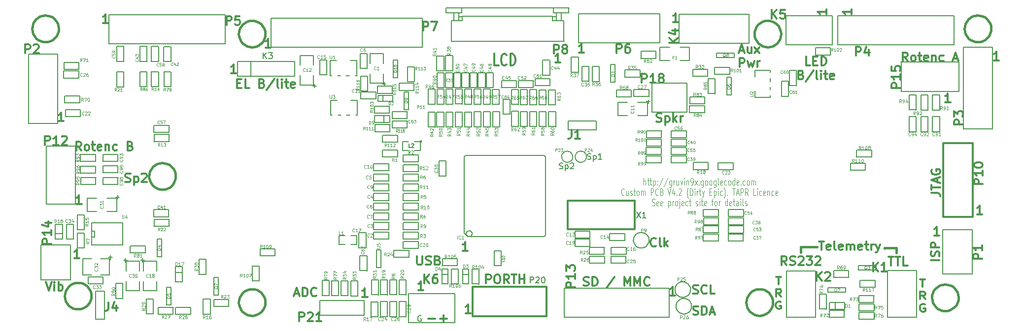
<source format=gto>
G04 (created by PCBNEW-RS274X (2011-11-27 BZR 3249)-stable) date 18/05/2012 12:57:57 p.m.*
G01*
G70*
G90*
%MOIN*%
G04 Gerber Fmt 3.4, Leading zero omitted, Abs format*
%FSLAX34Y34*%
G04 APERTURE LIST*
%ADD10C,0.020000*%
%ADD11C,0.012000*%
%ADD12C,0.007900*%
%ADD13C,0.003900*%
%ADD14C,0.015000*%
%ADD15C,0.005000*%
%ADD16C,0.008000*%
%ADD17C,0.007500*%
%ADD18C,0.011800*%
%ADD19C,0.006000*%
%ADD20C,0.004300*%
%ADD21C,0.004000*%
G04 APERTURE END LIST*
G54D10*
G54D11*
X42270Y-32704D02*
X41927Y-32704D01*
X42099Y-32704D02*
X42099Y-32113D01*
X42042Y-32197D01*
X41984Y-32253D01*
X41927Y-32282D01*
G54D12*
X38918Y-32886D02*
X38881Y-32867D01*
X38824Y-32867D01*
X38768Y-32886D01*
X38731Y-32924D01*
X38712Y-32961D01*
X38693Y-33036D01*
X38693Y-33093D01*
X38712Y-33168D01*
X38731Y-33205D01*
X38768Y-33243D01*
X38824Y-33261D01*
X38862Y-33261D01*
X38918Y-33243D01*
X38937Y-33224D01*
X38937Y-33093D01*
X38862Y-33093D01*
G54D11*
X39414Y-33078D02*
X39871Y-33078D01*
X38645Y-28841D02*
X38645Y-29319D01*
X38673Y-29375D01*
X38702Y-29404D01*
X38759Y-29432D01*
X38873Y-29432D01*
X38931Y-29404D01*
X38959Y-29375D01*
X38988Y-29319D01*
X38988Y-28841D01*
X39245Y-29404D02*
X39331Y-29432D01*
X39474Y-29432D01*
X39531Y-29404D01*
X39560Y-29375D01*
X39588Y-29319D01*
X39588Y-29263D01*
X39560Y-29207D01*
X39531Y-29178D01*
X39474Y-29150D01*
X39360Y-29122D01*
X39302Y-29094D01*
X39274Y-29066D01*
X39245Y-29010D01*
X39245Y-28953D01*
X39274Y-28897D01*
X39302Y-28869D01*
X39360Y-28841D01*
X39502Y-28841D01*
X39588Y-28869D01*
X40045Y-29122D02*
X40131Y-29150D01*
X40159Y-29178D01*
X40188Y-29235D01*
X40188Y-29319D01*
X40159Y-29375D01*
X40131Y-29404D01*
X40073Y-29432D01*
X39845Y-29432D01*
X39845Y-28841D01*
X40045Y-28841D01*
X40102Y-28869D01*
X40131Y-28897D01*
X40159Y-28953D01*
X40159Y-29010D01*
X40131Y-29066D01*
X40102Y-29094D01*
X40045Y-29122D01*
X39845Y-29122D01*
X40197Y-33089D02*
X40654Y-33089D01*
X40425Y-33314D02*
X40425Y-32863D01*
G54D13*
X53980Y-24030D02*
X53980Y-23558D01*
X54115Y-24030D02*
X54115Y-23783D01*
X54100Y-23738D01*
X54070Y-23715D01*
X54025Y-23715D01*
X53995Y-23738D01*
X53980Y-23760D01*
X54220Y-23715D02*
X54340Y-23715D01*
X54265Y-23558D02*
X54265Y-23963D01*
X54280Y-24008D01*
X54310Y-24030D01*
X54340Y-24030D01*
X54400Y-23715D02*
X54520Y-23715D01*
X54445Y-23558D02*
X54445Y-23963D01*
X54460Y-24008D01*
X54490Y-24030D01*
X54520Y-24030D01*
X54625Y-23715D02*
X54625Y-24187D01*
X54625Y-23738D02*
X54655Y-23715D01*
X54715Y-23715D01*
X54745Y-23738D01*
X54760Y-23760D01*
X54775Y-23805D01*
X54775Y-23940D01*
X54760Y-23985D01*
X54745Y-24008D01*
X54715Y-24030D01*
X54655Y-24030D01*
X54625Y-24008D01*
X54910Y-23985D02*
X54925Y-24008D01*
X54910Y-24030D01*
X54895Y-24008D01*
X54910Y-23985D01*
X54910Y-24030D01*
X54910Y-23738D02*
X54925Y-23760D01*
X54910Y-23783D01*
X54895Y-23760D01*
X54910Y-23738D01*
X54910Y-23783D01*
X55285Y-23536D02*
X55015Y-24142D01*
X55615Y-23536D02*
X55345Y-24142D01*
X55855Y-23715D02*
X55855Y-24097D01*
X55840Y-24142D01*
X55825Y-24165D01*
X55795Y-24187D01*
X55750Y-24187D01*
X55720Y-24165D01*
X55855Y-24008D02*
X55825Y-24030D01*
X55765Y-24030D01*
X55735Y-24008D01*
X55720Y-23985D01*
X55705Y-23940D01*
X55705Y-23805D01*
X55720Y-23760D01*
X55735Y-23738D01*
X55765Y-23715D01*
X55825Y-23715D01*
X55855Y-23738D01*
X56005Y-24030D02*
X56005Y-23715D01*
X56005Y-23805D02*
X56020Y-23760D01*
X56035Y-23738D01*
X56065Y-23715D01*
X56095Y-23715D01*
X56335Y-23715D02*
X56335Y-24030D01*
X56200Y-23715D02*
X56200Y-23963D01*
X56215Y-24008D01*
X56245Y-24030D01*
X56290Y-24030D01*
X56320Y-24008D01*
X56335Y-23985D01*
X56455Y-23715D02*
X56530Y-24030D01*
X56605Y-23715D01*
X56725Y-24030D02*
X56725Y-23715D01*
X56725Y-23558D02*
X56710Y-23581D01*
X56725Y-23603D01*
X56740Y-23581D01*
X56725Y-23558D01*
X56725Y-23603D01*
X56875Y-23715D02*
X56875Y-24030D01*
X56875Y-23760D02*
X56890Y-23738D01*
X56920Y-23715D01*
X56965Y-23715D01*
X56995Y-23738D01*
X57010Y-23783D01*
X57010Y-24030D01*
X57175Y-24030D02*
X57235Y-24030D01*
X57265Y-24008D01*
X57280Y-23985D01*
X57310Y-23918D01*
X57325Y-23828D01*
X57325Y-23648D01*
X57310Y-23603D01*
X57295Y-23581D01*
X57265Y-23558D01*
X57205Y-23558D01*
X57175Y-23581D01*
X57160Y-23603D01*
X57145Y-23648D01*
X57145Y-23760D01*
X57160Y-23805D01*
X57175Y-23828D01*
X57205Y-23850D01*
X57265Y-23850D01*
X57295Y-23828D01*
X57310Y-23805D01*
X57325Y-23760D01*
X57430Y-24030D02*
X57595Y-23715D01*
X57430Y-23715D02*
X57595Y-24030D01*
X57715Y-23985D02*
X57730Y-24008D01*
X57715Y-24030D01*
X57700Y-24008D01*
X57715Y-23985D01*
X57715Y-24030D01*
X58000Y-23715D02*
X58000Y-24097D01*
X57985Y-24142D01*
X57970Y-24165D01*
X57940Y-24187D01*
X57895Y-24187D01*
X57865Y-24165D01*
X58000Y-24008D02*
X57970Y-24030D01*
X57910Y-24030D01*
X57880Y-24008D01*
X57865Y-23985D01*
X57850Y-23940D01*
X57850Y-23805D01*
X57865Y-23760D01*
X57880Y-23738D01*
X57910Y-23715D01*
X57970Y-23715D01*
X58000Y-23738D01*
X58195Y-24030D02*
X58165Y-24008D01*
X58150Y-23985D01*
X58135Y-23940D01*
X58135Y-23805D01*
X58150Y-23760D01*
X58165Y-23738D01*
X58195Y-23715D01*
X58240Y-23715D01*
X58270Y-23738D01*
X58285Y-23760D01*
X58300Y-23805D01*
X58300Y-23940D01*
X58285Y-23985D01*
X58270Y-24008D01*
X58240Y-24030D01*
X58195Y-24030D01*
X58480Y-24030D02*
X58450Y-24008D01*
X58435Y-23985D01*
X58420Y-23940D01*
X58420Y-23805D01*
X58435Y-23760D01*
X58450Y-23738D01*
X58480Y-23715D01*
X58525Y-23715D01*
X58555Y-23738D01*
X58570Y-23760D01*
X58585Y-23805D01*
X58585Y-23940D01*
X58570Y-23985D01*
X58555Y-24008D01*
X58525Y-24030D01*
X58480Y-24030D01*
X58855Y-23715D02*
X58855Y-24097D01*
X58840Y-24142D01*
X58825Y-24165D01*
X58795Y-24187D01*
X58750Y-24187D01*
X58720Y-24165D01*
X58855Y-24008D02*
X58825Y-24030D01*
X58765Y-24030D01*
X58735Y-24008D01*
X58720Y-23985D01*
X58705Y-23940D01*
X58705Y-23805D01*
X58720Y-23760D01*
X58735Y-23738D01*
X58765Y-23715D01*
X58825Y-23715D01*
X58855Y-23738D01*
X59050Y-24030D02*
X59020Y-24008D01*
X59005Y-23963D01*
X59005Y-23558D01*
X59290Y-24008D02*
X59260Y-24030D01*
X59200Y-24030D01*
X59170Y-24008D01*
X59155Y-23963D01*
X59155Y-23783D01*
X59170Y-23738D01*
X59200Y-23715D01*
X59260Y-23715D01*
X59290Y-23738D01*
X59305Y-23783D01*
X59305Y-23828D01*
X59155Y-23873D01*
X59575Y-24008D02*
X59545Y-24030D01*
X59485Y-24030D01*
X59455Y-24008D01*
X59440Y-23985D01*
X59425Y-23940D01*
X59425Y-23805D01*
X59440Y-23760D01*
X59455Y-23738D01*
X59485Y-23715D01*
X59545Y-23715D01*
X59575Y-23738D01*
X59755Y-24030D02*
X59725Y-24008D01*
X59710Y-23985D01*
X59695Y-23940D01*
X59695Y-23805D01*
X59710Y-23760D01*
X59725Y-23738D01*
X59755Y-23715D01*
X59800Y-23715D01*
X59830Y-23738D01*
X59845Y-23760D01*
X59860Y-23805D01*
X59860Y-23940D01*
X59845Y-23985D01*
X59830Y-24008D01*
X59800Y-24030D01*
X59755Y-24030D01*
X60130Y-24030D02*
X60130Y-23558D01*
X60130Y-24008D02*
X60100Y-24030D01*
X60040Y-24030D01*
X60010Y-24008D01*
X59995Y-23985D01*
X59980Y-23940D01*
X59980Y-23805D01*
X59995Y-23760D01*
X60010Y-23738D01*
X60040Y-23715D01*
X60100Y-23715D01*
X60130Y-23738D01*
X60400Y-24008D02*
X60370Y-24030D01*
X60310Y-24030D01*
X60280Y-24008D01*
X60265Y-23963D01*
X60265Y-23783D01*
X60280Y-23738D01*
X60310Y-23715D01*
X60370Y-23715D01*
X60400Y-23738D01*
X60415Y-23783D01*
X60415Y-23828D01*
X60265Y-23873D01*
X60550Y-23985D02*
X60565Y-24008D01*
X60550Y-24030D01*
X60535Y-24008D01*
X60550Y-23985D01*
X60550Y-24030D01*
X60835Y-24008D02*
X60805Y-24030D01*
X60745Y-24030D01*
X60715Y-24008D01*
X60700Y-23985D01*
X60685Y-23940D01*
X60685Y-23805D01*
X60700Y-23760D01*
X60715Y-23738D01*
X60745Y-23715D01*
X60805Y-23715D01*
X60835Y-23738D01*
X61015Y-24030D02*
X60985Y-24008D01*
X60970Y-23985D01*
X60955Y-23940D01*
X60955Y-23805D01*
X60970Y-23760D01*
X60985Y-23738D01*
X61015Y-23715D01*
X61060Y-23715D01*
X61090Y-23738D01*
X61105Y-23760D01*
X61120Y-23805D01*
X61120Y-23940D01*
X61105Y-23985D01*
X61090Y-24008D01*
X61060Y-24030D01*
X61015Y-24030D01*
X61255Y-24030D02*
X61255Y-23715D01*
X61255Y-23760D02*
X61270Y-23738D01*
X61300Y-23715D01*
X61345Y-23715D01*
X61375Y-23738D01*
X61390Y-23783D01*
X61390Y-24030D01*
X61390Y-23783D02*
X61405Y-23738D01*
X61435Y-23715D01*
X61480Y-23715D01*
X61510Y-23738D01*
X61525Y-23783D01*
X61525Y-24030D01*
X52660Y-24684D02*
X52645Y-24707D01*
X52600Y-24729D01*
X52570Y-24729D01*
X52525Y-24707D01*
X52495Y-24662D01*
X52480Y-24617D01*
X52465Y-24527D01*
X52465Y-24459D01*
X52480Y-24369D01*
X52495Y-24324D01*
X52525Y-24280D01*
X52570Y-24257D01*
X52600Y-24257D01*
X52645Y-24280D01*
X52660Y-24302D01*
X52930Y-24414D02*
X52930Y-24729D01*
X52795Y-24414D02*
X52795Y-24662D01*
X52810Y-24707D01*
X52840Y-24729D01*
X52885Y-24729D01*
X52915Y-24707D01*
X52930Y-24684D01*
X53065Y-24707D02*
X53095Y-24729D01*
X53155Y-24729D01*
X53185Y-24707D01*
X53200Y-24662D01*
X53200Y-24639D01*
X53185Y-24594D01*
X53155Y-24572D01*
X53110Y-24572D01*
X53080Y-24549D01*
X53065Y-24504D01*
X53065Y-24482D01*
X53080Y-24437D01*
X53110Y-24414D01*
X53155Y-24414D01*
X53185Y-24437D01*
X53290Y-24414D02*
X53410Y-24414D01*
X53335Y-24257D02*
X53335Y-24662D01*
X53350Y-24707D01*
X53380Y-24729D01*
X53410Y-24729D01*
X53560Y-24729D02*
X53530Y-24707D01*
X53515Y-24684D01*
X53500Y-24639D01*
X53500Y-24504D01*
X53515Y-24459D01*
X53530Y-24437D01*
X53560Y-24414D01*
X53605Y-24414D01*
X53635Y-24437D01*
X53650Y-24459D01*
X53665Y-24504D01*
X53665Y-24639D01*
X53650Y-24684D01*
X53635Y-24707D01*
X53605Y-24729D01*
X53560Y-24729D01*
X53800Y-24729D02*
X53800Y-24414D01*
X53800Y-24459D02*
X53815Y-24437D01*
X53845Y-24414D01*
X53890Y-24414D01*
X53920Y-24437D01*
X53935Y-24482D01*
X53935Y-24729D01*
X53935Y-24482D02*
X53950Y-24437D01*
X53980Y-24414D01*
X54025Y-24414D01*
X54055Y-24437D01*
X54070Y-24482D01*
X54070Y-24729D01*
X54460Y-24729D02*
X54460Y-24257D01*
X54580Y-24257D01*
X54610Y-24280D01*
X54625Y-24302D01*
X54640Y-24347D01*
X54640Y-24414D01*
X54625Y-24459D01*
X54610Y-24482D01*
X54580Y-24504D01*
X54460Y-24504D01*
X54955Y-24684D02*
X54940Y-24707D01*
X54895Y-24729D01*
X54865Y-24729D01*
X54820Y-24707D01*
X54790Y-24662D01*
X54775Y-24617D01*
X54760Y-24527D01*
X54760Y-24459D01*
X54775Y-24369D01*
X54790Y-24324D01*
X54820Y-24280D01*
X54865Y-24257D01*
X54895Y-24257D01*
X54940Y-24280D01*
X54955Y-24302D01*
X55195Y-24482D02*
X55240Y-24504D01*
X55255Y-24527D01*
X55270Y-24572D01*
X55270Y-24639D01*
X55255Y-24684D01*
X55240Y-24707D01*
X55210Y-24729D01*
X55090Y-24729D01*
X55090Y-24257D01*
X55195Y-24257D01*
X55225Y-24280D01*
X55240Y-24302D01*
X55255Y-24347D01*
X55255Y-24392D01*
X55240Y-24437D01*
X55225Y-24459D01*
X55195Y-24482D01*
X55090Y-24482D01*
X55600Y-24257D02*
X55705Y-24729D01*
X55810Y-24257D01*
X56050Y-24414D02*
X56050Y-24729D01*
X55975Y-24235D02*
X55900Y-24572D01*
X56095Y-24572D01*
X56215Y-24684D02*
X56230Y-24707D01*
X56215Y-24729D01*
X56200Y-24707D01*
X56215Y-24684D01*
X56215Y-24729D01*
X56350Y-24302D02*
X56365Y-24280D01*
X56395Y-24257D01*
X56470Y-24257D01*
X56500Y-24280D01*
X56515Y-24302D01*
X56530Y-24347D01*
X56530Y-24392D01*
X56515Y-24459D01*
X56335Y-24729D01*
X56530Y-24729D01*
X56995Y-24909D02*
X56980Y-24886D01*
X56950Y-24819D01*
X56935Y-24774D01*
X56920Y-24707D01*
X56905Y-24594D01*
X56905Y-24504D01*
X56920Y-24392D01*
X56935Y-24324D01*
X56950Y-24280D01*
X56980Y-24212D01*
X56995Y-24190D01*
X57115Y-24729D02*
X57115Y-24257D01*
X57190Y-24257D01*
X57235Y-24280D01*
X57265Y-24324D01*
X57280Y-24369D01*
X57295Y-24459D01*
X57295Y-24527D01*
X57280Y-24617D01*
X57265Y-24662D01*
X57235Y-24707D01*
X57190Y-24729D01*
X57115Y-24729D01*
X57430Y-24729D02*
X57430Y-24414D01*
X57430Y-24257D02*
X57415Y-24280D01*
X57430Y-24302D01*
X57445Y-24280D01*
X57430Y-24257D01*
X57430Y-24302D01*
X57580Y-24729D02*
X57580Y-24414D01*
X57580Y-24504D02*
X57595Y-24459D01*
X57610Y-24437D01*
X57640Y-24414D01*
X57670Y-24414D01*
X57730Y-24414D02*
X57850Y-24414D01*
X57775Y-24257D02*
X57775Y-24662D01*
X57790Y-24707D01*
X57820Y-24729D01*
X57850Y-24729D01*
X57925Y-24414D02*
X58000Y-24729D01*
X58075Y-24414D02*
X58000Y-24729D01*
X57970Y-24841D01*
X57955Y-24864D01*
X57925Y-24886D01*
X58435Y-24482D02*
X58540Y-24482D01*
X58585Y-24729D02*
X58435Y-24729D01*
X58435Y-24257D01*
X58585Y-24257D01*
X58720Y-24414D02*
X58720Y-24886D01*
X58720Y-24437D02*
X58750Y-24414D01*
X58810Y-24414D01*
X58840Y-24437D01*
X58855Y-24459D01*
X58870Y-24504D01*
X58870Y-24639D01*
X58855Y-24684D01*
X58840Y-24707D01*
X58810Y-24729D01*
X58750Y-24729D01*
X58720Y-24707D01*
X59005Y-24729D02*
X59005Y-24414D01*
X59005Y-24257D02*
X58990Y-24280D01*
X59005Y-24302D01*
X59020Y-24280D01*
X59005Y-24257D01*
X59005Y-24302D01*
X59290Y-24707D02*
X59260Y-24729D01*
X59200Y-24729D01*
X59170Y-24707D01*
X59155Y-24684D01*
X59140Y-24639D01*
X59140Y-24504D01*
X59155Y-24459D01*
X59170Y-24437D01*
X59200Y-24414D01*
X59260Y-24414D01*
X59290Y-24437D01*
X59395Y-24909D02*
X59410Y-24886D01*
X59440Y-24819D01*
X59455Y-24774D01*
X59470Y-24707D01*
X59485Y-24594D01*
X59485Y-24504D01*
X59470Y-24392D01*
X59455Y-24324D01*
X59440Y-24280D01*
X59410Y-24212D01*
X59395Y-24190D01*
X59635Y-24684D02*
X59650Y-24707D01*
X59635Y-24729D01*
X59620Y-24707D01*
X59635Y-24684D01*
X59635Y-24729D01*
X59980Y-24257D02*
X60160Y-24257D01*
X60070Y-24729D02*
X60070Y-24257D01*
X60250Y-24594D02*
X60400Y-24594D01*
X60220Y-24729D02*
X60325Y-24257D01*
X60430Y-24729D01*
X60535Y-24729D02*
X60535Y-24257D01*
X60655Y-24257D01*
X60685Y-24280D01*
X60700Y-24302D01*
X60715Y-24347D01*
X60715Y-24414D01*
X60700Y-24459D01*
X60685Y-24482D01*
X60655Y-24504D01*
X60535Y-24504D01*
X61030Y-24729D02*
X60925Y-24504D01*
X60850Y-24729D02*
X60850Y-24257D01*
X60970Y-24257D01*
X61000Y-24280D01*
X61015Y-24302D01*
X61030Y-24347D01*
X61030Y-24414D01*
X61015Y-24459D01*
X61000Y-24482D01*
X60970Y-24504D01*
X60850Y-24504D01*
X61555Y-24729D02*
X61405Y-24729D01*
X61405Y-24257D01*
X61660Y-24729D02*
X61660Y-24414D01*
X61660Y-24257D02*
X61645Y-24280D01*
X61660Y-24302D01*
X61675Y-24280D01*
X61660Y-24257D01*
X61660Y-24302D01*
X61945Y-24707D02*
X61915Y-24729D01*
X61855Y-24729D01*
X61825Y-24707D01*
X61810Y-24684D01*
X61795Y-24639D01*
X61795Y-24504D01*
X61810Y-24459D01*
X61825Y-24437D01*
X61855Y-24414D01*
X61915Y-24414D01*
X61945Y-24437D01*
X62200Y-24707D02*
X62170Y-24729D01*
X62110Y-24729D01*
X62080Y-24707D01*
X62065Y-24662D01*
X62065Y-24482D01*
X62080Y-24437D01*
X62110Y-24414D01*
X62170Y-24414D01*
X62200Y-24437D01*
X62215Y-24482D01*
X62215Y-24527D01*
X62065Y-24572D01*
X62350Y-24414D02*
X62350Y-24729D01*
X62350Y-24459D02*
X62365Y-24437D01*
X62395Y-24414D01*
X62440Y-24414D01*
X62470Y-24437D01*
X62485Y-24482D01*
X62485Y-24729D01*
X62770Y-24707D02*
X62740Y-24729D01*
X62680Y-24729D01*
X62650Y-24707D01*
X62635Y-24684D01*
X62620Y-24639D01*
X62620Y-24504D01*
X62635Y-24459D01*
X62650Y-24437D01*
X62680Y-24414D01*
X62740Y-24414D01*
X62770Y-24437D01*
X63025Y-24707D02*
X62995Y-24729D01*
X62935Y-24729D01*
X62905Y-24707D01*
X62890Y-24662D01*
X62890Y-24482D01*
X62905Y-24437D01*
X62935Y-24414D01*
X62995Y-24414D01*
X63025Y-24437D01*
X63040Y-24482D01*
X63040Y-24527D01*
X62890Y-24572D01*
X54542Y-25406D02*
X54587Y-25428D01*
X54662Y-25428D01*
X54692Y-25406D01*
X54707Y-25383D01*
X54722Y-25338D01*
X54722Y-25293D01*
X54707Y-25248D01*
X54692Y-25226D01*
X54662Y-25203D01*
X54602Y-25181D01*
X54572Y-25158D01*
X54557Y-25136D01*
X54542Y-25091D01*
X54542Y-25046D01*
X54557Y-25001D01*
X54572Y-24979D01*
X54602Y-24956D01*
X54677Y-24956D01*
X54722Y-24979D01*
X54977Y-25406D02*
X54947Y-25428D01*
X54887Y-25428D01*
X54857Y-25406D01*
X54842Y-25361D01*
X54842Y-25181D01*
X54857Y-25136D01*
X54887Y-25113D01*
X54947Y-25113D01*
X54977Y-25136D01*
X54992Y-25181D01*
X54992Y-25226D01*
X54842Y-25271D01*
X55247Y-25406D02*
X55217Y-25428D01*
X55157Y-25428D01*
X55127Y-25406D01*
X55112Y-25361D01*
X55112Y-25181D01*
X55127Y-25136D01*
X55157Y-25113D01*
X55217Y-25113D01*
X55247Y-25136D01*
X55262Y-25181D01*
X55262Y-25226D01*
X55112Y-25271D01*
X55637Y-25113D02*
X55637Y-25585D01*
X55637Y-25136D02*
X55667Y-25113D01*
X55727Y-25113D01*
X55757Y-25136D01*
X55772Y-25158D01*
X55787Y-25203D01*
X55787Y-25338D01*
X55772Y-25383D01*
X55757Y-25406D01*
X55727Y-25428D01*
X55667Y-25428D01*
X55637Y-25406D01*
X55922Y-25428D02*
X55922Y-25113D01*
X55922Y-25203D02*
X55937Y-25158D01*
X55952Y-25136D01*
X55982Y-25113D01*
X56012Y-25113D01*
X56162Y-25428D02*
X56132Y-25406D01*
X56117Y-25383D01*
X56102Y-25338D01*
X56102Y-25203D01*
X56117Y-25158D01*
X56132Y-25136D01*
X56162Y-25113D01*
X56207Y-25113D01*
X56237Y-25136D01*
X56252Y-25158D01*
X56267Y-25203D01*
X56267Y-25338D01*
X56252Y-25383D01*
X56237Y-25406D01*
X56207Y-25428D01*
X56162Y-25428D01*
X56402Y-25113D02*
X56402Y-25518D01*
X56387Y-25563D01*
X56357Y-25585D01*
X56342Y-25585D01*
X56402Y-24956D02*
X56387Y-24979D01*
X56402Y-25001D01*
X56417Y-24979D01*
X56402Y-24956D01*
X56402Y-25001D01*
X56672Y-25406D02*
X56642Y-25428D01*
X56582Y-25428D01*
X56552Y-25406D01*
X56537Y-25361D01*
X56537Y-25181D01*
X56552Y-25136D01*
X56582Y-25113D01*
X56642Y-25113D01*
X56672Y-25136D01*
X56687Y-25181D01*
X56687Y-25226D01*
X56537Y-25271D01*
X56957Y-25406D02*
X56927Y-25428D01*
X56867Y-25428D01*
X56837Y-25406D01*
X56822Y-25383D01*
X56807Y-25338D01*
X56807Y-25203D01*
X56822Y-25158D01*
X56837Y-25136D01*
X56867Y-25113D01*
X56927Y-25113D01*
X56957Y-25136D01*
X57047Y-25113D02*
X57167Y-25113D01*
X57092Y-24956D02*
X57092Y-25361D01*
X57107Y-25406D01*
X57137Y-25428D01*
X57167Y-25428D01*
X57497Y-25406D02*
X57527Y-25428D01*
X57587Y-25428D01*
X57617Y-25406D01*
X57632Y-25361D01*
X57632Y-25338D01*
X57617Y-25293D01*
X57587Y-25271D01*
X57542Y-25271D01*
X57512Y-25248D01*
X57497Y-25203D01*
X57497Y-25181D01*
X57512Y-25136D01*
X57542Y-25113D01*
X57587Y-25113D01*
X57617Y-25136D01*
X57767Y-25428D02*
X57767Y-25113D01*
X57767Y-24956D02*
X57752Y-24979D01*
X57767Y-25001D01*
X57782Y-24979D01*
X57767Y-24956D01*
X57767Y-25001D01*
X57872Y-25113D02*
X57992Y-25113D01*
X57917Y-24956D02*
X57917Y-25361D01*
X57932Y-25406D01*
X57962Y-25428D01*
X57992Y-25428D01*
X58217Y-25406D02*
X58187Y-25428D01*
X58127Y-25428D01*
X58097Y-25406D01*
X58082Y-25361D01*
X58082Y-25181D01*
X58097Y-25136D01*
X58127Y-25113D01*
X58187Y-25113D01*
X58217Y-25136D01*
X58232Y-25181D01*
X58232Y-25226D01*
X58082Y-25271D01*
X58562Y-25113D02*
X58682Y-25113D01*
X58607Y-25428D02*
X58607Y-25023D01*
X58622Y-24979D01*
X58652Y-24956D01*
X58682Y-24956D01*
X58832Y-25428D02*
X58802Y-25406D01*
X58787Y-25383D01*
X58772Y-25338D01*
X58772Y-25203D01*
X58787Y-25158D01*
X58802Y-25136D01*
X58832Y-25113D01*
X58877Y-25113D01*
X58907Y-25136D01*
X58922Y-25158D01*
X58937Y-25203D01*
X58937Y-25338D01*
X58922Y-25383D01*
X58907Y-25406D01*
X58877Y-25428D01*
X58832Y-25428D01*
X59072Y-25428D02*
X59072Y-25113D01*
X59072Y-25203D02*
X59087Y-25158D01*
X59102Y-25136D01*
X59132Y-25113D01*
X59162Y-25113D01*
X59642Y-25428D02*
X59642Y-24956D01*
X59642Y-25406D02*
X59612Y-25428D01*
X59552Y-25428D01*
X59522Y-25406D01*
X59507Y-25383D01*
X59492Y-25338D01*
X59492Y-25203D01*
X59507Y-25158D01*
X59522Y-25136D01*
X59552Y-25113D01*
X59612Y-25113D01*
X59642Y-25136D01*
X59912Y-25406D02*
X59882Y-25428D01*
X59822Y-25428D01*
X59792Y-25406D01*
X59777Y-25361D01*
X59777Y-25181D01*
X59792Y-25136D01*
X59822Y-25113D01*
X59882Y-25113D01*
X59912Y-25136D01*
X59927Y-25181D01*
X59927Y-25226D01*
X59777Y-25271D01*
X60017Y-25113D02*
X60137Y-25113D01*
X60062Y-24956D02*
X60062Y-25361D01*
X60077Y-25406D01*
X60107Y-25428D01*
X60137Y-25428D01*
X60377Y-25428D02*
X60377Y-25181D01*
X60362Y-25136D01*
X60332Y-25113D01*
X60272Y-25113D01*
X60242Y-25136D01*
X60377Y-25406D02*
X60347Y-25428D01*
X60272Y-25428D01*
X60242Y-25406D01*
X60227Y-25361D01*
X60227Y-25316D01*
X60242Y-25271D01*
X60272Y-25248D01*
X60347Y-25248D01*
X60377Y-25226D01*
X60527Y-25428D02*
X60527Y-25113D01*
X60527Y-24956D02*
X60512Y-24979D01*
X60527Y-25001D01*
X60542Y-24979D01*
X60527Y-24956D01*
X60527Y-25001D01*
X60722Y-25428D02*
X60692Y-25406D01*
X60677Y-25361D01*
X60677Y-24956D01*
X60827Y-25406D02*
X60857Y-25428D01*
X60917Y-25428D01*
X60947Y-25406D01*
X60962Y-25361D01*
X60962Y-25338D01*
X60947Y-25293D01*
X60917Y-25271D01*
X60872Y-25271D01*
X60842Y-25248D01*
X60827Y-25203D01*
X60827Y-25181D01*
X60842Y-25136D01*
X60872Y-25113D01*
X60917Y-25113D01*
X60947Y-25136D01*
G54D11*
X65245Y-15916D02*
X64959Y-15916D01*
X64959Y-15325D01*
X65445Y-15606D02*
X65645Y-15606D01*
X65731Y-15916D02*
X65445Y-15916D01*
X65445Y-15325D01*
X65731Y-15325D01*
X65988Y-15916D02*
X65988Y-15325D01*
X66131Y-15325D01*
X66216Y-15353D01*
X66274Y-15409D01*
X66302Y-15465D01*
X66331Y-15578D01*
X66331Y-15662D01*
X66302Y-15775D01*
X66274Y-15831D01*
X66216Y-15888D01*
X66131Y-15916D01*
X65988Y-15916D01*
X64630Y-16553D02*
X64716Y-16581D01*
X64744Y-16609D01*
X64773Y-16666D01*
X64773Y-16750D01*
X64744Y-16806D01*
X64716Y-16835D01*
X64658Y-16863D01*
X64430Y-16863D01*
X64430Y-16272D01*
X64630Y-16272D01*
X64687Y-16300D01*
X64716Y-16328D01*
X64744Y-16384D01*
X64744Y-16441D01*
X64716Y-16497D01*
X64687Y-16525D01*
X64630Y-16553D01*
X64430Y-16553D01*
X65458Y-16244D02*
X64944Y-17003D01*
X65745Y-16863D02*
X65687Y-16835D01*
X65659Y-16778D01*
X65659Y-16272D01*
X65973Y-16863D02*
X65973Y-16469D01*
X65973Y-16272D02*
X65944Y-16300D01*
X65973Y-16328D01*
X66001Y-16300D01*
X65973Y-16272D01*
X65973Y-16328D01*
X66173Y-16469D02*
X66402Y-16469D01*
X66259Y-16272D02*
X66259Y-16778D01*
X66287Y-16835D01*
X66345Y-16863D01*
X66402Y-16863D01*
X66830Y-16835D02*
X66773Y-16863D01*
X66659Y-16863D01*
X66602Y-16835D01*
X66573Y-16778D01*
X66573Y-16553D01*
X66602Y-16497D01*
X66659Y-16469D01*
X66773Y-16469D01*
X66830Y-16497D01*
X66859Y-16553D01*
X66859Y-16609D01*
X66573Y-16666D01*
X66330Y-12115D02*
X66330Y-12458D01*
X66330Y-12286D02*
X65739Y-12286D01*
X65823Y-12343D01*
X65879Y-12401D01*
X65908Y-12458D01*
G54D14*
X64606Y-28228D02*
X65709Y-28228D01*
X64606Y-28583D02*
X64606Y-28228D01*
X70276Y-28268D02*
X70276Y-28307D01*
X71063Y-28268D02*
X70276Y-28268D01*
X71063Y-28622D02*
X71063Y-28268D01*
G54D11*
X65828Y-27861D02*
X66171Y-27861D01*
X66000Y-28412D02*
X66000Y-27861D01*
X66599Y-28385D02*
X66542Y-28412D01*
X66428Y-28412D01*
X66371Y-28385D01*
X66342Y-28333D01*
X66342Y-28123D01*
X66371Y-28070D01*
X66428Y-28044D01*
X66542Y-28044D01*
X66599Y-28070D01*
X66628Y-28123D01*
X66628Y-28175D01*
X66342Y-28228D01*
X66971Y-28412D02*
X66913Y-28385D01*
X66885Y-28333D01*
X66885Y-27861D01*
X67427Y-28385D02*
X67370Y-28412D01*
X67256Y-28412D01*
X67199Y-28385D01*
X67170Y-28333D01*
X67170Y-28123D01*
X67199Y-28070D01*
X67256Y-28044D01*
X67370Y-28044D01*
X67427Y-28070D01*
X67456Y-28123D01*
X67456Y-28175D01*
X67170Y-28228D01*
X67713Y-28412D02*
X67713Y-28044D01*
X67713Y-28097D02*
X67741Y-28070D01*
X67799Y-28044D01*
X67884Y-28044D01*
X67941Y-28070D01*
X67970Y-28123D01*
X67970Y-28412D01*
X67970Y-28123D02*
X67999Y-28070D01*
X68056Y-28044D01*
X68141Y-28044D01*
X68199Y-28070D01*
X68227Y-28123D01*
X68227Y-28412D01*
X68741Y-28385D02*
X68684Y-28412D01*
X68570Y-28412D01*
X68513Y-28385D01*
X68484Y-28333D01*
X68484Y-28123D01*
X68513Y-28070D01*
X68570Y-28044D01*
X68684Y-28044D01*
X68741Y-28070D01*
X68770Y-28123D01*
X68770Y-28175D01*
X68484Y-28228D01*
X68941Y-28044D02*
X69170Y-28044D01*
X69027Y-27861D02*
X69027Y-28333D01*
X69055Y-28385D01*
X69113Y-28412D01*
X69170Y-28412D01*
X69370Y-28412D02*
X69370Y-28044D01*
X69370Y-28149D02*
X69398Y-28097D01*
X69427Y-28070D01*
X69484Y-28044D01*
X69541Y-28044D01*
X69684Y-28044D02*
X69827Y-28412D01*
X69969Y-28044D02*
X69827Y-28412D01*
X69769Y-28543D01*
X69741Y-28569D01*
X69684Y-28595D01*
X72668Y-30419D02*
X73011Y-30419D01*
X72840Y-30931D02*
X72840Y-30419D01*
X73025Y-31767D02*
X72825Y-31523D01*
X72682Y-31767D02*
X72682Y-31255D01*
X72910Y-31255D01*
X72968Y-31280D01*
X72996Y-31304D01*
X73025Y-31353D01*
X73025Y-31426D01*
X72996Y-31475D01*
X72968Y-31499D01*
X72910Y-31523D01*
X72682Y-31523D01*
X72996Y-32116D02*
X72939Y-32091D01*
X72853Y-32091D01*
X72768Y-32116D01*
X72710Y-32164D01*
X72682Y-32213D01*
X72653Y-32311D01*
X72653Y-32384D01*
X72682Y-32481D01*
X72710Y-32530D01*
X72768Y-32579D01*
X72853Y-32603D01*
X72910Y-32603D01*
X72996Y-32579D01*
X73025Y-32554D01*
X73025Y-32384D01*
X72910Y-32384D01*
X62920Y-30238D02*
X63263Y-30238D01*
X63092Y-30750D02*
X63092Y-30238D01*
X63277Y-31586D02*
X63077Y-31342D01*
X62934Y-31586D02*
X62934Y-31074D01*
X63162Y-31074D01*
X63220Y-31099D01*
X63248Y-31123D01*
X63277Y-31172D01*
X63277Y-31245D01*
X63248Y-31294D01*
X63220Y-31318D01*
X63162Y-31342D01*
X62934Y-31342D01*
X63248Y-31935D02*
X63191Y-31910D01*
X63105Y-31910D01*
X63020Y-31935D01*
X62962Y-31983D01*
X62934Y-32032D01*
X62905Y-32130D01*
X62905Y-32203D01*
X62934Y-32300D01*
X62962Y-32349D01*
X63020Y-32398D01*
X63105Y-32422D01*
X63162Y-32422D01*
X63248Y-32398D01*
X63277Y-32373D01*
X63277Y-32203D01*
X63162Y-32203D01*
X18917Y-23802D02*
X19001Y-23830D01*
X19142Y-23830D01*
X19198Y-23802D01*
X19226Y-23773D01*
X19254Y-23717D01*
X19254Y-23661D01*
X19226Y-23605D01*
X19198Y-23576D01*
X19142Y-23548D01*
X19029Y-23520D01*
X18973Y-23492D01*
X18945Y-23464D01*
X18917Y-23408D01*
X18917Y-23351D01*
X18945Y-23295D01*
X18973Y-23267D01*
X19029Y-23239D01*
X19170Y-23239D01*
X19254Y-23267D01*
X19508Y-23436D02*
X19508Y-24027D01*
X19508Y-23464D02*
X19564Y-23436D01*
X19677Y-23436D01*
X19733Y-23464D01*
X19761Y-23492D01*
X19789Y-23548D01*
X19789Y-23717D01*
X19761Y-23773D01*
X19733Y-23802D01*
X19677Y-23830D01*
X19564Y-23830D01*
X19508Y-23802D01*
X20015Y-23295D02*
X20043Y-23267D01*
X20099Y-23239D01*
X20240Y-23239D01*
X20296Y-23267D01*
X20324Y-23295D01*
X20352Y-23351D01*
X20352Y-23408D01*
X20324Y-23492D01*
X19986Y-23830D01*
X20352Y-23830D01*
G54D12*
X50179Y-22263D02*
X50235Y-22281D01*
X50329Y-22281D01*
X50367Y-22263D01*
X50385Y-22244D01*
X50404Y-22206D01*
X50404Y-22169D01*
X50385Y-22131D01*
X50367Y-22113D01*
X50329Y-22094D01*
X50254Y-22075D01*
X50217Y-22056D01*
X50198Y-22038D01*
X50179Y-22000D01*
X50179Y-21963D01*
X50198Y-21925D01*
X50217Y-21906D01*
X50254Y-21887D01*
X50348Y-21887D01*
X50404Y-21906D01*
X50573Y-22019D02*
X50573Y-22413D01*
X50573Y-22038D02*
X50610Y-22019D01*
X50685Y-22019D01*
X50723Y-22038D01*
X50742Y-22056D01*
X50760Y-22094D01*
X50760Y-22206D01*
X50742Y-22244D01*
X50723Y-22263D01*
X50685Y-22281D01*
X50610Y-22281D01*
X50573Y-22263D01*
X51135Y-22281D02*
X50910Y-22281D01*
X51023Y-22281D02*
X51023Y-21887D01*
X50985Y-21944D01*
X50948Y-21981D01*
X50910Y-22000D01*
X48282Y-22909D02*
X48338Y-22927D01*
X48432Y-22927D01*
X48470Y-22909D01*
X48488Y-22890D01*
X48507Y-22852D01*
X48507Y-22815D01*
X48488Y-22777D01*
X48470Y-22759D01*
X48432Y-22740D01*
X48357Y-22721D01*
X48320Y-22702D01*
X48301Y-22684D01*
X48282Y-22646D01*
X48282Y-22609D01*
X48301Y-22571D01*
X48320Y-22552D01*
X48357Y-22533D01*
X48451Y-22533D01*
X48507Y-22552D01*
X48676Y-22665D02*
X48676Y-23059D01*
X48676Y-22684D02*
X48713Y-22665D01*
X48788Y-22665D01*
X48826Y-22684D01*
X48845Y-22702D01*
X48863Y-22740D01*
X48863Y-22852D01*
X48845Y-22890D01*
X48826Y-22909D01*
X48788Y-22927D01*
X48713Y-22927D01*
X48676Y-22909D01*
X49013Y-22571D02*
X49032Y-22552D01*
X49069Y-22533D01*
X49163Y-22533D01*
X49201Y-22552D01*
X49219Y-22571D01*
X49238Y-22609D01*
X49238Y-22646D01*
X49219Y-22702D01*
X48994Y-22927D01*
X49238Y-22927D01*
G54D11*
X57322Y-32798D02*
X57406Y-32826D01*
X57547Y-32826D01*
X57603Y-32798D01*
X57631Y-32769D01*
X57659Y-32713D01*
X57659Y-32657D01*
X57631Y-32601D01*
X57603Y-32572D01*
X57547Y-32544D01*
X57434Y-32516D01*
X57378Y-32488D01*
X57350Y-32460D01*
X57322Y-32404D01*
X57322Y-32347D01*
X57350Y-32291D01*
X57378Y-32263D01*
X57434Y-32235D01*
X57575Y-32235D01*
X57659Y-32263D01*
X57913Y-32826D02*
X57913Y-32235D01*
X58053Y-32235D01*
X58138Y-32263D01*
X58194Y-32319D01*
X58222Y-32375D01*
X58250Y-32488D01*
X58250Y-32572D01*
X58222Y-32685D01*
X58194Y-32741D01*
X58138Y-32798D01*
X58053Y-32826D01*
X57913Y-32826D01*
X58476Y-32657D02*
X58757Y-32657D01*
X58419Y-32826D02*
X58616Y-32235D01*
X58813Y-32826D01*
X57317Y-31368D02*
X57401Y-31396D01*
X57542Y-31396D01*
X57598Y-31368D01*
X57626Y-31339D01*
X57654Y-31283D01*
X57654Y-31227D01*
X57626Y-31171D01*
X57598Y-31142D01*
X57542Y-31114D01*
X57429Y-31086D01*
X57373Y-31058D01*
X57345Y-31030D01*
X57317Y-30974D01*
X57317Y-30917D01*
X57345Y-30861D01*
X57373Y-30833D01*
X57429Y-30805D01*
X57570Y-30805D01*
X57654Y-30833D01*
X58245Y-31339D02*
X58217Y-31368D01*
X58133Y-31396D01*
X58077Y-31396D01*
X57992Y-31368D01*
X57936Y-31311D01*
X57908Y-31255D01*
X57880Y-31142D01*
X57880Y-31058D01*
X57908Y-30945D01*
X57936Y-30889D01*
X57992Y-30833D01*
X58077Y-30805D01*
X58133Y-30805D01*
X58217Y-30833D01*
X58245Y-30861D01*
X58780Y-31396D02*
X58499Y-31396D01*
X58499Y-30805D01*
X43316Y-30688D02*
X43316Y-30097D01*
X43541Y-30097D01*
X43597Y-30125D01*
X43625Y-30153D01*
X43653Y-30209D01*
X43653Y-30294D01*
X43625Y-30350D01*
X43597Y-30378D01*
X43541Y-30406D01*
X43316Y-30406D01*
X44019Y-30097D02*
X44132Y-30097D01*
X44188Y-30125D01*
X44244Y-30181D01*
X44273Y-30294D01*
X44273Y-30491D01*
X44244Y-30603D01*
X44188Y-30660D01*
X44132Y-30688D01*
X44019Y-30688D01*
X43963Y-30660D01*
X43907Y-30603D01*
X43879Y-30491D01*
X43879Y-30294D01*
X43907Y-30181D01*
X43963Y-30125D01*
X44019Y-30097D01*
X44863Y-30688D02*
X44666Y-30406D01*
X44526Y-30688D02*
X44526Y-30097D01*
X44751Y-30097D01*
X44807Y-30125D01*
X44835Y-30153D01*
X44863Y-30209D01*
X44863Y-30294D01*
X44835Y-30350D01*
X44807Y-30378D01*
X44751Y-30406D01*
X44526Y-30406D01*
X45032Y-30097D02*
X45370Y-30097D01*
X45201Y-30688D02*
X45201Y-30097D01*
X45567Y-30688D02*
X45567Y-30097D01*
X45567Y-30378D02*
X45904Y-30378D01*
X45904Y-30688D02*
X45904Y-30097D01*
X30375Y-31397D02*
X30656Y-31397D01*
X30318Y-31566D02*
X30515Y-30975D01*
X30712Y-31566D01*
X30910Y-31566D02*
X30910Y-30975D01*
X31050Y-30975D01*
X31135Y-31003D01*
X31191Y-31059D01*
X31219Y-31115D01*
X31247Y-31228D01*
X31247Y-31312D01*
X31219Y-31425D01*
X31191Y-31481D01*
X31135Y-31538D01*
X31050Y-31566D01*
X30910Y-31566D01*
X31838Y-31509D02*
X31810Y-31538D01*
X31726Y-31566D01*
X31670Y-31566D01*
X31585Y-31538D01*
X31529Y-31481D01*
X31501Y-31425D01*
X31473Y-31312D01*
X31473Y-31228D01*
X31501Y-31115D01*
X31529Y-31059D01*
X31585Y-31003D01*
X31670Y-30975D01*
X31726Y-30975D01*
X31810Y-31003D01*
X31838Y-31031D01*
X13525Y-30581D02*
X13722Y-31172D01*
X13919Y-30581D01*
X14117Y-31172D02*
X14117Y-30778D01*
X14117Y-30581D02*
X14089Y-30609D01*
X14117Y-30637D01*
X14145Y-30609D01*
X14117Y-30581D01*
X14117Y-30637D01*
X14398Y-31172D02*
X14398Y-30581D01*
X14398Y-30806D02*
X14454Y-30778D01*
X14567Y-30778D01*
X14623Y-30806D01*
X14651Y-30834D01*
X14679Y-30890D01*
X14679Y-31059D01*
X14651Y-31115D01*
X14623Y-31144D01*
X14567Y-31172D01*
X14454Y-31172D01*
X14398Y-31144D01*
X15927Y-21684D02*
X15730Y-21402D01*
X15590Y-21684D02*
X15590Y-21093D01*
X15815Y-21093D01*
X15871Y-21121D01*
X15899Y-21149D01*
X15927Y-21205D01*
X15927Y-21290D01*
X15899Y-21346D01*
X15871Y-21374D01*
X15815Y-21402D01*
X15590Y-21402D01*
X16265Y-21684D02*
X16209Y-21656D01*
X16181Y-21627D01*
X16153Y-21571D01*
X16153Y-21402D01*
X16181Y-21346D01*
X16209Y-21318D01*
X16265Y-21290D01*
X16350Y-21290D01*
X16406Y-21318D01*
X16434Y-21346D01*
X16462Y-21402D01*
X16462Y-21571D01*
X16434Y-21627D01*
X16406Y-21656D01*
X16350Y-21684D01*
X16265Y-21684D01*
X16631Y-21290D02*
X16856Y-21290D01*
X16716Y-21093D02*
X16716Y-21599D01*
X16744Y-21656D01*
X16800Y-21684D01*
X16856Y-21684D01*
X17279Y-21656D02*
X17223Y-21684D01*
X17110Y-21684D01*
X17054Y-21656D01*
X17026Y-21599D01*
X17026Y-21374D01*
X17054Y-21318D01*
X17110Y-21290D01*
X17223Y-21290D01*
X17279Y-21318D01*
X17307Y-21374D01*
X17307Y-21430D01*
X17026Y-21487D01*
X17561Y-21290D02*
X17561Y-21684D01*
X17561Y-21346D02*
X17589Y-21318D01*
X17645Y-21290D01*
X17730Y-21290D01*
X17786Y-21318D01*
X17814Y-21374D01*
X17814Y-21684D01*
X18349Y-21656D02*
X18293Y-21684D01*
X18180Y-21684D01*
X18124Y-21656D01*
X18096Y-21627D01*
X18068Y-21571D01*
X18068Y-21402D01*
X18096Y-21346D01*
X18124Y-21318D01*
X18180Y-21290D01*
X18293Y-21290D01*
X18349Y-21318D01*
X19250Y-21374D02*
X19334Y-21402D01*
X19362Y-21430D01*
X19390Y-21487D01*
X19390Y-21571D01*
X19362Y-21627D01*
X19334Y-21656D01*
X19278Y-21684D01*
X19053Y-21684D01*
X19053Y-21093D01*
X19250Y-21093D01*
X19306Y-21121D01*
X19334Y-21149D01*
X19362Y-21205D01*
X19362Y-21262D01*
X19334Y-21318D01*
X19306Y-21346D01*
X19250Y-21374D01*
X19053Y-21374D01*
X71839Y-15633D02*
X71642Y-15351D01*
X71502Y-15633D02*
X71502Y-15042D01*
X71727Y-15042D01*
X71783Y-15070D01*
X71811Y-15098D01*
X71839Y-15154D01*
X71839Y-15239D01*
X71811Y-15295D01*
X71783Y-15323D01*
X71727Y-15351D01*
X71502Y-15351D01*
X72177Y-15633D02*
X72121Y-15605D01*
X72093Y-15576D01*
X72065Y-15520D01*
X72065Y-15351D01*
X72093Y-15295D01*
X72121Y-15267D01*
X72177Y-15239D01*
X72262Y-15239D01*
X72318Y-15267D01*
X72346Y-15295D01*
X72374Y-15351D01*
X72374Y-15520D01*
X72346Y-15576D01*
X72318Y-15605D01*
X72262Y-15633D01*
X72177Y-15633D01*
X72543Y-15239D02*
X72768Y-15239D01*
X72628Y-15042D02*
X72628Y-15548D01*
X72656Y-15605D01*
X72712Y-15633D01*
X72768Y-15633D01*
X73191Y-15605D02*
X73135Y-15633D01*
X73022Y-15633D01*
X72966Y-15605D01*
X72938Y-15548D01*
X72938Y-15323D01*
X72966Y-15267D01*
X73022Y-15239D01*
X73135Y-15239D01*
X73191Y-15267D01*
X73219Y-15323D01*
X73219Y-15379D01*
X72938Y-15436D01*
X73473Y-15239D02*
X73473Y-15633D01*
X73473Y-15295D02*
X73501Y-15267D01*
X73557Y-15239D01*
X73642Y-15239D01*
X73698Y-15267D01*
X73726Y-15323D01*
X73726Y-15633D01*
X74261Y-15605D02*
X74205Y-15633D01*
X74092Y-15633D01*
X74036Y-15605D01*
X74008Y-15576D01*
X73980Y-15520D01*
X73980Y-15351D01*
X74008Y-15295D01*
X74036Y-15267D01*
X74092Y-15239D01*
X74205Y-15239D01*
X74261Y-15267D01*
X74937Y-15464D02*
X75218Y-15464D01*
X74880Y-15633D02*
X75077Y-15042D01*
X75274Y-15633D01*
X60467Y-14905D02*
X60748Y-14905D01*
X60410Y-15074D02*
X60607Y-14483D01*
X60804Y-15074D01*
X61255Y-14680D02*
X61255Y-15074D01*
X61002Y-14680D02*
X61002Y-14989D01*
X61030Y-15046D01*
X61086Y-15074D01*
X61171Y-15074D01*
X61227Y-15046D01*
X61255Y-15017D01*
X61480Y-15074D02*
X61790Y-14680D01*
X61480Y-14680D02*
X61790Y-15074D01*
X60467Y-16021D02*
X60467Y-15430D01*
X60692Y-15430D01*
X60748Y-15458D01*
X60776Y-15486D01*
X60804Y-15542D01*
X60804Y-15627D01*
X60776Y-15683D01*
X60748Y-15711D01*
X60692Y-15739D01*
X60467Y-15739D01*
X61001Y-15627D02*
X61114Y-16021D01*
X61227Y-15739D01*
X61339Y-16021D01*
X61452Y-15627D01*
X61677Y-16021D02*
X61677Y-15627D01*
X61677Y-15739D02*
X61705Y-15683D01*
X61733Y-15655D01*
X61789Y-15627D01*
X61846Y-15627D01*
X42078Y-28487D02*
X41741Y-28487D01*
X41909Y-28487D02*
X41909Y-27896D01*
X41853Y-27980D01*
X41797Y-28036D01*
X41741Y-28065D01*
X26389Y-16444D02*
X26052Y-16444D01*
X26220Y-16444D02*
X26220Y-15853D01*
X26164Y-15937D01*
X26108Y-15993D01*
X26052Y-16022D01*
X48334Y-15704D02*
X47997Y-15704D01*
X48165Y-15704D02*
X48165Y-15113D01*
X48109Y-15197D01*
X48053Y-15253D01*
X47997Y-15282D01*
X68022Y-12115D02*
X68022Y-12458D01*
X68022Y-12286D02*
X67431Y-12286D01*
X67515Y-12343D01*
X67571Y-12401D01*
X67600Y-12458D01*
X56314Y-12975D02*
X55971Y-12975D01*
X56143Y-12975D02*
X56143Y-12384D01*
X56086Y-12468D01*
X56028Y-12524D01*
X55971Y-12553D01*
X49932Y-15042D02*
X49589Y-15042D01*
X49761Y-15042D02*
X49761Y-14451D01*
X49704Y-14535D01*
X49646Y-14591D01*
X49589Y-14620D01*
X28743Y-14715D02*
X28400Y-14715D01*
X28572Y-14715D02*
X28572Y-14124D01*
X28515Y-14208D01*
X28457Y-14264D01*
X28400Y-14293D01*
X17739Y-13050D02*
X17396Y-13050D01*
X17568Y-13050D02*
X17568Y-12459D01*
X17511Y-12543D01*
X17453Y-12599D01*
X17396Y-12628D01*
X14739Y-19696D02*
X14396Y-19696D01*
X14568Y-19696D02*
X14568Y-19105D01*
X14511Y-19189D01*
X14453Y-19245D01*
X14396Y-19274D01*
X15802Y-28979D02*
X15459Y-28979D01*
X15631Y-28979D02*
X15631Y-28388D01*
X15574Y-28472D01*
X15516Y-28528D01*
X15459Y-28557D01*
X15955Y-25322D02*
X15612Y-25322D01*
X15784Y-25322D02*
X15784Y-24731D01*
X15727Y-24815D01*
X15669Y-24871D01*
X15612Y-24900D01*
X35286Y-31621D02*
X34943Y-31621D01*
X35115Y-31621D02*
X35115Y-31030D01*
X35058Y-31114D01*
X35000Y-31170D01*
X34943Y-31199D01*
X39078Y-31156D02*
X38735Y-31156D01*
X38907Y-31156D02*
X38907Y-30565D01*
X38850Y-30649D01*
X38792Y-30705D01*
X38735Y-30734D01*
X56101Y-31515D02*
X55758Y-31515D01*
X55930Y-31515D02*
X55930Y-30924D01*
X55873Y-31008D01*
X55815Y-31064D01*
X55758Y-31093D01*
X73971Y-27440D02*
X73628Y-27440D01*
X73800Y-27440D02*
X73800Y-26849D01*
X73743Y-26933D01*
X73685Y-26989D01*
X73628Y-27018D01*
X76869Y-26003D02*
X76526Y-26003D01*
X76698Y-26003D02*
X76698Y-25412D01*
X76641Y-25496D01*
X76583Y-25552D01*
X76526Y-25581D01*
X78003Y-15585D02*
X77660Y-15585D01*
X77832Y-15585D02*
X77832Y-14994D01*
X77775Y-15078D01*
X77717Y-15134D01*
X77660Y-15163D01*
X74719Y-18420D02*
X74376Y-18420D01*
X74548Y-18420D02*
X74548Y-17829D01*
X74491Y-17913D01*
X74433Y-17969D01*
X74376Y-17998D01*
X26478Y-17126D02*
X26678Y-17126D01*
X26764Y-17436D02*
X26478Y-17436D01*
X26478Y-16845D01*
X26764Y-16845D01*
X27307Y-17436D02*
X27021Y-17436D01*
X27021Y-16845D01*
X28164Y-17126D02*
X28250Y-17154D01*
X28278Y-17182D01*
X28307Y-17239D01*
X28307Y-17323D01*
X28278Y-17379D01*
X28250Y-17408D01*
X28192Y-17436D01*
X27964Y-17436D01*
X27964Y-16845D01*
X28164Y-16845D01*
X28221Y-16873D01*
X28250Y-16901D01*
X28278Y-16957D01*
X28278Y-17014D01*
X28250Y-17070D01*
X28221Y-17098D01*
X28164Y-17126D01*
X27964Y-17126D01*
X28992Y-16817D02*
X28478Y-17576D01*
X29279Y-17436D02*
X29221Y-17408D01*
X29193Y-17351D01*
X29193Y-16845D01*
X29507Y-17436D02*
X29507Y-17042D01*
X29507Y-16845D02*
X29478Y-16873D01*
X29507Y-16901D01*
X29535Y-16873D01*
X29507Y-16845D01*
X29507Y-16901D01*
X29707Y-17042D02*
X29936Y-17042D01*
X29793Y-16845D02*
X29793Y-17351D01*
X29821Y-17408D01*
X29879Y-17436D01*
X29936Y-17436D01*
X30364Y-17408D02*
X30307Y-17436D01*
X30193Y-17436D01*
X30136Y-17408D01*
X30107Y-17351D01*
X30107Y-17126D01*
X30136Y-17070D01*
X30193Y-17042D01*
X30307Y-17042D01*
X30364Y-17070D01*
X30393Y-17126D01*
X30393Y-17182D01*
X30107Y-17239D01*
X54838Y-19727D02*
X54924Y-19755D01*
X55067Y-19755D01*
X55124Y-19727D01*
X55153Y-19698D01*
X55181Y-19642D01*
X55181Y-19586D01*
X55153Y-19530D01*
X55124Y-19501D01*
X55067Y-19473D01*
X54953Y-19445D01*
X54895Y-19417D01*
X54867Y-19389D01*
X54838Y-19333D01*
X54838Y-19276D01*
X54867Y-19220D01*
X54895Y-19192D01*
X54953Y-19164D01*
X55095Y-19164D01*
X55181Y-19192D01*
X55438Y-19361D02*
X55438Y-19952D01*
X55438Y-19389D02*
X55495Y-19361D01*
X55609Y-19361D01*
X55666Y-19389D01*
X55695Y-19417D01*
X55724Y-19473D01*
X55724Y-19642D01*
X55695Y-19698D01*
X55666Y-19727D01*
X55609Y-19755D01*
X55495Y-19755D01*
X55438Y-19727D01*
X55981Y-19755D02*
X55981Y-19164D01*
X56038Y-19530D02*
X56209Y-19755D01*
X56209Y-19361D02*
X55981Y-19586D01*
X56467Y-19755D02*
X56467Y-19361D01*
X56467Y-19473D02*
X56495Y-19417D01*
X56524Y-19389D01*
X56581Y-19361D01*
X56638Y-19361D01*
X54810Y-28143D02*
X54781Y-28172D01*
X54695Y-28200D01*
X54638Y-28200D01*
X54553Y-28172D01*
X54495Y-28115D01*
X54467Y-28059D01*
X54438Y-27946D01*
X54438Y-27862D01*
X54467Y-27749D01*
X54495Y-27693D01*
X54553Y-27637D01*
X54638Y-27609D01*
X54695Y-27609D01*
X54781Y-27637D01*
X54810Y-27665D01*
X55153Y-28200D02*
X55095Y-28172D01*
X55067Y-28115D01*
X55067Y-27609D01*
X55381Y-28200D02*
X55381Y-27609D01*
X55438Y-27975D02*
X55609Y-28200D01*
X55609Y-27806D02*
X55381Y-28031D01*
X44153Y-15930D02*
X43867Y-15930D01*
X43867Y-15130D01*
X44696Y-15854D02*
X44667Y-15892D01*
X44581Y-15930D01*
X44524Y-15930D01*
X44439Y-15892D01*
X44381Y-15816D01*
X44353Y-15739D01*
X44324Y-15587D01*
X44324Y-15473D01*
X44353Y-15320D01*
X44381Y-15244D01*
X44439Y-15168D01*
X44524Y-15130D01*
X44581Y-15130D01*
X44667Y-15168D01*
X44696Y-15206D01*
X44953Y-15930D02*
X44953Y-15130D01*
X45096Y-15130D01*
X45181Y-15168D01*
X45239Y-15244D01*
X45267Y-15320D01*
X45296Y-15473D01*
X45296Y-15587D01*
X45267Y-15739D01*
X45239Y-15816D01*
X45181Y-15892D01*
X45096Y-15930D01*
X44953Y-15930D01*
X73428Y-24558D02*
X73850Y-24558D01*
X73934Y-24586D01*
X73991Y-24643D01*
X74019Y-24729D01*
X74019Y-24786D01*
X73428Y-24358D02*
X73428Y-24015D01*
X74019Y-24186D02*
X73428Y-24186D01*
X73850Y-23844D02*
X73850Y-23558D01*
X74019Y-23901D02*
X73428Y-23701D01*
X74019Y-23501D01*
X73456Y-22987D02*
X73428Y-23044D01*
X73428Y-23130D01*
X73456Y-23215D01*
X73512Y-23273D01*
X73568Y-23301D01*
X73681Y-23330D01*
X73765Y-23330D01*
X73878Y-23301D01*
X73934Y-23273D01*
X73991Y-23215D01*
X74019Y-23130D01*
X74019Y-23073D01*
X73991Y-22987D01*
X73962Y-22958D01*
X73765Y-22958D01*
X73765Y-23073D01*
X49913Y-30829D02*
X49999Y-30857D01*
X50142Y-30857D01*
X50199Y-30829D01*
X50228Y-30800D01*
X50256Y-30744D01*
X50256Y-30688D01*
X50228Y-30632D01*
X50199Y-30603D01*
X50142Y-30575D01*
X50028Y-30547D01*
X49970Y-30519D01*
X49942Y-30491D01*
X49913Y-30435D01*
X49913Y-30378D01*
X49942Y-30322D01*
X49970Y-30294D01*
X50028Y-30266D01*
X50170Y-30266D01*
X50256Y-30294D01*
X50513Y-30857D02*
X50513Y-30266D01*
X50656Y-30266D01*
X50741Y-30294D01*
X50799Y-30350D01*
X50827Y-30406D01*
X50856Y-30519D01*
X50856Y-30603D01*
X50827Y-30716D01*
X50799Y-30772D01*
X50741Y-30829D01*
X50656Y-30857D01*
X50513Y-30857D01*
X51998Y-30238D02*
X51484Y-30997D01*
X52656Y-30857D02*
X52656Y-30266D01*
X52856Y-30688D01*
X53056Y-30266D01*
X53056Y-30857D01*
X53342Y-30857D02*
X53342Y-30266D01*
X53542Y-30688D01*
X53742Y-30266D01*
X53742Y-30857D01*
X54371Y-30800D02*
X54342Y-30829D01*
X54256Y-30857D01*
X54199Y-30857D01*
X54114Y-30829D01*
X54056Y-30772D01*
X54028Y-30716D01*
X53999Y-30603D01*
X53999Y-30519D01*
X54028Y-30406D01*
X54056Y-30350D01*
X54114Y-30294D01*
X54199Y-30266D01*
X54256Y-30266D01*
X54342Y-30294D01*
X54371Y-30322D01*
X73983Y-29116D02*
X73392Y-29116D01*
X73955Y-28859D02*
X73983Y-28773D01*
X73983Y-28630D01*
X73955Y-28573D01*
X73926Y-28544D01*
X73870Y-28516D01*
X73814Y-28516D01*
X73758Y-28544D01*
X73729Y-28573D01*
X73701Y-28630D01*
X73673Y-28744D01*
X73645Y-28802D01*
X73617Y-28830D01*
X73561Y-28859D01*
X73504Y-28859D01*
X73448Y-28830D01*
X73420Y-28802D01*
X73392Y-28744D01*
X73392Y-28602D01*
X73420Y-28516D01*
X73983Y-28259D02*
X73392Y-28259D01*
X73392Y-28031D01*
X73420Y-27973D01*
X73448Y-27945D01*
X73504Y-27916D01*
X73589Y-27916D01*
X73645Y-27945D01*
X73673Y-27973D01*
X73701Y-28031D01*
X73701Y-28259D01*
X70538Y-28900D02*
X70881Y-28900D01*
X70710Y-29491D02*
X70710Y-28900D01*
X70995Y-28900D02*
X71338Y-28900D01*
X71167Y-29491D02*
X71167Y-28900D01*
X71824Y-29491D02*
X71538Y-29491D01*
X71538Y-28900D01*
X63650Y-29452D02*
X63450Y-29170D01*
X63307Y-29452D02*
X63307Y-28861D01*
X63535Y-28861D01*
X63593Y-28889D01*
X63621Y-28917D01*
X63650Y-28973D01*
X63650Y-29058D01*
X63621Y-29114D01*
X63593Y-29142D01*
X63535Y-29170D01*
X63307Y-29170D01*
X63878Y-29424D02*
X63964Y-29452D01*
X64107Y-29452D01*
X64164Y-29424D01*
X64193Y-29395D01*
X64221Y-29339D01*
X64221Y-29283D01*
X64193Y-29227D01*
X64164Y-29198D01*
X64107Y-29170D01*
X63993Y-29142D01*
X63935Y-29114D01*
X63907Y-29086D01*
X63878Y-29030D01*
X63878Y-28973D01*
X63907Y-28917D01*
X63935Y-28889D01*
X63993Y-28861D01*
X64135Y-28861D01*
X64221Y-28889D01*
X64449Y-28917D02*
X64478Y-28889D01*
X64535Y-28861D01*
X64678Y-28861D01*
X64735Y-28889D01*
X64764Y-28917D01*
X64792Y-28973D01*
X64792Y-29030D01*
X64764Y-29114D01*
X64421Y-29452D01*
X64792Y-29452D01*
X64992Y-28861D02*
X65363Y-28861D01*
X65163Y-29086D01*
X65249Y-29086D01*
X65306Y-29114D01*
X65335Y-29142D01*
X65363Y-29198D01*
X65363Y-29339D01*
X65335Y-29395D01*
X65306Y-29424D01*
X65249Y-29452D01*
X65077Y-29452D01*
X65020Y-29424D01*
X64992Y-29395D01*
X65591Y-28917D02*
X65620Y-28889D01*
X65677Y-28861D01*
X65820Y-28861D01*
X65877Y-28889D01*
X65906Y-28917D01*
X65934Y-28973D01*
X65934Y-29030D01*
X65906Y-29114D01*
X65563Y-29452D01*
X65934Y-29452D01*
G54D15*
X25673Y-14441D02*
X23311Y-14441D01*
X23311Y-12473D02*
X25673Y-12473D01*
X22524Y-14441D02*
X23312Y-14441D01*
X22524Y-12473D02*
X23312Y-12473D01*
X22524Y-14441D02*
X17800Y-14441D01*
X17800Y-14441D02*
X17800Y-12473D01*
X17800Y-12473D02*
X22524Y-12473D01*
X25674Y-12473D02*
X25674Y-14441D01*
X34167Y-27456D02*
X34567Y-27456D01*
X34567Y-27456D02*
X34567Y-28056D01*
X34567Y-28056D02*
X34167Y-28056D01*
X33767Y-28056D02*
X33367Y-28056D01*
X33367Y-28056D02*
X33367Y-27456D01*
X33367Y-27456D02*
X33767Y-27456D01*
X36722Y-27214D02*
X35718Y-27214D01*
X35698Y-27686D02*
X36722Y-27686D01*
X36722Y-27686D02*
X36722Y-27214D01*
X35709Y-27682D02*
X35709Y-27222D01*
X36722Y-26564D02*
X35718Y-26564D01*
X35698Y-27036D02*
X36722Y-27036D01*
X36722Y-27036D02*
X36722Y-26564D01*
X35709Y-27032D02*
X35709Y-26572D01*
X36722Y-24596D02*
X35718Y-24596D01*
X35698Y-25068D02*
X36722Y-25068D01*
X36722Y-25068D02*
X36722Y-24596D01*
X35709Y-25064D02*
X35709Y-24604D01*
X36722Y-23287D02*
X35718Y-23287D01*
X35698Y-23759D02*
X36722Y-23759D01*
X36722Y-23759D02*
X36722Y-23287D01*
X35709Y-23755D02*
X35709Y-23295D01*
X34799Y-15110D02*
X34799Y-16114D01*
X35271Y-16134D02*
X35271Y-15110D01*
X35271Y-15110D02*
X34799Y-15110D01*
X35267Y-16123D02*
X34807Y-16123D01*
X36722Y-25915D02*
X35718Y-25915D01*
X35698Y-26387D02*
X36722Y-26387D01*
X36722Y-26387D02*
X36722Y-25915D01*
X35709Y-26383D02*
X35709Y-25923D01*
X36722Y-25255D02*
X35718Y-25255D01*
X35698Y-25727D02*
X36722Y-25727D01*
X36722Y-25727D02*
X36722Y-25255D01*
X35709Y-25723D02*
X35709Y-25263D01*
X36722Y-23937D02*
X35718Y-23937D01*
X35698Y-24409D02*
X36722Y-24409D01*
X36722Y-24409D02*
X36722Y-23937D01*
X35709Y-24405D02*
X35709Y-23945D01*
X36721Y-22579D02*
X35717Y-22579D01*
X35697Y-23051D02*
X36721Y-23051D01*
X36721Y-23051D02*
X36721Y-22579D01*
X35708Y-23047D02*
X35708Y-22587D01*
X50345Y-27156D02*
X49341Y-27156D01*
X49321Y-27628D02*
X50345Y-27628D01*
X50345Y-27628D02*
X50345Y-27156D01*
X49332Y-27624D02*
X49332Y-27164D01*
X51685Y-27775D02*
X52689Y-27775D01*
X52709Y-27303D02*
X51685Y-27303D01*
X51685Y-27303D02*
X51685Y-27775D01*
X52698Y-27307D02*
X52698Y-27767D01*
X32057Y-15541D02*
X32057Y-16545D01*
X32529Y-16565D02*
X32529Y-15541D01*
X32529Y-15541D02*
X32057Y-15541D01*
X32525Y-16554D02*
X32065Y-16554D01*
X34715Y-27264D02*
X34715Y-28268D01*
X35187Y-28288D02*
X35187Y-27264D01*
X35187Y-27264D02*
X34715Y-27264D01*
X35183Y-28277D02*
X34723Y-28277D01*
X49321Y-28169D02*
X50325Y-28169D01*
X50345Y-27697D02*
X49321Y-27697D01*
X49321Y-27697D02*
X49321Y-28169D01*
X50334Y-27701D02*
X50334Y-28161D01*
X38730Y-27854D02*
X37726Y-27854D01*
X37706Y-28326D02*
X38730Y-28326D01*
X38730Y-28326D02*
X38730Y-27854D01*
X37717Y-28322D02*
X37717Y-27862D01*
X35856Y-17717D02*
X34852Y-17717D01*
X34832Y-18189D02*
X35856Y-18189D01*
X35856Y-18189D02*
X35856Y-17717D01*
X34843Y-18185D02*
X34843Y-17725D01*
X14852Y-19380D02*
X15856Y-19380D01*
X15876Y-18908D02*
X14852Y-18908D01*
X14852Y-18908D02*
X14852Y-19380D01*
X15865Y-18912D02*
X15865Y-19372D01*
X59016Y-22976D02*
X60020Y-22976D01*
X60040Y-22504D02*
X59016Y-22504D01*
X59016Y-22504D02*
X59016Y-22976D01*
X60029Y-22508D02*
X60029Y-22968D01*
X36177Y-31929D02*
X36177Y-32933D01*
X36649Y-32953D02*
X36649Y-31929D01*
X36649Y-31929D02*
X36177Y-31929D01*
X36645Y-32942D02*
X36185Y-32942D01*
X51752Y-29321D02*
X52756Y-29321D01*
X52776Y-28849D02*
X51752Y-28849D01*
X51752Y-28849D02*
X51752Y-29321D01*
X52765Y-28853D02*
X52765Y-29313D01*
X14744Y-16771D02*
X15748Y-16771D01*
X15768Y-16299D02*
X14744Y-16299D01*
X14744Y-16299D02*
X14744Y-16771D01*
X15757Y-16303D02*
X15757Y-16763D01*
X53317Y-18031D02*
X54321Y-18031D01*
X54341Y-17559D02*
X53317Y-17559D01*
X53317Y-17559D02*
X53317Y-18031D01*
X54330Y-17563D02*
X54330Y-18023D01*
X36807Y-31929D02*
X36807Y-32933D01*
X37279Y-32953D02*
X37279Y-31929D01*
X37279Y-31929D02*
X36807Y-31929D01*
X37275Y-32942D02*
X36815Y-32942D01*
X37429Y-31929D02*
X37429Y-32933D01*
X37901Y-32953D02*
X37901Y-31929D01*
X37901Y-31929D02*
X37429Y-31929D01*
X37897Y-32942D02*
X37437Y-32942D01*
X47622Y-16579D02*
X47622Y-15575D01*
X47150Y-15555D02*
X47150Y-16579D01*
X47150Y-16579D02*
X47622Y-16579D01*
X47154Y-15566D02*
X47614Y-15566D01*
X45374Y-16937D02*
X44370Y-16937D01*
X44350Y-17409D02*
X45374Y-17409D01*
X45374Y-17409D02*
X45374Y-16937D01*
X44361Y-17405D02*
X44361Y-16945D01*
X42785Y-16408D02*
X42785Y-17412D01*
X43257Y-17432D02*
X43257Y-16408D01*
X43257Y-16408D02*
X42785Y-16408D01*
X43253Y-17421D02*
X42793Y-17421D01*
X41682Y-16408D02*
X41682Y-17412D01*
X42154Y-17432D02*
X42154Y-16408D01*
X42154Y-16408D02*
X41682Y-16408D01*
X42150Y-17421D02*
X41690Y-17421D01*
X43336Y-16408D02*
X43336Y-17412D01*
X43808Y-17432D02*
X43808Y-16408D01*
X43808Y-16408D02*
X43336Y-16408D01*
X43804Y-17421D02*
X43344Y-17421D01*
X42234Y-16408D02*
X42234Y-17412D01*
X42706Y-17432D02*
X42706Y-16408D01*
X42706Y-16408D02*
X42234Y-16408D01*
X42702Y-17421D02*
X42242Y-17421D01*
X41131Y-16408D02*
X41131Y-17412D01*
X41603Y-17432D02*
X41603Y-16408D01*
X41603Y-16408D02*
X41131Y-16408D01*
X41599Y-17421D02*
X41139Y-17421D01*
X47638Y-16807D02*
X46634Y-16807D01*
X46614Y-17279D02*
X47638Y-17279D01*
X47638Y-17279D02*
X47638Y-16807D01*
X46625Y-17275D02*
X46625Y-16815D01*
X45496Y-17417D02*
X46500Y-17417D01*
X46520Y-16945D02*
X45496Y-16945D01*
X45496Y-16945D02*
X45496Y-17417D01*
X46509Y-16949D02*
X46509Y-17409D01*
X37323Y-21658D02*
X36319Y-21658D01*
X36299Y-22130D02*
X37323Y-22130D01*
X37323Y-22130D02*
X37323Y-21658D01*
X36310Y-22126D02*
X36310Y-21666D01*
X37706Y-22460D02*
X38710Y-22460D01*
X38730Y-21988D02*
X37706Y-21988D01*
X37706Y-21988D02*
X37706Y-22460D01*
X38719Y-21992D02*
X38719Y-22452D01*
X38720Y-27214D02*
X37716Y-27214D01*
X37696Y-27686D02*
X38720Y-27686D01*
X38720Y-27686D02*
X38720Y-27214D01*
X37707Y-27682D02*
X37707Y-27222D01*
X38730Y-25915D02*
X37726Y-25915D01*
X37706Y-26387D02*
X38730Y-26387D01*
X38730Y-26387D02*
X38730Y-25915D01*
X37717Y-26383D02*
X37717Y-25923D01*
X38730Y-24596D02*
X37726Y-24596D01*
X37706Y-25068D02*
X38730Y-25068D01*
X38730Y-25068D02*
X38730Y-24596D01*
X37717Y-25064D02*
X37717Y-24604D01*
X38730Y-23287D02*
X37726Y-23287D01*
X37706Y-23759D02*
X38730Y-23759D01*
X38730Y-23759D02*
X38730Y-23287D01*
X37717Y-23755D02*
X37717Y-23295D01*
X36799Y-30441D02*
X36799Y-31445D01*
X37271Y-31465D02*
X37271Y-30441D01*
X37271Y-30441D02*
X36799Y-30441D01*
X37267Y-31454D02*
X36807Y-31454D01*
X38730Y-26564D02*
X37726Y-26564D01*
X37706Y-27036D02*
X38730Y-27036D01*
X38730Y-27036D02*
X38730Y-26564D01*
X37717Y-27032D02*
X37717Y-26572D01*
X38731Y-25255D02*
X37727Y-25255D01*
X37707Y-25727D02*
X38731Y-25727D01*
X38731Y-25727D02*
X38731Y-25255D01*
X37718Y-25723D02*
X37718Y-25263D01*
X38730Y-23937D02*
X37726Y-23937D01*
X37706Y-24409D02*
X38730Y-24409D01*
X38730Y-24409D02*
X38730Y-23937D01*
X37717Y-24405D02*
X37717Y-23945D01*
X38730Y-22637D02*
X37726Y-22637D01*
X37706Y-23109D02*
X38730Y-23109D01*
X38730Y-23109D02*
X38730Y-22637D01*
X37717Y-23105D02*
X37717Y-22645D01*
X57319Y-22972D02*
X58323Y-22972D01*
X58343Y-22500D02*
X57319Y-22500D01*
X57319Y-22500D02*
X57319Y-22972D01*
X58332Y-22504D02*
X58332Y-22964D01*
X36174Y-30445D02*
X36174Y-31449D01*
X36646Y-31469D02*
X36646Y-30445D01*
X36646Y-30445D02*
X36174Y-30445D01*
X36642Y-31458D02*
X36182Y-31458D01*
X37422Y-30445D02*
X37422Y-31449D01*
X37894Y-31469D02*
X37894Y-30445D01*
X37894Y-30445D02*
X37422Y-30445D01*
X37890Y-31458D02*
X37430Y-31458D01*
X50305Y-28720D02*
X51309Y-28720D01*
X51329Y-28248D02*
X50305Y-28248D01*
X50305Y-28248D02*
X50305Y-28720D01*
X51318Y-28252D02*
X51318Y-28712D01*
X50315Y-29321D02*
X51319Y-29321D01*
X51339Y-28849D02*
X50315Y-28849D01*
X50315Y-28849D02*
X50315Y-29321D01*
X51328Y-28853D02*
X51328Y-29313D01*
X52707Y-16702D02*
X53711Y-16702D01*
X53731Y-16230D02*
X52707Y-16230D01*
X52707Y-16230D02*
X52707Y-16702D01*
X53720Y-16234D02*
X53720Y-16694D01*
X50964Y-17008D02*
X50964Y-16004D01*
X50492Y-15984D02*
X50492Y-17008D01*
X50492Y-17008D02*
X50964Y-17008D01*
X50496Y-15995D02*
X50956Y-15995D01*
X49085Y-15364D02*
X49085Y-16368D01*
X49557Y-16388D02*
X49557Y-15364D01*
X49557Y-15364D02*
X49085Y-15364D01*
X49553Y-16377D02*
X49093Y-16377D01*
X40580Y-15266D02*
X40580Y-16270D01*
X41052Y-16290D02*
X41052Y-15266D01*
X41052Y-15266D02*
X40580Y-15266D01*
X41048Y-16279D02*
X40588Y-16279D01*
X41052Y-17432D02*
X41052Y-16428D01*
X40580Y-16408D02*
X40580Y-17432D01*
X40580Y-17432D02*
X41052Y-17432D01*
X40584Y-16419D02*
X41044Y-16419D01*
X40462Y-17431D02*
X40462Y-16427D01*
X39990Y-16407D02*
X39990Y-17431D01*
X39990Y-17431D02*
X40462Y-17431D01*
X39994Y-16418D02*
X40454Y-16418D01*
X39981Y-15275D02*
X39981Y-16279D01*
X40453Y-16299D02*
X40453Y-15275D01*
X40453Y-15275D02*
X39981Y-15275D01*
X40449Y-16288D02*
X39989Y-16288D01*
X39390Y-19079D02*
X39390Y-20083D01*
X39862Y-20103D02*
X39862Y-19079D01*
X39862Y-19079D02*
X39390Y-19079D01*
X39858Y-20092D02*
X39398Y-20092D01*
X40607Y-19079D02*
X40607Y-20083D01*
X41079Y-20103D02*
X41079Y-19079D01*
X41079Y-19079D02*
X40607Y-19079D01*
X41075Y-20092D02*
X40615Y-20092D01*
X41878Y-19071D02*
X41878Y-20075D01*
X42350Y-20095D02*
X42350Y-19071D01*
X42350Y-19071D02*
X41878Y-19071D01*
X42346Y-20084D02*
X41886Y-20084D01*
X43130Y-19063D02*
X43130Y-20067D01*
X43602Y-20087D02*
X43602Y-19063D01*
X43602Y-19063D02*
X43130Y-19063D01*
X43598Y-20076D02*
X43138Y-20076D01*
X39390Y-17523D02*
X39390Y-18527D01*
X39862Y-18547D02*
X39862Y-17523D01*
X39862Y-17523D02*
X39390Y-17523D01*
X39858Y-18536D02*
X39398Y-18536D01*
X40607Y-17523D02*
X40607Y-18527D01*
X41079Y-18547D02*
X41079Y-17523D01*
X41079Y-17523D02*
X40607Y-17523D01*
X41075Y-18536D02*
X40615Y-18536D01*
X41874Y-17523D02*
X41874Y-18527D01*
X42346Y-18547D02*
X42346Y-17523D01*
X42346Y-17523D02*
X41874Y-17523D01*
X42342Y-18536D02*
X41882Y-18536D01*
X43130Y-17523D02*
X43130Y-18527D01*
X43602Y-18547D02*
X43602Y-17523D01*
X43602Y-17523D02*
X43130Y-17523D01*
X43598Y-18536D02*
X43138Y-18536D01*
X39984Y-19075D02*
X39984Y-20079D01*
X40456Y-20099D02*
X40456Y-19075D01*
X40456Y-19075D02*
X39984Y-19075D01*
X40452Y-20088D02*
X39992Y-20088D01*
X41225Y-19071D02*
X41225Y-20075D01*
X41697Y-20095D02*
X41697Y-19071D01*
X41697Y-19071D02*
X41225Y-19071D01*
X41693Y-20084D02*
X41233Y-20084D01*
X42512Y-19063D02*
X42512Y-20067D01*
X42984Y-20087D02*
X42984Y-19063D01*
X42984Y-19063D02*
X42512Y-19063D01*
X42980Y-20076D02*
X42520Y-20076D01*
X43752Y-19063D02*
X43752Y-20067D01*
X44224Y-20087D02*
X44224Y-19063D01*
X44224Y-19063D02*
X43752Y-19063D01*
X44220Y-20076D02*
X43760Y-20076D01*
X39992Y-17523D02*
X39992Y-18527D01*
X40464Y-18547D02*
X40464Y-17523D01*
X40464Y-17523D02*
X39992Y-17523D01*
X40460Y-18536D02*
X40000Y-18536D01*
X41225Y-17516D02*
X41225Y-18520D01*
X41697Y-18540D02*
X41697Y-17516D01*
X41697Y-17516D02*
X41225Y-17516D01*
X41693Y-18529D02*
X41233Y-18529D01*
X42504Y-17531D02*
X42504Y-18535D01*
X42976Y-18555D02*
X42976Y-17531D01*
X42976Y-17531D02*
X42504Y-17531D01*
X42972Y-18544D02*
X42512Y-18544D01*
X43744Y-17539D02*
X43744Y-18543D01*
X44216Y-18563D02*
X44216Y-17539D01*
X44216Y-17539D02*
X43744Y-17539D01*
X44212Y-18552D02*
X43752Y-18552D01*
X46894Y-19051D02*
X46894Y-20055D01*
X47366Y-20075D02*
X47366Y-19051D01*
X47366Y-19051D02*
X46894Y-19051D01*
X47362Y-20064D02*
X46902Y-20064D01*
X45630Y-19035D02*
X45630Y-20039D01*
X46102Y-20059D02*
X46102Y-19035D01*
X46102Y-19035D02*
X45630Y-19035D01*
X46098Y-20048D02*
X45638Y-20048D01*
X47547Y-19051D02*
X47547Y-20055D01*
X48019Y-20075D02*
X48019Y-19051D01*
X48019Y-19051D02*
X47547Y-19051D01*
X48015Y-20064D02*
X47555Y-20064D01*
X46268Y-19043D02*
X46268Y-20047D01*
X46740Y-20067D02*
X46740Y-19043D01*
X46740Y-19043D02*
X46268Y-19043D01*
X46736Y-20056D02*
X46276Y-20056D01*
X45028Y-19027D02*
X45028Y-20031D01*
X45500Y-20051D02*
X45500Y-19027D01*
X45500Y-19027D02*
X45028Y-19027D01*
X45496Y-20040D02*
X45036Y-20040D01*
X47544Y-17571D02*
X47544Y-18575D01*
X48016Y-18595D02*
X48016Y-17571D01*
X48016Y-17571D02*
X47544Y-17571D01*
X48012Y-18584D02*
X47552Y-18584D01*
X46268Y-17567D02*
X46268Y-18571D01*
X46740Y-18591D02*
X46740Y-17567D01*
X46740Y-17567D02*
X46268Y-17567D01*
X46736Y-18580D02*
X46276Y-18580D01*
X45028Y-17551D02*
X45028Y-18555D01*
X45500Y-18575D02*
X45500Y-17551D01*
X45500Y-17551D02*
X45028Y-17551D01*
X45496Y-18564D02*
X45036Y-18564D01*
X46886Y-17575D02*
X46886Y-18579D01*
X47358Y-18599D02*
X47358Y-17575D01*
X47358Y-17575D02*
X46886Y-17575D01*
X47354Y-18588D02*
X46894Y-18588D01*
X45634Y-17559D02*
X45634Y-18563D01*
X46106Y-18583D02*
X46106Y-17559D01*
X46106Y-17559D02*
X45634Y-17559D01*
X46102Y-18572D02*
X45642Y-18572D01*
X52126Y-18041D02*
X53130Y-18041D01*
X53150Y-17569D02*
X52126Y-17569D01*
X52126Y-17569D02*
X52126Y-18041D01*
X53139Y-17573D02*
X53139Y-18033D01*
X14754Y-16201D02*
X15758Y-16201D01*
X15778Y-15729D02*
X14754Y-15729D01*
X14754Y-15729D02*
X14754Y-16201D01*
X15767Y-15733D02*
X15767Y-16193D01*
X15827Y-17992D02*
X14823Y-17992D01*
X14803Y-18464D02*
X15827Y-18464D01*
X15827Y-18464D02*
X15827Y-17992D01*
X14814Y-18460D02*
X14814Y-18000D01*
X67835Y-29803D02*
X66831Y-29803D01*
X66811Y-30275D02*
X67835Y-30275D01*
X67835Y-30275D02*
X67835Y-29803D01*
X66822Y-30271D02*
X66822Y-29811D01*
X68533Y-31978D02*
X69537Y-31978D01*
X69557Y-31506D02*
X68533Y-31506D01*
X68533Y-31506D02*
X68533Y-31978D01*
X69546Y-31510D02*
X69546Y-31970D01*
X65865Y-31417D02*
X65865Y-32421D01*
X66337Y-32441D02*
X66337Y-31417D01*
X66337Y-31417D02*
X65865Y-31417D01*
X66333Y-32430D02*
X65873Y-32430D01*
X66535Y-32992D02*
X67539Y-32992D01*
X67559Y-32520D02*
X66535Y-32520D01*
X66535Y-32520D02*
X66535Y-32992D01*
X67548Y-32524D02*
X67548Y-32984D01*
X68543Y-32559D02*
X69547Y-32559D01*
X69567Y-32087D02*
X68543Y-32087D01*
X68543Y-32087D02*
X68543Y-32559D01*
X69556Y-32091D02*
X69556Y-32551D01*
X54336Y-27764D02*
X54325Y-27866D01*
X54296Y-27965D01*
X54247Y-28056D01*
X54182Y-28136D01*
X54102Y-28202D01*
X54011Y-28251D01*
X53913Y-28282D01*
X53810Y-28292D01*
X53708Y-28283D01*
X53609Y-28254D01*
X53518Y-28206D01*
X53437Y-28141D01*
X53371Y-28062D01*
X53321Y-27972D01*
X53290Y-27873D01*
X53279Y-27771D01*
X53287Y-27669D01*
X53316Y-27570D01*
X53363Y-27478D01*
X53427Y-27397D01*
X53506Y-27330D01*
X53596Y-27280D01*
X53694Y-27248D01*
X53796Y-27236D01*
X53898Y-27244D01*
X53998Y-27271D01*
X54090Y-27318D01*
X54171Y-27381D01*
X54239Y-27460D01*
X54290Y-27549D01*
X54322Y-27647D01*
X54335Y-27750D01*
X54336Y-27764D01*
X68543Y-33110D02*
X69547Y-33110D01*
X69567Y-32638D02*
X68543Y-32638D01*
X68543Y-32638D02*
X68543Y-33110D01*
X69556Y-32642D02*
X69556Y-33102D01*
X69714Y-29776D02*
X68514Y-29776D01*
X68514Y-29776D02*
X68514Y-29476D01*
X68514Y-29476D02*
X69714Y-29476D01*
X69714Y-29476D02*
X69714Y-29776D01*
X67646Y-31292D02*
X66446Y-31292D01*
X66446Y-31292D02*
X66446Y-30992D01*
X66446Y-30992D02*
X67646Y-30992D01*
X67646Y-30992D02*
X67646Y-31292D01*
X51750Y-17056D02*
X51750Y-15856D01*
X51750Y-15856D02*
X52050Y-15856D01*
X52050Y-15856D02*
X52050Y-17056D01*
X52050Y-17056D02*
X51750Y-17056D01*
X18254Y-30698D02*
X18254Y-31702D01*
X18726Y-31722D02*
X18726Y-30698D01*
X18726Y-30698D02*
X18254Y-30698D01*
X18722Y-31711D02*
X18262Y-31711D01*
X20262Y-28144D02*
X19258Y-28144D01*
X19238Y-28616D02*
X20262Y-28616D01*
X20262Y-28616D02*
X20262Y-28144D01*
X19249Y-28612D02*
X19249Y-28152D01*
X21062Y-28868D02*
X21062Y-27668D01*
X21062Y-27668D02*
X21362Y-27668D01*
X21362Y-27668D02*
X21362Y-28868D01*
X21362Y-28868D02*
X21062Y-28868D01*
X57086Y-18514D02*
X58090Y-18514D01*
X58110Y-18042D02*
X57086Y-18042D01*
X57086Y-18042D02*
X57086Y-18514D01*
X58099Y-18046D02*
X58099Y-18506D01*
X57082Y-19134D02*
X58086Y-19134D01*
X58106Y-18662D02*
X57082Y-18662D01*
X57082Y-18662D02*
X57082Y-19134D01*
X58095Y-18666D02*
X58095Y-19126D01*
X54803Y-14965D02*
X53799Y-14965D01*
X53779Y-15437D02*
X54803Y-15437D01*
X54803Y-15437D02*
X54803Y-14965D01*
X53790Y-15433D02*
X53790Y-14973D01*
X52786Y-28248D02*
X51782Y-28248D01*
X51762Y-28720D02*
X52786Y-28720D01*
X52786Y-28720D02*
X52786Y-28248D01*
X51773Y-28716D02*
X51773Y-28256D01*
G54D11*
X74236Y-26171D02*
X74236Y-21171D01*
X74236Y-21171D02*
X76236Y-21171D01*
X76236Y-21171D02*
X76236Y-26171D01*
X76236Y-26171D02*
X74236Y-26171D01*
G54D15*
X73514Y-17933D02*
X73514Y-18937D01*
X73986Y-18957D02*
X73986Y-17933D01*
X73986Y-17933D02*
X73514Y-17933D01*
X73982Y-18946D02*
X73522Y-18946D01*
G54D16*
X42377Y-27324D02*
X42373Y-27362D01*
X42361Y-27400D01*
X42343Y-27434D01*
X42318Y-27464D01*
X42288Y-27489D01*
X42254Y-27508D01*
X42217Y-27519D01*
X42178Y-27523D01*
X42140Y-27520D01*
X42103Y-27509D01*
X42068Y-27491D01*
X42038Y-27466D01*
X42012Y-27436D01*
X41994Y-27402D01*
X41982Y-27365D01*
X41978Y-27326D01*
X41981Y-27288D01*
X41992Y-27251D01*
X42009Y-27216D01*
X42034Y-27186D01*
X42063Y-27160D01*
X42097Y-27141D01*
X42135Y-27129D01*
X42173Y-27125D01*
X42211Y-27128D01*
X42249Y-27138D01*
X42284Y-27156D01*
X42314Y-27180D01*
X42340Y-27209D01*
X42359Y-27243D01*
X42372Y-27280D01*
X42376Y-27319D01*
X42377Y-27324D01*
X41827Y-27274D02*
X42077Y-27524D01*
X47327Y-27424D02*
X47227Y-27524D01*
X47327Y-22124D02*
X47227Y-22024D01*
X41927Y-22024D02*
X41827Y-22124D01*
X42077Y-27524D02*
X47227Y-27524D01*
X47327Y-27424D02*
X47327Y-22124D01*
X47227Y-22024D02*
X41927Y-22024D01*
X41827Y-22124D02*
X41827Y-27274D01*
X74197Y-30053D02*
X74197Y-27053D01*
X76197Y-27053D02*
X76197Y-30053D01*
X76197Y-30053D02*
X74197Y-30053D01*
X74197Y-27053D02*
X76197Y-27053D01*
G54D15*
X46948Y-12028D02*
X48928Y-12028D01*
X45808Y-12568D02*
X47828Y-12568D01*
X48608Y-14268D02*
X40968Y-14268D01*
X48568Y-14268D02*
X48568Y-12888D01*
X48568Y-12888D02*
X47818Y-12888D01*
X47818Y-12888D02*
X47818Y-12568D01*
X45858Y-12568D02*
X41718Y-12568D01*
X41718Y-12568D02*
X41718Y-12888D01*
X41718Y-12888D02*
X40968Y-12888D01*
X40968Y-12888D02*
X40968Y-14268D01*
X41148Y-12888D02*
X41148Y-12348D01*
X41718Y-12608D02*
X41468Y-12608D01*
X41468Y-12888D02*
X41468Y-12348D01*
X47818Y-12608D02*
X48068Y-12608D01*
X48388Y-12888D02*
X48388Y-12348D01*
X48068Y-12888D02*
X48068Y-12348D01*
X48918Y-12028D02*
X48918Y-12348D01*
X48918Y-12348D02*
X47878Y-12348D01*
X47878Y-12348D02*
X47878Y-12028D01*
X46958Y-12028D02*
X40618Y-12028D01*
X40618Y-12028D02*
X40618Y-12348D01*
X40618Y-12348D02*
X41658Y-12348D01*
X41658Y-12348D02*
X41658Y-12028D01*
G54D17*
X34456Y-16618D02*
X34575Y-16618D01*
X33826Y-16618D02*
X34063Y-16618D01*
X33275Y-16618D02*
X33472Y-16618D01*
X32763Y-16618D02*
X32882Y-16618D01*
X33197Y-15594D02*
X32763Y-15594D01*
X34141Y-15594D02*
X34575Y-15594D01*
X34575Y-16618D02*
X34575Y-15594D01*
X32763Y-15594D02*
X32763Y-16618D01*
X34488Y-19301D02*
X34607Y-19301D01*
X33858Y-19301D02*
X34095Y-19301D01*
X33307Y-19301D02*
X33504Y-19301D01*
X32795Y-19301D02*
X32914Y-19301D01*
X33229Y-18277D02*
X32795Y-18277D01*
X34173Y-18277D02*
X34607Y-18277D01*
X34607Y-19301D02*
X34607Y-18277D01*
X32795Y-18277D02*
X32795Y-19301D01*
G54D15*
X15876Y-23208D02*
X16880Y-23208D01*
X16900Y-22736D02*
X15876Y-22736D01*
X15876Y-22736D02*
X15876Y-23208D01*
X16889Y-22740D02*
X16889Y-23200D01*
X15905Y-23986D02*
X16909Y-23986D01*
X16929Y-23514D02*
X15905Y-23514D01*
X15905Y-23514D02*
X15905Y-23986D01*
X16918Y-23518D02*
X16918Y-23978D01*
X71920Y-17913D02*
X71920Y-18917D01*
X72392Y-18937D02*
X72392Y-17913D01*
X72392Y-17913D02*
X71920Y-17913D01*
X72388Y-18926D02*
X71928Y-18926D01*
X15876Y-22411D02*
X16880Y-22411D01*
X16900Y-21939D02*
X15876Y-21939D01*
X15876Y-21939D02*
X15876Y-22411D01*
X16889Y-21943D02*
X16889Y-22403D01*
X72736Y-17923D02*
X72736Y-18927D01*
X73208Y-18947D02*
X73208Y-17923D01*
X73208Y-17923D02*
X72736Y-17923D01*
X73204Y-18936D02*
X72744Y-18936D01*
X17392Y-23179D02*
X18396Y-23179D01*
X18416Y-22707D02*
X17392Y-22707D01*
X17392Y-22707D02*
X17392Y-23179D01*
X18405Y-22711D02*
X18405Y-23171D01*
X17401Y-23986D02*
X18405Y-23986D01*
X18425Y-23514D02*
X17401Y-23514D01*
X17401Y-23514D02*
X17401Y-23986D01*
X18414Y-23518D02*
X18414Y-23978D01*
X71929Y-19399D02*
X71929Y-20403D01*
X72401Y-20423D02*
X72401Y-19399D01*
X72401Y-19399D02*
X71929Y-19399D01*
X72397Y-20412D02*
X71937Y-20412D01*
X17392Y-22411D02*
X18396Y-22411D01*
X18416Y-21939D02*
X17392Y-21939D01*
X17392Y-21939D02*
X17392Y-22411D01*
X18405Y-21943D02*
X18405Y-22403D01*
X72736Y-19399D02*
X72736Y-20403D01*
X73208Y-20423D02*
X73208Y-19399D01*
X73208Y-19399D02*
X72736Y-19399D01*
X73204Y-20412D02*
X72744Y-20412D01*
X73514Y-19399D02*
X73514Y-20403D01*
X73986Y-20423D02*
X73986Y-19399D01*
X73986Y-19399D02*
X73514Y-19399D01*
X73982Y-20412D02*
X73522Y-20412D01*
X40126Y-22394D02*
X40126Y-23398D01*
X40598Y-23418D02*
X40598Y-22394D01*
X40598Y-22394D02*
X40126Y-22394D01*
X40594Y-23407D02*
X40134Y-23407D01*
G54D14*
X63262Y-13780D02*
X63244Y-13954D01*
X63194Y-14122D01*
X63111Y-14278D01*
X63000Y-14414D01*
X62865Y-14526D01*
X62710Y-14609D01*
X62542Y-14661D01*
X62368Y-14679D01*
X62194Y-14664D01*
X62025Y-14614D01*
X61870Y-14533D01*
X61733Y-14423D01*
X61620Y-14288D01*
X61535Y-14134D01*
X61482Y-13967D01*
X61463Y-13792D01*
X61477Y-13618D01*
X61526Y-13449D01*
X61606Y-13293D01*
X61715Y-13155D01*
X61849Y-13041D01*
X62002Y-12956D01*
X62169Y-12901D01*
X62344Y-12881D01*
X62518Y-12894D01*
X62687Y-12941D01*
X62844Y-13021D01*
X62982Y-13129D01*
X63097Y-13262D01*
X63184Y-13414D01*
X63239Y-13581D01*
X63261Y-13755D01*
X63262Y-13780D01*
X77475Y-13425D02*
X77457Y-13599D01*
X77407Y-13767D01*
X77324Y-13923D01*
X77213Y-14059D01*
X77078Y-14171D01*
X76923Y-14254D01*
X76755Y-14306D01*
X76581Y-14324D01*
X76407Y-14309D01*
X76238Y-14259D01*
X76083Y-14178D01*
X75946Y-14068D01*
X75833Y-13933D01*
X75748Y-13779D01*
X75695Y-13612D01*
X75676Y-13437D01*
X75690Y-13263D01*
X75739Y-13094D01*
X75819Y-12938D01*
X75928Y-12800D01*
X76062Y-12686D01*
X76215Y-12601D01*
X76382Y-12546D01*
X76557Y-12526D01*
X76731Y-12539D01*
X76900Y-12586D01*
X77057Y-12666D01*
X77195Y-12774D01*
X77310Y-12907D01*
X77397Y-13059D01*
X77452Y-13226D01*
X77474Y-13400D01*
X77475Y-13425D01*
X62711Y-31969D02*
X62693Y-32143D01*
X62643Y-32311D01*
X62560Y-32467D01*
X62449Y-32603D01*
X62314Y-32715D01*
X62159Y-32798D01*
X61991Y-32850D01*
X61817Y-32868D01*
X61643Y-32853D01*
X61474Y-32803D01*
X61319Y-32722D01*
X61182Y-32612D01*
X61069Y-32477D01*
X60984Y-32323D01*
X60931Y-32156D01*
X60912Y-31981D01*
X60926Y-31807D01*
X60975Y-31638D01*
X61055Y-31482D01*
X61164Y-31344D01*
X61298Y-31230D01*
X61451Y-31145D01*
X61618Y-31090D01*
X61793Y-31070D01*
X61967Y-31083D01*
X62136Y-31130D01*
X62293Y-31210D01*
X62431Y-31318D01*
X62546Y-31451D01*
X62633Y-31603D01*
X62688Y-31770D01*
X62710Y-31944D01*
X62711Y-31969D01*
X75270Y-31654D02*
X75252Y-31828D01*
X75202Y-31996D01*
X75119Y-32152D01*
X75008Y-32288D01*
X74873Y-32400D01*
X74718Y-32483D01*
X74550Y-32535D01*
X74376Y-32553D01*
X74202Y-32538D01*
X74033Y-32488D01*
X73878Y-32407D01*
X73741Y-32297D01*
X73628Y-32162D01*
X73543Y-32008D01*
X73490Y-31841D01*
X73471Y-31666D01*
X73485Y-31492D01*
X73534Y-31323D01*
X73614Y-31167D01*
X73723Y-31029D01*
X73857Y-30915D01*
X74010Y-30830D01*
X74177Y-30775D01*
X74352Y-30755D01*
X74526Y-30768D01*
X74695Y-30815D01*
X74852Y-30895D01*
X74990Y-31003D01*
X75105Y-31136D01*
X75192Y-31288D01*
X75247Y-31455D01*
X75269Y-31629D01*
X75270Y-31654D01*
X28380Y-31969D02*
X28362Y-32143D01*
X28312Y-32311D01*
X28229Y-32467D01*
X28118Y-32603D01*
X27983Y-32715D01*
X27828Y-32798D01*
X27660Y-32850D01*
X27486Y-32868D01*
X27312Y-32853D01*
X27143Y-32803D01*
X26988Y-32722D01*
X26851Y-32612D01*
X26738Y-32477D01*
X26653Y-32323D01*
X26600Y-32156D01*
X26581Y-31981D01*
X26595Y-31807D01*
X26644Y-31638D01*
X26724Y-31482D01*
X26833Y-31344D01*
X26967Y-31230D01*
X27120Y-31145D01*
X27287Y-31090D01*
X27462Y-31070D01*
X27636Y-31083D01*
X27805Y-31130D01*
X27962Y-31210D01*
X28100Y-31318D01*
X28215Y-31451D01*
X28302Y-31603D01*
X28357Y-31770D01*
X28379Y-31944D01*
X28380Y-31969D01*
X16609Y-31535D02*
X16591Y-31709D01*
X16541Y-31877D01*
X16458Y-32033D01*
X16347Y-32169D01*
X16212Y-32281D01*
X16057Y-32364D01*
X15889Y-32416D01*
X15715Y-32434D01*
X15541Y-32419D01*
X15372Y-32369D01*
X15217Y-32288D01*
X15080Y-32178D01*
X14967Y-32043D01*
X14882Y-31889D01*
X14829Y-31722D01*
X14810Y-31547D01*
X14824Y-31373D01*
X14873Y-31204D01*
X14953Y-31048D01*
X15062Y-30910D01*
X15196Y-30796D01*
X15349Y-30711D01*
X15516Y-30656D01*
X15691Y-30636D01*
X15865Y-30649D01*
X16034Y-30696D01*
X16191Y-30776D01*
X16329Y-30884D01*
X16444Y-31017D01*
X16531Y-31169D01*
X16586Y-31336D01*
X16608Y-31510D01*
X16609Y-31535D01*
X22317Y-23425D02*
X22299Y-23599D01*
X22249Y-23767D01*
X22166Y-23923D01*
X22055Y-24059D01*
X21920Y-24171D01*
X21765Y-24254D01*
X21597Y-24306D01*
X21423Y-24324D01*
X21249Y-24309D01*
X21080Y-24259D01*
X20925Y-24178D01*
X20788Y-24068D01*
X20675Y-23933D01*
X20590Y-23779D01*
X20537Y-23612D01*
X20518Y-23437D01*
X20532Y-23263D01*
X20581Y-23094D01*
X20661Y-22938D01*
X20770Y-22800D01*
X20904Y-22686D01*
X21057Y-22601D01*
X21224Y-22546D01*
X21399Y-22526D01*
X21573Y-22539D01*
X21742Y-22586D01*
X21899Y-22666D01*
X22037Y-22774D01*
X22152Y-22907D01*
X22239Y-23059D01*
X22294Y-23226D01*
X22316Y-23400D01*
X22317Y-23425D01*
X14404Y-13425D02*
X14386Y-13599D01*
X14336Y-13767D01*
X14253Y-13923D01*
X14142Y-14059D01*
X14007Y-14171D01*
X13852Y-14254D01*
X13684Y-14306D01*
X13510Y-14324D01*
X13336Y-14309D01*
X13167Y-14259D01*
X13012Y-14178D01*
X12875Y-14068D01*
X12762Y-13933D01*
X12677Y-13779D01*
X12624Y-13612D01*
X12605Y-13437D01*
X12619Y-13263D01*
X12668Y-13094D01*
X12748Y-12938D01*
X12857Y-12800D01*
X12991Y-12686D01*
X13144Y-12601D01*
X13311Y-12546D01*
X13486Y-12526D01*
X13660Y-12539D01*
X13829Y-12586D01*
X13986Y-12666D01*
X14124Y-12774D01*
X14239Y-12907D01*
X14326Y-13059D01*
X14381Y-13226D01*
X14403Y-13400D01*
X14404Y-13425D01*
X28380Y-13780D02*
X28362Y-13954D01*
X28312Y-14122D01*
X28229Y-14278D01*
X28118Y-14414D01*
X27983Y-14526D01*
X27828Y-14609D01*
X27660Y-14661D01*
X27486Y-14679D01*
X27312Y-14664D01*
X27143Y-14614D01*
X26988Y-14533D01*
X26851Y-14423D01*
X26738Y-14288D01*
X26653Y-14134D01*
X26600Y-13967D01*
X26581Y-13792D01*
X26595Y-13618D01*
X26644Y-13449D01*
X26724Y-13293D01*
X26833Y-13155D01*
X26967Y-13041D01*
X27120Y-12956D01*
X27287Y-12901D01*
X27462Y-12881D01*
X27636Y-12894D01*
X27805Y-12941D01*
X27962Y-13021D01*
X28100Y-13129D01*
X28215Y-13262D01*
X28302Y-13414D01*
X28357Y-13581D01*
X28379Y-13755D01*
X28380Y-13780D01*
G54D15*
X15658Y-27271D02*
X15658Y-28275D01*
X16130Y-28295D02*
X16130Y-27271D01*
X16130Y-27271D02*
X15658Y-27271D01*
X16126Y-28284D02*
X15666Y-28284D01*
X15654Y-26035D02*
X15654Y-27039D01*
X16126Y-27059D02*
X16126Y-26035D01*
X16126Y-26035D02*
X15654Y-26035D01*
X16122Y-27048D02*
X15662Y-27048D01*
X16619Y-28046D02*
X16619Y-28096D01*
X16619Y-28096D02*
X18719Y-28096D01*
X18719Y-26596D02*
X16619Y-26596D01*
X16619Y-26596D02*
X16619Y-28046D01*
X16619Y-27146D02*
X16819Y-27146D01*
X16819Y-27146D02*
X16819Y-27546D01*
X16819Y-27546D02*
X16619Y-27546D01*
X18719Y-26596D02*
X18719Y-28096D01*
X16390Y-30724D02*
X17394Y-30724D01*
X17414Y-30252D02*
X16390Y-30252D01*
X16390Y-30252D02*
X16390Y-30724D01*
X17403Y-30256D02*
X17403Y-30716D01*
X14925Y-26673D02*
X14925Y-27677D01*
X15397Y-27697D02*
X15397Y-26673D01*
X15397Y-26673D02*
X14925Y-26673D01*
X15393Y-27686D02*
X14933Y-27686D01*
X24366Y-30071D02*
X24366Y-29067D01*
X23894Y-29047D02*
X23894Y-30071D01*
X23894Y-30071D02*
X24366Y-30071D01*
X23898Y-29058D02*
X24358Y-29058D01*
X20815Y-32752D02*
X20815Y-31748D01*
X20343Y-31728D02*
X20343Y-32752D01*
X20343Y-32752D02*
X20815Y-32752D01*
X20347Y-31739D02*
X20807Y-31739D01*
X23331Y-32315D02*
X22327Y-32315D01*
X22307Y-32787D02*
X23331Y-32787D01*
X23331Y-32787D02*
X23331Y-32315D01*
X22318Y-32783D02*
X22318Y-32323D01*
X21130Y-32787D02*
X22134Y-32787D01*
X22154Y-32315D02*
X21130Y-32315D01*
X21130Y-32315D02*
X21130Y-32787D01*
X22143Y-32319D02*
X22143Y-32779D01*
X24894Y-32256D02*
X25898Y-32256D01*
X25918Y-31784D02*
X24894Y-31784D01*
X24894Y-31784D02*
X24894Y-32256D01*
X25907Y-31788D02*
X25907Y-32248D01*
X24185Y-31764D02*
X24185Y-32768D01*
X24657Y-32788D02*
X24657Y-31764D01*
X24657Y-31764D02*
X24185Y-31764D01*
X24653Y-32777D02*
X24193Y-32777D01*
X24901Y-31490D02*
X24901Y-30290D01*
X24901Y-30290D02*
X25201Y-30290D01*
X25201Y-30290D02*
X25201Y-31490D01*
X25201Y-31490D02*
X24901Y-31490D01*
X21989Y-30939D02*
X21989Y-32139D01*
X21989Y-32139D02*
X21689Y-32139D01*
X21689Y-32139D02*
X21689Y-30939D01*
X21689Y-30939D02*
X21989Y-30939D01*
X35555Y-30449D02*
X35555Y-31453D01*
X36027Y-31473D02*
X36027Y-30449D01*
X36027Y-30449D02*
X35555Y-30449D01*
X36023Y-31462D02*
X35563Y-31462D01*
X36016Y-32953D02*
X36016Y-31949D01*
X35544Y-31929D02*
X35544Y-32953D01*
X35544Y-32953D02*
X36016Y-32953D01*
X35548Y-31940D02*
X36008Y-31940D01*
X34649Y-31536D02*
X34649Y-30532D01*
X34177Y-30512D02*
X34177Y-31536D01*
X34177Y-31536D02*
X34649Y-31536D01*
X34181Y-30523D02*
X34641Y-30523D01*
X33972Y-31528D02*
X33972Y-30524D01*
X33500Y-30504D02*
X33500Y-31528D01*
X33500Y-31528D02*
X33972Y-31528D01*
X33504Y-30515D02*
X33964Y-30515D01*
X33327Y-31517D02*
X33327Y-30513D01*
X32855Y-30493D02*
X32855Y-31517D01*
X32855Y-31517D02*
X33327Y-31517D01*
X32859Y-30504D02*
X33319Y-30504D01*
X32708Y-31509D02*
X32708Y-30505D01*
X32236Y-30485D02*
X32236Y-31509D01*
X32236Y-31509D02*
X32708Y-31509D01*
X32240Y-30496D02*
X32700Y-30496D01*
X49803Y-15980D02*
X49803Y-16984D01*
X50275Y-17004D02*
X50275Y-15980D01*
X50275Y-15980D02*
X49803Y-15980D01*
X50271Y-16993D02*
X49811Y-16993D01*
X57147Y-31114D02*
X57136Y-31216D01*
X57107Y-31315D01*
X57058Y-31406D01*
X56993Y-31486D01*
X56913Y-31552D01*
X56822Y-31601D01*
X56724Y-31632D01*
X56621Y-31642D01*
X56519Y-31633D01*
X56420Y-31604D01*
X56329Y-31556D01*
X56248Y-31491D01*
X56182Y-31412D01*
X56132Y-31322D01*
X56101Y-31223D01*
X56090Y-31121D01*
X56098Y-31019D01*
X56127Y-30920D01*
X56174Y-30828D01*
X56238Y-30747D01*
X56317Y-30680D01*
X56407Y-30630D01*
X56505Y-30598D01*
X56607Y-30586D01*
X56709Y-30594D01*
X56809Y-30621D01*
X56901Y-30668D01*
X56982Y-30731D01*
X57050Y-30810D01*
X57101Y-30899D01*
X57133Y-30997D01*
X57146Y-31100D01*
X57147Y-31114D01*
X57218Y-32244D02*
X57207Y-32346D01*
X57178Y-32445D01*
X57129Y-32536D01*
X57064Y-32616D01*
X56984Y-32682D01*
X56893Y-32731D01*
X56795Y-32762D01*
X56692Y-32772D01*
X56590Y-32763D01*
X56491Y-32734D01*
X56400Y-32686D01*
X56319Y-32621D01*
X56253Y-32542D01*
X56203Y-32452D01*
X56172Y-32353D01*
X56161Y-32251D01*
X56169Y-32149D01*
X56198Y-32050D01*
X56245Y-31958D01*
X56309Y-31877D01*
X56388Y-31810D01*
X56478Y-31760D01*
X56576Y-31728D01*
X56678Y-31716D01*
X56780Y-31724D01*
X56880Y-31751D01*
X56972Y-31798D01*
X57053Y-31861D01*
X57121Y-31940D01*
X57172Y-32029D01*
X57204Y-32127D01*
X57217Y-32230D01*
X57218Y-32244D01*
X17505Y-31233D02*
X17505Y-33113D01*
X17505Y-33113D02*
X16905Y-33113D01*
X16905Y-33113D02*
X16905Y-31233D01*
X16905Y-31233D02*
X17505Y-31233D01*
X58335Y-16815D02*
X58335Y-17819D01*
X58807Y-17839D02*
X58807Y-16815D01*
X58807Y-16815D02*
X58335Y-16815D01*
X58803Y-17828D02*
X58343Y-17828D01*
X54287Y-14397D02*
X55075Y-14397D01*
X54287Y-12429D02*
X55075Y-12429D01*
X54287Y-14397D02*
X49563Y-14397D01*
X49563Y-14397D02*
X49563Y-12429D01*
X49563Y-12429D02*
X54287Y-12429D01*
X55075Y-12429D02*
X55075Y-14397D01*
X74965Y-14512D02*
X72603Y-14512D01*
X72603Y-12544D02*
X74965Y-12544D01*
X71816Y-14512D02*
X72604Y-14512D01*
X71816Y-12544D02*
X72604Y-12544D01*
X71816Y-14512D02*
X67092Y-14512D01*
X67092Y-14512D02*
X67092Y-12544D01*
X67092Y-12544D02*
X71816Y-12544D01*
X74966Y-12544D02*
X74966Y-14512D01*
X75614Y-19417D02*
X75614Y-20205D01*
X77582Y-19417D02*
X77582Y-20205D01*
X75614Y-19417D02*
X75614Y-14693D01*
X75614Y-14693D02*
X77582Y-14693D01*
X77582Y-14693D02*
X77582Y-19417D01*
X77582Y-20205D02*
X75614Y-20205D01*
X38988Y-14701D02*
X36626Y-14701D01*
X36626Y-12733D02*
X38988Y-12733D01*
X36626Y-14701D02*
X34264Y-14701D01*
X34264Y-12733D02*
X36626Y-12733D01*
X33477Y-14701D02*
X34265Y-14701D01*
X33477Y-12733D02*
X34265Y-12733D01*
X33477Y-14701D02*
X28753Y-14701D01*
X28753Y-14701D02*
X28753Y-12733D01*
X28753Y-12733D02*
X33477Y-12733D01*
X38989Y-12733D02*
X38989Y-14701D01*
X14323Y-15142D02*
X14323Y-19866D01*
X14323Y-19866D02*
X12355Y-19866D01*
X12355Y-19866D02*
X12355Y-15142D01*
X12355Y-15142D02*
X14323Y-15142D01*
X13218Y-30441D02*
X13218Y-28079D01*
X15186Y-30441D02*
X15186Y-28079D01*
X13218Y-28079D02*
X15186Y-28079D01*
X15186Y-30441D02*
X13218Y-30441D01*
X72433Y-32973D02*
X72433Y-29823D01*
X70465Y-29823D02*
X70465Y-32973D01*
X72433Y-32973D02*
X70465Y-32973D01*
X70465Y-29824D02*
X72433Y-29824D01*
X65594Y-32988D02*
X65594Y-29838D01*
X63626Y-29838D02*
X63626Y-32988D01*
X65594Y-32988D02*
X63626Y-32988D01*
X63626Y-29839D02*
X65594Y-29839D01*
X71387Y-15699D02*
X71387Y-17667D01*
X75305Y-17670D02*
X71385Y-17670D01*
X71385Y-15700D02*
X75305Y-15700D01*
X75307Y-15701D02*
X75307Y-17669D01*
X48602Y-31020D02*
X50177Y-31020D01*
X50177Y-32988D02*
X48602Y-32988D01*
X50964Y-31020D02*
X50176Y-31020D01*
X50964Y-32988D02*
X50176Y-32988D01*
X50964Y-31020D02*
X55688Y-31020D01*
X55688Y-31020D02*
X55688Y-32988D01*
X55688Y-32988D02*
X50964Y-32988D01*
X48601Y-32988D02*
X48601Y-31020D01*
X56894Y-19093D02*
X54532Y-19093D01*
X56894Y-17125D02*
X54532Y-17125D01*
X54532Y-19093D02*
X54532Y-17125D01*
X56894Y-17125D02*
X56894Y-19093D01*
G54D18*
X48834Y-27015D02*
X48834Y-25075D01*
X48834Y-25075D02*
X53354Y-25075D01*
X53354Y-25075D02*
X53354Y-27015D01*
X53354Y-27015D02*
X48834Y-27015D01*
G54D15*
X54154Y-21389D02*
X55158Y-21389D01*
X55178Y-20917D02*
X54154Y-20917D01*
X54154Y-20917D02*
X54154Y-21389D01*
X55167Y-20921D02*
X55167Y-21381D01*
X54150Y-22527D02*
X55154Y-22527D01*
X55174Y-22055D02*
X54150Y-22055D01*
X54150Y-22055D02*
X54150Y-22527D01*
X55163Y-22059D02*
X55163Y-22519D01*
X58020Y-26716D02*
X59024Y-26716D01*
X59044Y-26244D02*
X58020Y-26244D01*
X58020Y-26244D02*
X58020Y-26716D01*
X59033Y-26248D02*
X59033Y-26708D01*
X58009Y-27822D02*
X59013Y-27822D01*
X59033Y-27350D02*
X58009Y-27350D01*
X58009Y-27350D02*
X58009Y-27822D01*
X59022Y-27354D02*
X59022Y-27814D01*
X54166Y-20818D02*
X55170Y-20818D01*
X55190Y-20346D02*
X54166Y-20346D01*
X54166Y-20346D02*
X54166Y-20818D01*
X55179Y-20350D02*
X55179Y-20810D01*
X54150Y-21960D02*
X55154Y-21960D01*
X55174Y-21488D02*
X54150Y-21488D01*
X54150Y-21488D02*
X54150Y-21960D01*
X55163Y-21492D02*
X55163Y-21952D01*
X58016Y-26153D02*
X59020Y-26153D01*
X59040Y-25681D02*
X58016Y-25681D01*
X58016Y-25681D02*
X58016Y-26153D01*
X59029Y-25685D02*
X59029Y-26145D01*
X58013Y-27267D02*
X59017Y-27267D01*
X59037Y-26795D02*
X58013Y-26795D01*
X58013Y-26795D02*
X58013Y-27267D01*
X59026Y-26799D02*
X59026Y-27259D01*
X20382Y-17362D02*
X20382Y-16358D01*
X19910Y-16338D02*
X19910Y-17362D01*
X19910Y-17362D02*
X20382Y-17362D01*
X19914Y-16349D02*
X20374Y-16349D01*
X21992Y-17358D02*
X21992Y-16354D01*
X21520Y-16334D02*
X21520Y-17358D01*
X21520Y-17358D02*
X21992Y-17358D01*
X21524Y-16345D02*
X21984Y-16345D01*
X21870Y-26362D02*
X20866Y-26362D01*
X20846Y-26834D02*
X21870Y-26834D01*
X21870Y-26834D02*
X21870Y-26362D01*
X20857Y-26830D02*
X20857Y-26370D01*
X18799Y-17370D02*
X18799Y-16366D01*
X18327Y-16346D02*
X18327Y-17370D01*
X18327Y-17370D02*
X18799Y-17370D01*
X18331Y-16357D02*
X18791Y-16357D01*
X21157Y-17351D02*
X21157Y-16347D01*
X20685Y-16327D02*
X20685Y-17351D01*
X20685Y-17351D02*
X21157Y-17351D01*
X20689Y-16338D02*
X21149Y-16338D01*
X21870Y-20599D02*
X20866Y-20599D01*
X20846Y-21071D02*
X21870Y-21071D01*
X21870Y-21071D02*
X21870Y-20599D01*
X20857Y-21067D02*
X20857Y-20607D01*
X18795Y-15646D02*
X18795Y-14642D01*
X18323Y-14622D02*
X18323Y-15646D01*
X18323Y-15646D02*
X18795Y-15646D01*
X18327Y-14633D02*
X18787Y-14633D01*
X21157Y-15646D02*
X21157Y-14642D01*
X20685Y-14622D02*
X20685Y-15646D01*
X20685Y-15646D02*
X21157Y-15646D01*
X20689Y-14633D02*
X21149Y-14633D01*
X21862Y-19969D02*
X20858Y-19969D01*
X20838Y-20441D02*
X21862Y-20441D01*
X21862Y-20441D02*
X21862Y-19969D01*
X20849Y-20437D02*
X20849Y-19977D01*
X55842Y-20814D02*
X56846Y-20814D01*
X56866Y-20342D02*
X55842Y-20342D01*
X55842Y-20342D02*
X55842Y-20814D01*
X56855Y-20346D02*
X56855Y-20806D01*
X55839Y-21964D02*
X56843Y-21964D01*
X56863Y-21492D02*
X55839Y-21492D01*
X55839Y-21492D02*
X55839Y-21964D01*
X56852Y-21496D02*
X56852Y-21956D01*
X59709Y-26152D02*
X60713Y-26152D01*
X60733Y-25680D02*
X59709Y-25680D01*
X59709Y-25680D02*
X59709Y-26152D01*
X60722Y-25684D02*
X60722Y-26144D01*
X59712Y-27271D02*
X60716Y-27271D01*
X60736Y-26799D02*
X59712Y-26799D01*
X59712Y-26799D02*
X59712Y-27271D01*
X60725Y-26803D02*
X60725Y-27263D01*
X20378Y-15646D02*
X20378Y-14642D01*
X19906Y-14622D02*
X19906Y-15646D01*
X19906Y-15646D02*
X20378Y-15646D01*
X19910Y-14633D02*
X20370Y-14633D01*
X21988Y-15666D02*
X21988Y-14662D01*
X21516Y-14642D02*
X21516Y-15666D01*
X21516Y-15666D02*
X21988Y-15666D01*
X21520Y-14653D02*
X21980Y-14653D01*
X21851Y-25697D02*
X20847Y-25697D01*
X20827Y-26169D02*
X21851Y-26169D01*
X21851Y-26169D02*
X21851Y-25697D01*
X20838Y-26165D02*
X20838Y-25705D01*
X55839Y-21385D02*
X56843Y-21385D01*
X56863Y-20913D02*
X55839Y-20913D01*
X55839Y-20913D02*
X55839Y-21385D01*
X56852Y-20917D02*
X56852Y-21377D01*
X55839Y-22523D02*
X56843Y-22523D01*
X56863Y-22051D02*
X55839Y-22051D01*
X55839Y-22051D02*
X55839Y-22523D01*
X56852Y-22055D02*
X56852Y-22515D01*
X59712Y-26712D02*
X60716Y-26712D01*
X60736Y-26240D02*
X59712Y-26240D01*
X59712Y-26240D02*
X59712Y-26712D01*
X60725Y-26244D02*
X60725Y-26704D01*
X59697Y-27826D02*
X60701Y-27826D01*
X60721Y-27354D02*
X59697Y-27354D01*
X59697Y-27354D02*
X59697Y-27826D01*
X60710Y-27358D02*
X60710Y-27818D01*
G54D17*
X62524Y-16386D02*
X62524Y-16267D01*
X62524Y-17016D02*
X62524Y-16779D01*
X62524Y-17567D02*
X62524Y-17370D01*
X62524Y-18079D02*
X62524Y-17960D01*
X61500Y-17645D02*
X61500Y-18079D01*
X61500Y-16701D02*
X61500Y-16267D01*
X62524Y-16267D02*
X61500Y-16267D01*
X61500Y-18079D02*
X62524Y-18079D01*
G54D15*
X64311Y-17268D02*
X64311Y-16264D01*
X63839Y-16244D02*
X63839Y-17268D01*
X63839Y-17268D02*
X64311Y-17268D01*
X63843Y-16255D02*
X64303Y-16255D01*
X63288Y-17000D02*
X63288Y-18004D01*
X63760Y-18024D02*
X63760Y-17000D01*
X63760Y-17000D02*
X63288Y-17000D01*
X63756Y-18013D02*
X63296Y-18013D01*
X58783Y-16508D02*
X59787Y-16508D01*
X59807Y-16036D02*
X58783Y-16036D01*
X58783Y-16036D02*
X58783Y-16508D01*
X59796Y-16040D02*
X59796Y-16500D01*
X66736Y-12540D02*
X63586Y-12540D01*
X63586Y-14508D02*
X66736Y-14508D01*
X66736Y-12540D02*
X66736Y-14508D01*
X63587Y-14508D02*
X63587Y-12540D01*
X59602Y-17923D02*
X59602Y-16723D01*
X59602Y-16723D02*
X59902Y-16723D01*
X59902Y-16723D02*
X59902Y-17923D01*
X59902Y-17923D02*
X59602Y-17923D01*
X48879Y-19669D02*
X50759Y-19669D01*
X50759Y-19669D02*
X50759Y-20269D01*
X50759Y-20269D02*
X48879Y-20269D01*
X48879Y-20269D02*
X48879Y-19669D01*
X65586Y-15205D02*
X66590Y-15205D01*
X66610Y-14733D02*
X65586Y-14733D01*
X65586Y-14733D02*
X65586Y-15205D01*
X66599Y-14737D02*
X66599Y-15197D01*
X15525Y-21387D02*
X13557Y-21387D01*
X13554Y-25305D02*
X13554Y-21385D01*
X15524Y-21385D02*
X15524Y-25305D01*
X15523Y-25307D02*
X13555Y-25307D01*
X42370Y-29716D02*
X42370Y-30720D01*
X42842Y-30740D02*
X42842Y-29716D01*
X42842Y-29716D02*
X42370Y-29716D01*
X42838Y-30729D02*
X42378Y-30729D01*
X41370Y-29024D02*
X40366Y-29024D01*
X40346Y-29496D02*
X41370Y-29496D01*
X41370Y-29496D02*
X41370Y-29024D01*
X40357Y-29492D02*
X40357Y-29032D01*
X40976Y-29705D02*
X40976Y-30709D01*
X41448Y-30729D02*
X41448Y-29705D01*
X41448Y-29705D02*
X40976Y-29705D01*
X41444Y-30718D02*
X40984Y-30718D01*
X38067Y-33358D02*
X41217Y-33358D01*
X41217Y-31390D02*
X38067Y-31390D01*
X38067Y-33358D02*
X38067Y-31390D01*
X41216Y-31390D02*
X41216Y-33358D01*
X27968Y-30516D02*
X27968Y-29512D01*
X27496Y-29492D02*
X27496Y-30516D01*
X27496Y-30516D02*
X27968Y-30516D01*
X27500Y-29503D02*
X27960Y-29503D01*
X69398Y-21658D02*
X68394Y-21658D01*
X68374Y-22130D02*
X69398Y-22130D01*
X69398Y-22130D02*
X69398Y-21658D01*
X68385Y-22126D02*
X68385Y-21666D01*
X29043Y-28362D02*
X28039Y-28362D01*
X28019Y-28834D02*
X29043Y-28834D01*
X29043Y-28834D02*
X29043Y-28362D01*
X28030Y-28830D02*
X28030Y-28370D01*
X68965Y-22544D02*
X67961Y-22544D01*
X67941Y-23016D02*
X68965Y-23016D01*
X68965Y-23016D02*
X68965Y-22544D01*
X67952Y-23012D02*
X67952Y-22552D01*
X66926Y-32425D02*
X66926Y-31985D01*
X67558Y-31969D02*
X66554Y-31969D01*
X66534Y-32441D02*
X67558Y-32441D01*
X67558Y-32441D02*
X67558Y-31969D01*
X66545Y-32437D02*
X66545Y-31977D01*
X41733Y-30068D02*
X42133Y-30068D01*
X41733Y-30728D02*
X41733Y-29728D01*
X41733Y-29728D02*
X42133Y-29728D01*
X42133Y-29728D02*
X42133Y-30728D01*
X42133Y-30728D02*
X41733Y-30728D01*
X40319Y-30068D02*
X40719Y-30068D01*
X40319Y-30728D02*
X40319Y-29728D01*
X40319Y-29728D02*
X40719Y-29728D01*
X40719Y-29728D02*
X40719Y-30728D01*
X40719Y-30728D02*
X40319Y-30728D01*
X14641Y-27305D02*
X14201Y-27305D01*
X14185Y-26673D02*
X14185Y-27677D01*
X14657Y-27697D02*
X14657Y-26673D01*
X14657Y-26673D02*
X14185Y-26673D01*
X14653Y-27686D02*
X14193Y-27686D01*
X22304Y-29947D02*
X22744Y-29947D01*
X22760Y-30579D02*
X22760Y-29575D01*
X22288Y-29555D02*
X22288Y-30579D01*
X22288Y-30579D02*
X22760Y-30579D01*
X22292Y-29566D02*
X22752Y-29566D01*
X34780Y-28811D02*
X34780Y-29815D01*
X35252Y-29835D02*
X35252Y-28811D01*
X35252Y-28811D02*
X34780Y-28811D01*
X35248Y-29824D02*
X34788Y-29824D01*
X36213Y-28424D02*
X36213Y-29624D01*
X36213Y-29624D02*
X35913Y-29624D01*
X35913Y-29624D02*
X35913Y-28424D01*
X35913Y-28424D02*
X36213Y-28424D01*
X30370Y-15638D02*
X26512Y-15638D01*
X30370Y-16662D02*
X26512Y-16662D01*
G54D19*
X26518Y-16660D02*
X26518Y-15660D01*
X30364Y-15640D02*
X30364Y-16640D01*
X27409Y-15650D02*
X27409Y-16650D01*
G54D12*
X35079Y-32858D02*
X35079Y-31858D01*
X32079Y-31858D02*
X32079Y-32858D01*
G54D16*
X32079Y-31858D02*
X35079Y-31858D01*
X35079Y-32858D02*
X32079Y-32858D01*
G54D15*
X37079Y-28917D02*
X38083Y-28917D01*
X38103Y-28445D02*
X37079Y-28445D01*
X37079Y-28445D02*
X37079Y-28917D01*
X38092Y-28449D02*
X38092Y-28909D01*
X58910Y-15080D02*
X60110Y-15080D01*
X60110Y-15080D02*
X60110Y-15380D01*
X60110Y-15380D02*
X58910Y-15380D01*
X58910Y-15380D02*
X58910Y-15080D01*
X57288Y-16656D02*
X58292Y-16656D01*
X58312Y-16184D02*
X57288Y-16184D01*
X57288Y-16184D02*
X57288Y-16656D01*
X58301Y-16188D02*
X58301Y-16648D01*
X31837Y-17310D02*
X31597Y-17310D01*
X31717Y-17430D02*
X31717Y-17180D01*
X31647Y-15240D02*
X30747Y-15240D01*
X30747Y-15240D02*
X30747Y-15890D01*
X31647Y-16590D02*
X31647Y-17240D01*
X31647Y-17240D02*
X30747Y-17240D01*
X30747Y-17240D02*
X30747Y-16590D01*
X31647Y-15890D02*
X31647Y-15240D01*
X36542Y-17192D02*
X36302Y-17192D01*
X36422Y-17312D02*
X36422Y-17062D01*
X36352Y-15122D02*
X35452Y-15122D01*
X35452Y-15122D02*
X35452Y-15772D01*
X36352Y-16472D02*
X36352Y-17122D01*
X36352Y-17122D02*
X35452Y-17122D01*
X35452Y-17122D02*
X35452Y-16472D01*
X36352Y-15772D02*
X36352Y-15122D01*
X18789Y-29119D02*
X19029Y-29119D01*
X18909Y-28999D02*
X18909Y-29249D01*
X18979Y-31189D02*
X19879Y-31189D01*
X19879Y-31189D02*
X19879Y-30539D01*
X18979Y-29839D02*
X18979Y-29189D01*
X18979Y-29189D02*
X19879Y-29189D01*
X19879Y-29189D02*
X19879Y-29839D01*
X18979Y-30539D02*
X18979Y-31189D01*
X19951Y-29119D02*
X20191Y-29119D01*
X20071Y-28999D02*
X20071Y-29249D01*
X20141Y-31189D02*
X21041Y-31189D01*
X21041Y-31189D02*
X21041Y-30539D01*
X20141Y-29839D02*
X20141Y-29189D01*
X20141Y-29189D02*
X21041Y-29189D01*
X21041Y-29189D02*
X21041Y-29839D01*
X20141Y-30539D02*
X20141Y-31189D01*
X18389Y-24718D02*
X18389Y-24958D01*
X18509Y-24838D02*
X18259Y-24838D01*
X16319Y-24908D02*
X16319Y-25808D01*
X16319Y-25808D02*
X16969Y-25808D01*
X17669Y-24908D02*
X18319Y-24908D01*
X18319Y-24908D02*
X18319Y-25808D01*
X18319Y-25808D02*
X17669Y-25808D01*
X16969Y-24908D02*
X16319Y-24908D01*
X54290Y-18240D02*
X54290Y-18480D01*
X54410Y-18360D02*
X54160Y-18360D01*
X52220Y-18430D02*
X52220Y-19330D01*
X52220Y-19330D02*
X52870Y-19330D01*
X53570Y-18430D02*
X54220Y-18430D01*
X54220Y-18430D02*
X54220Y-19330D01*
X54220Y-19330D02*
X53570Y-19330D01*
X52870Y-18430D02*
X52220Y-18430D01*
X17907Y-28801D02*
X17907Y-29071D01*
X17757Y-28931D02*
X18037Y-28931D01*
X17907Y-28831D02*
X17907Y-28801D01*
X16637Y-29021D02*
X16037Y-29021D01*
X16037Y-29021D02*
X16037Y-30121D01*
X16037Y-30121D02*
X16637Y-30121D01*
X17237Y-30121D02*
X17837Y-30121D01*
X17837Y-30121D02*
X17837Y-29021D01*
X17837Y-29021D02*
X17237Y-29021D01*
X55079Y-14676D02*
X55079Y-15576D01*
X55079Y-15576D02*
X55729Y-15576D01*
X56429Y-14676D02*
X57079Y-14676D01*
X57079Y-14676D02*
X57079Y-15576D01*
X57079Y-15576D02*
X56429Y-15576D01*
X55729Y-14676D02*
X55079Y-14676D01*
X49183Y-22110D02*
X49175Y-22183D01*
X49154Y-22254D01*
X49119Y-22320D01*
X49072Y-22377D01*
X49015Y-22425D01*
X48950Y-22460D01*
X48879Y-22482D01*
X48805Y-22489D01*
X48732Y-22483D01*
X48661Y-22462D01*
X48595Y-22427D01*
X48538Y-22381D01*
X48490Y-22324D01*
X48454Y-22259D01*
X48432Y-22189D01*
X48424Y-22115D01*
X48430Y-22042D01*
X48450Y-21971D01*
X48484Y-21905D01*
X48530Y-21847D01*
X48587Y-21798D01*
X48651Y-21762D01*
X48722Y-21739D01*
X48796Y-21731D01*
X48868Y-21736D01*
X48940Y-21756D01*
X49006Y-21790D01*
X49065Y-21835D01*
X49113Y-21891D01*
X49150Y-21956D01*
X49173Y-22026D01*
X49182Y-22100D01*
X49183Y-22110D01*
X50104Y-22110D02*
X50096Y-22183D01*
X50075Y-22254D01*
X50040Y-22320D01*
X49993Y-22377D01*
X49936Y-22425D01*
X49871Y-22460D01*
X49800Y-22482D01*
X49726Y-22489D01*
X49653Y-22483D01*
X49582Y-22462D01*
X49516Y-22427D01*
X49459Y-22381D01*
X49411Y-22324D01*
X49375Y-22259D01*
X49353Y-22189D01*
X49345Y-22115D01*
X49351Y-22042D01*
X49371Y-21971D01*
X49405Y-21905D01*
X49451Y-21847D01*
X49508Y-21798D01*
X49572Y-21762D01*
X49643Y-21739D01*
X49717Y-21731D01*
X49789Y-21736D01*
X49861Y-21756D01*
X49927Y-21790D01*
X49986Y-21835D01*
X50034Y-21891D01*
X50071Y-21956D01*
X50094Y-22026D01*
X50103Y-22100D01*
X50104Y-22110D01*
X37767Y-18907D02*
X37767Y-17707D01*
X37767Y-17707D02*
X38067Y-17707D01*
X38067Y-17707D02*
X38067Y-18907D01*
X38067Y-18907D02*
X37767Y-18907D01*
X37331Y-15554D02*
X37331Y-16754D01*
X37331Y-16754D02*
X37031Y-16754D01*
X37031Y-16754D02*
X37031Y-15554D01*
X37031Y-15554D02*
X37331Y-15554D01*
X36344Y-18342D02*
X36344Y-17942D01*
X37004Y-18342D02*
X36004Y-18342D01*
X36004Y-18342D02*
X36004Y-17942D01*
X36004Y-17942D02*
X37004Y-17942D01*
X37004Y-17942D02*
X37004Y-18342D01*
X35764Y-19142D02*
X36768Y-19142D01*
X36788Y-18670D02*
X35764Y-18670D01*
X35764Y-18670D02*
X35764Y-19142D01*
X36777Y-18674D02*
X36777Y-19134D01*
X35795Y-20405D02*
X36799Y-20405D01*
X36819Y-19933D02*
X35795Y-19933D01*
X35795Y-19933D02*
X35795Y-20405D01*
X36808Y-19937D02*
X36808Y-20397D01*
X37323Y-20646D02*
X36319Y-20646D01*
X36299Y-21118D02*
X37323Y-21118D01*
X37323Y-21118D02*
X37323Y-20646D01*
X36310Y-21114D02*
X36310Y-20654D01*
X38460Y-17024D02*
X38460Y-16020D01*
X37988Y-16000D02*
X37988Y-17024D01*
X37988Y-17024D02*
X38460Y-17024D01*
X37992Y-16011D02*
X38452Y-16011D01*
X38445Y-17134D02*
X37441Y-17134D01*
X37421Y-17606D02*
X38445Y-17606D01*
X38445Y-17606D02*
X38445Y-17134D01*
X37432Y-17602D02*
X37432Y-17142D01*
X36407Y-19319D02*
X36407Y-19759D01*
X35775Y-19775D02*
X36779Y-19775D01*
X36799Y-19303D02*
X35775Y-19303D01*
X35775Y-19303D02*
X35775Y-19775D01*
X36788Y-19307D02*
X36788Y-19767D01*
X36972Y-19531D02*
X37976Y-19531D01*
X37996Y-19059D02*
X36972Y-19059D01*
X36972Y-19059D02*
X36972Y-19531D01*
X37985Y-19063D02*
X37985Y-19523D01*
X36981Y-17331D02*
X35977Y-17331D01*
X35957Y-17803D02*
X36981Y-17803D01*
X36981Y-17803D02*
X36981Y-17331D01*
X35968Y-17799D02*
X35968Y-17339D01*
X34823Y-16649D02*
X34823Y-17653D01*
X35295Y-17673D02*
X35295Y-16649D01*
X35295Y-16649D02*
X34823Y-16649D01*
X35291Y-17662D02*
X34831Y-17662D01*
X44929Y-19217D02*
X44929Y-18213D01*
X44457Y-18193D02*
X44457Y-19217D01*
X44457Y-19217D02*
X44929Y-19217D01*
X44461Y-18204D02*
X44921Y-18204D01*
X61090Y-14417D02*
X56366Y-14417D01*
X56366Y-14417D02*
X56366Y-12449D01*
X56366Y-12449D02*
X61090Y-12449D01*
X61090Y-12449D02*
X61090Y-14417D01*
X69626Y-30492D02*
X68622Y-30492D01*
X68602Y-30964D02*
X69626Y-30964D01*
X69626Y-30964D02*
X69626Y-30492D01*
X68613Y-30960D02*
X68613Y-30500D01*
G54D11*
X42398Y-30933D02*
X47398Y-30933D01*
X47398Y-30933D02*
X47398Y-32933D01*
X47398Y-32933D02*
X42398Y-32933D01*
X42398Y-32933D02*
X42398Y-30933D01*
G54D15*
X43855Y-28476D02*
X43855Y-29480D01*
X44327Y-29500D02*
X44327Y-28476D01*
X44327Y-28476D02*
X43855Y-28476D01*
X44323Y-29489D02*
X43863Y-29489D01*
X36972Y-20142D02*
X37976Y-20142D01*
X37996Y-19670D02*
X36972Y-19670D01*
X36972Y-19670D02*
X36972Y-20142D01*
X37985Y-19674D02*
X37985Y-20134D01*
X38952Y-21070D02*
X38951Y-21079D01*
X38948Y-21089D01*
X38943Y-21097D01*
X38937Y-21105D01*
X38929Y-21111D01*
X38921Y-21116D01*
X38912Y-21118D01*
X38902Y-21119D01*
X38893Y-21119D01*
X38884Y-21116D01*
X38875Y-21111D01*
X38868Y-21105D01*
X38861Y-21098D01*
X38857Y-21089D01*
X38854Y-21080D01*
X38853Y-21070D01*
X38853Y-21061D01*
X38856Y-21052D01*
X38860Y-21043D01*
X38867Y-21036D01*
X38874Y-21029D01*
X38882Y-21025D01*
X38892Y-21022D01*
X38901Y-21021D01*
X38910Y-21021D01*
X38920Y-21024D01*
X38928Y-21028D01*
X38936Y-21034D01*
X38942Y-21042D01*
X38947Y-21050D01*
X38950Y-21059D01*
X38951Y-21069D01*
X38952Y-21070D01*
X38452Y-21070D02*
X38852Y-21070D01*
X38852Y-21070D02*
X38852Y-21670D01*
X38852Y-21670D02*
X38452Y-21670D01*
X38052Y-21670D02*
X37652Y-21670D01*
X37652Y-21670D02*
X37652Y-21070D01*
X37652Y-21070D02*
X38052Y-21070D01*
G54D11*
X25759Y-13176D02*
X25759Y-12576D01*
X25987Y-12576D01*
X26045Y-12604D01*
X26073Y-12633D01*
X26102Y-12690D01*
X26102Y-12776D01*
X26073Y-12833D01*
X26045Y-12862D01*
X25987Y-12890D01*
X25759Y-12890D01*
X26645Y-12576D02*
X26359Y-12576D01*
X26330Y-12862D01*
X26359Y-12833D01*
X26416Y-12804D01*
X26559Y-12804D01*
X26616Y-12833D01*
X26645Y-12862D01*
X26673Y-12919D01*
X26673Y-13062D01*
X26645Y-13119D01*
X26616Y-13147D01*
X26559Y-13176D01*
X26416Y-13176D01*
X26359Y-13147D01*
X26330Y-13119D01*
G54D20*
X33484Y-27374D02*
X33381Y-27374D01*
X33381Y-27157D01*
X33670Y-27374D02*
X33546Y-27374D01*
X33608Y-27374D02*
X33608Y-27157D01*
X33588Y-27188D01*
X33567Y-27209D01*
X33546Y-27219D01*
X35413Y-27520D02*
X35402Y-27530D01*
X35371Y-27540D01*
X35351Y-27540D01*
X35320Y-27530D01*
X35299Y-27509D01*
X35289Y-27489D01*
X35278Y-27447D01*
X35278Y-27416D01*
X35289Y-27375D01*
X35299Y-27354D01*
X35320Y-27334D01*
X35351Y-27323D01*
X35371Y-27323D01*
X35402Y-27334D01*
X35413Y-27344D01*
X35495Y-27344D02*
X35506Y-27334D01*
X35526Y-27323D01*
X35578Y-27323D01*
X35599Y-27334D01*
X35609Y-27344D01*
X35619Y-27365D01*
X35619Y-27385D01*
X35609Y-27416D01*
X35485Y-27540D01*
X35619Y-27540D01*
X35421Y-26874D02*
X35410Y-26884D01*
X35379Y-26894D01*
X35359Y-26894D01*
X35328Y-26884D01*
X35307Y-26863D01*
X35297Y-26843D01*
X35286Y-26801D01*
X35286Y-26770D01*
X35297Y-26729D01*
X35307Y-26708D01*
X35328Y-26688D01*
X35359Y-26677D01*
X35379Y-26677D01*
X35410Y-26688D01*
X35421Y-26698D01*
X35493Y-26677D02*
X35627Y-26677D01*
X35555Y-26760D01*
X35586Y-26760D01*
X35607Y-26770D01*
X35617Y-26781D01*
X35627Y-26801D01*
X35627Y-26853D01*
X35617Y-26874D01*
X35607Y-26884D01*
X35586Y-26894D01*
X35524Y-26894D01*
X35503Y-26884D01*
X35493Y-26874D01*
X35425Y-24906D02*
X35414Y-24916D01*
X35383Y-24926D01*
X35363Y-24926D01*
X35332Y-24916D01*
X35311Y-24895D01*
X35301Y-24875D01*
X35290Y-24833D01*
X35290Y-24802D01*
X35301Y-24761D01*
X35311Y-24740D01*
X35332Y-24720D01*
X35363Y-24709D01*
X35383Y-24709D01*
X35414Y-24720D01*
X35425Y-24730D01*
X35611Y-24782D02*
X35611Y-24926D01*
X35559Y-24699D02*
X35507Y-24854D01*
X35642Y-24854D01*
X35338Y-23583D02*
X35327Y-23593D01*
X35296Y-23603D01*
X35276Y-23603D01*
X35245Y-23593D01*
X35224Y-23572D01*
X35214Y-23552D01*
X35203Y-23510D01*
X35203Y-23479D01*
X35214Y-23438D01*
X35224Y-23417D01*
X35245Y-23397D01*
X35276Y-23386D01*
X35296Y-23386D01*
X35327Y-23397D01*
X35338Y-23407D01*
X35534Y-23386D02*
X35431Y-23386D01*
X35420Y-23490D01*
X35431Y-23479D01*
X35451Y-23469D01*
X35503Y-23469D01*
X35524Y-23479D01*
X35534Y-23490D01*
X35544Y-23510D01*
X35544Y-23562D01*
X35534Y-23583D01*
X35524Y-23593D01*
X35503Y-23603D01*
X35451Y-23603D01*
X35431Y-23593D01*
X35420Y-23583D01*
X34940Y-14956D02*
X34929Y-14966D01*
X34898Y-14976D01*
X34878Y-14976D01*
X34847Y-14966D01*
X34826Y-14945D01*
X34816Y-14925D01*
X34805Y-14883D01*
X34805Y-14852D01*
X34816Y-14811D01*
X34826Y-14790D01*
X34847Y-14770D01*
X34878Y-14759D01*
X34898Y-14759D01*
X34929Y-14770D01*
X34940Y-14780D01*
X35126Y-14759D02*
X35084Y-14759D01*
X35064Y-14770D01*
X35053Y-14780D01*
X35033Y-14811D01*
X35022Y-14852D01*
X35022Y-14935D01*
X35033Y-14956D01*
X35043Y-14966D01*
X35064Y-14976D01*
X35105Y-14976D01*
X35126Y-14966D01*
X35136Y-14956D01*
X35146Y-14935D01*
X35146Y-14883D01*
X35136Y-14863D01*
X35126Y-14852D01*
X35105Y-14842D01*
X35064Y-14842D01*
X35043Y-14852D01*
X35033Y-14863D01*
X35022Y-14883D01*
X35397Y-26248D02*
X35386Y-26258D01*
X35355Y-26268D01*
X35335Y-26268D01*
X35304Y-26258D01*
X35283Y-26237D01*
X35273Y-26217D01*
X35262Y-26175D01*
X35262Y-26144D01*
X35273Y-26103D01*
X35283Y-26082D01*
X35304Y-26062D01*
X35335Y-26051D01*
X35355Y-26051D01*
X35386Y-26062D01*
X35397Y-26072D01*
X35469Y-26051D02*
X35614Y-26051D01*
X35521Y-26268D01*
X35385Y-25567D02*
X35374Y-25577D01*
X35343Y-25587D01*
X35323Y-25587D01*
X35292Y-25577D01*
X35271Y-25556D01*
X35261Y-25536D01*
X35250Y-25494D01*
X35250Y-25463D01*
X35261Y-25422D01*
X35271Y-25401D01*
X35292Y-25381D01*
X35323Y-25370D01*
X35343Y-25370D01*
X35374Y-25381D01*
X35385Y-25391D01*
X35509Y-25463D02*
X35488Y-25453D01*
X35478Y-25443D01*
X35467Y-25422D01*
X35467Y-25412D01*
X35478Y-25391D01*
X35488Y-25381D01*
X35509Y-25370D01*
X35550Y-25370D01*
X35571Y-25381D01*
X35581Y-25391D01*
X35591Y-25412D01*
X35591Y-25422D01*
X35581Y-25443D01*
X35571Y-25453D01*
X35550Y-25463D01*
X35509Y-25463D01*
X35488Y-25474D01*
X35478Y-25484D01*
X35467Y-25505D01*
X35467Y-25546D01*
X35478Y-25567D01*
X35488Y-25577D01*
X35509Y-25587D01*
X35550Y-25587D01*
X35571Y-25577D01*
X35581Y-25567D01*
X35591Y-25546D01*
X35591Y-25505D01*
X35581Y-25484D01*
X35571Y-25474D01*
X35550Y-25463D01*
X35417Y-24240D02*
X35406Y-24250D01*
X35375Y-24260D01*
X35355Y-24260D01*
X35324Y-24250D01*
X35303Y-24229D01*
X35293Y-24209D01*
X35282Y-24167D01*
X35282Y-24136D01*
X35293Y-24095D01*
X35303Y-24074D01*
X35324Y-24054D01*
X35355Y-24043D01*
X35375Y-24043D01*
X35406Y-24054D01*
X35417Y-24064D01*
X35520Y-24260D02*
X35561Y-24260D01*
X35582Y-24250D01*
X35592Y-24240D01*
X35613Y-24209D01*
X35623Y-24167D01*
X35623Y-24085D01*
X35613Y-24064D01*
X35603Y-24054D01*
X35582Y-24043D01*
X35541Y-24043D01*
X35520Y-24054D01*
X35510Y-24064D01*
X35499Y-24085D01*
X35499Y-24136D01*
X35510Y-24157D01*
X35520Y-24167D01*
X35541Y-24178D01*
X35582Y-24178D01*
X35603Y-24167D01*
X35613Y-24157D01*
X35623Y-24136D01*
X35188Y-22858D02*
X35177Y-22868D01*
X35146Y-22878D01*
X35126Y-22878D01*
X35095Y-22868D01*
X35074Y-22847D01*
X35064Y-22827D01*
X35053Y-22785D01*
X35053Y-22754D01*
X35064Y-22713D01*
X35074Y-22692D01*
X35095Y-22672D01*
X35126Y-22661D01*
X35146Y-22661D01*
X35177Y-22672D01*
X35188Y-22682D01*
X35394Y-22878D02*
X35270Y-22878D01*
X35332Y-22878D02*
X35332Y-22661D01*
X35312Y-22692D01*
X35291Y-22713D01*
X35270Y-22723D01*
X35529Y-22661D02*
X35550Y-22661D01*
X35570Y-22672D01*
X35581Y-22682D01*
X35591Y-22703D01*
X35601Y-22744D01*
X35601Y-22796D01*
X35591Y-22837D01*
X35581Y-22858D01*
X35570Y-22868D01*
X35550Y-22878D01*
X35529Y-22878D01*
X35508Y-22868D01*
X35498Y-22858D01*
X35488Y-22837D01*
X35477Y-22796D01*
X35477Y-22744D01*
X35488Y-22703D01*
X35498Y-22682D01*
X35508Y-22672D01*
X35529Y-22661D01*
X48873Y-27453D02*
X48862Y-27463D01*
X48831Y-27473D01*
X48811Y-27473D01*
X48780Y-27463D01*
X48759Y-27442D01*
X48749Y-27422D01*
X48738Y-27380D01*
X48738Y-27349D01*
X48749Y-27308D01*
X48759Y-27287D01*
X48780Y-27267D01*
X48811Y-27256D01*
X48831Y-27256D01*
X48862Y-27267D01*
X48873Y-27277D01*
X49079Y-27473D02*
X48955Y-27473D01*
X49017Y-27473D02*
X49017Y-27256D01*
X48997Y-27287D01*
X48976Y-27308D01*
X48955Y-27318D01*
X49152Y-27256D02*
X49286Y-27256D01*
X49214Y-27339D01*
X49245Y-27339D01*
X49266Y-27349D01*
X49276Y-27360D01*
X49286Y-27380D01*
X49286Y-27432D01*
X49276Y-27453D01*
X49266Y-27463D01*
X49245Y-27473D01*
X49183Y-27473D01*
X49162Y-27463D01*
X49152Y-27453D01*
X51192Y-27622D02*
X51181Y-27632D01*
X51150Y-27642D01*
X51130Y-27642D01*
X51099Y-27632D01*
X51078Y-27611D01*
X51068Y-27591D01*
X51057Y-27549D01*
X51057Y-27518D01*
X51068Y-27477D01*
X51078Y-27456D01*
X51099Y-27436D01*
X51130Y-27425D01*
X51150Y-27425D01*
X51181Y-27436D01*
X51192Y-27446D01*
X51398Y-27642D02*
X51274Y-27642D01*
X51336Y-27642D02*
X51336Y-27425D01*
X51316Y-27456D01*
X51295Y-27477D01*
X51274Y-27487D01*
X51585Y-27498D02*
X51585Y-27642D01*
X51533Y-27415D02*
X51481Y-27570D01*
X51616Y-27570D01*
X32042Y-15425D02*
X32031Y-15435D01*
X32000Y-15445D01*
X31980Y-15445D01*
X31949Y-15435D01*
X31928Y-15414D01*
X31918Y-15394D01*
X31907Y-15352D01*
X31907Y-15321D01*
X31918Y-15280D01*
X31928Y-15259D01*
X31949Y-15239D01*
X31980Y-15228D01*
X32000Y-15228D01*
X32031Y-15239D01*
X32042Y-15249D01*
X32248Y-15445D02*
X32124Y-15445D01*
X32186Y-15445D02*
X32186Y-15228D01*
X32166Y-15259D01*
X32145Y-15280D01*
X32124Y-15290D01*
X32445Y-15228D02*
X32342Y-15228D01*
X32331Y-15332D01*
X32342Y-15321D01*
X32362Y-15311D01*
X32414Y-15311D01*
X32435Y-15321D01*
X32445Y-15332D01*
X32455Y-15352D01*
X32455Y-15404D01*
X32445Y-15425D01*
X32435Y-15435D01*
X32414Y-15445D01*
X32362Y-15445D01*
X32342Y-15435D01*
X32331Y-15425D01*
X34408Y-27181D02*
X34397Y-27191D01*
X34366Y-27201D01*
X34346Y-27201D01*
X34315Y-27191D01*
X34294Y-27170D01*
X34284Y-27150D01*
X34273Y-27108D01*
X34273Y-27077D01*
X34284Y-27036D01*
X34294Y-27015D01*
X34315Y-26995D01*
X34346Y-26984D01*
X34366Y-26984D01*
X34397Y-26995D01*
X34408Y-27005D01*
X34614Y-27201D02*
X34490Y-27201D01*
X34552Y-27201D02*
X34552Y-26984D01*
X34532Y-27015D01*
X34511Y-27036D01*
X34490Y-27046D01*
X34687Y-26984D02*
X34832Y-26984D01*
X34739Y-27201D01*
X48865Y-28020D02*
X48854Y-28030D01*
X48823Y-28040D01*
X48803Y-28040D01*
X48772Y-28030D01*
X48751Y-28009D01*
X48741Y-27989D01*
X48730Y-27947D01*
X48730Y-27916D01*
X48741Y-27875D01*
X48751Y-27854D01*
X48772Y-27834D01*
X48803Y-27823D01*
X48823Y-27823D01*
X48854Y-27834D01*
X48865Y-27844D01*
X49071Y-28040D02*
X48947Y-28040D01*
X49009Y-28040D02*
X49009Y-27823D01*
X48989Y-27854D01*
X48968Y-27875D01*
X48947Y-27885D01*
X49175Y-28040D02*
X49216Y-28040D01*
X49237Y-28030D01*
X49247Y-28020D01*
X49268Y-27989D01*
X49278Y-27947D01*
X49278Y-27865D01*
X49268Y-27844D01*
X49258Y-27834D01*
X49237Y-27823D01*
X49196Y-27823D01*
X49175Y-27834D01*
X49165Y-27844D01*
X49154Y-27865D01*
X49154Y-27916D01*
X49165Y-27937D01*
X49175Y-27947D01*
X49196Y-27958D01*
X49237Y-27958D01*
X49258Y-27947D01*
X49268Y-27937D01*
X49278Y-27916D01*
X38963Y-28169D02*
X38952Y-28179D01*
X38921Y-28189D01*
X38901Y-28189D01*
X38870Y-28179D01*
X38849Y-28158D01*
X38839Y-28138D01*
X38828Y-28096D01*
X38828Y-28065D01*
X38839Y-28024D01*
X38849Y-28003D01*
X38870Y-27983D01*
X38901Y-27972D01*
X38921Y-27972D01*
X38952Y-27983D01*
X38963Y-27993D01*
X39045Y-27993D02*
X39056Y-27983D01*
X39076Y-27972D01*
X39128Y-27972D01*
X39149Y-27983D01*
X39159Y-27993D01*
X39169Y-28014D01*
X39169Y-28034D01*
X39159Y-28065D01*
X39035Y-28189D01*
X39169Y-28189D01*
X39304Y-27972D02*
X39325Y-27972D01*
X39345Y-27983D01*
X39356Y-27993D01*
X39366Y-28014D01*
X39376Y-28055D01*
X39376Y-28107D01*
X39366Y-28148D01*
X39356Y-28169D01*
X39345Y-28179D01*
X39325Y-28189D01*
X39304Y-28189D01*
X39283Y-28179D01*
X39273Y-28169D01*
X39263Y-28148D01*
X39252Y-28107D01*
X39252Y-28055D01*
X39263Y-28014D01*
X39273Y-27993D01*
X39283Y-27983D01*
X39304Y-27972D01*
X34385Y-17717D02*
X34374Y-17727D01*
X34343Y-17737D01*
X34323Y-17737D01*
X34292Y-17727D01*
X34271Y-17706D01*
X34261Y-17686D01*
X34250Y-17644D01*
X34250Y-17613D01*
X34261Y-17572D01*
X34271Y-17551D01*
X34292Y-17531D01*
X34323Y-17520D01*
X34343Y-17520D01*
X34374Y-17531D01*
X34385Y-17541D01*
X34467Y-17541D02*
X34478Y-17531D01*
X34498Y-17520D01*
X34550Y-17520D01*
X34571Y-17531D01*
X34581Y-17541D01*
X34591Y-17562D01*
X34591Y-17582D01*
X34581Y-17613D01*
X34457Y-17737D01*
X34591Y-17737D01*
X34798Y-17737D02*
X34674Y-17737D01*
X34736Y-17737D02*
X34736Y-17520D01*
X34716Y-17551D01*
X34695Y-17572D01*
X34674Y-17582D01*
X16113Y-19248D02*
X16102Y-19258D01*
X16071Y-19268D01*
X16051Y-19268D01*
X16020Y-19258D01*
X15999Y-19237D01*
X15989Y-19217D01*
X15978Y-19175D01*
X15978Y-19144D01*
X15989Y-19103D01*
X15999Y-19082D01*
X16020Y-19062D01*
X16051Y-19051D01*
X16071Y-19051D01*
X16102Y-19062D01*
X16113Y-19072D01*
X16195Y-19072D02*
X16206Y-19062D01*
X16226Y-19051D01*
X16278Y-19051D01*
X16299Y-19062D01*
X16309Y-19072D01*
X16319Y-19093D01*
X16319Y-19113D01*
X16309Y-19144D01*
X16185Y-19268D01*
X16319Y-19268D01*
X16402Y-19072D02*
X16413Y-19062D01*
X16433Y-19051D01*
X16485Y-19051D01*
X16506Y-19062D01*
X16516Y-19072D01*
X16526Y-19093D01*
X16526Y-19113D01*
X16516Y-19144D01*
X16392Y-19268D01*
X16526Y-19268D01*
X59400Y-23248D02*
X59389Y-23258D01*
X59358Y-23268D01*
X59338Y-23268D01*
X59307Y-23258D01*
X59286Y-23237D01*
X59276Y-23217D01*
X59265Y-23175D01*
X59265Y-23144D01*
X59276Y-23103D01*
X59286Y-23082D01*
X59307Y-23062D01*
X59338Y-23051D01*
X59358Y-23051D01*
X59389Y-23062D01*
X59400Y-23072D01*
X59482Y-23072D02*
X59493Y-23062D01*
X59513Y-23051D01*
X59565Y-23051D01*
X59586Y-23062D01*
X59596Y-23072D01*
X59606Y-23093D01*
X59606Y-23113D01*
X59596Y-23144D01*
X59472Y-23268D01*
X59606Y-23268D01*
X59679Y-23051D02*
X59813Y-23051D01*
X59741Y-23134D01*
X59772Y-23134D01*
X59793Y-23144D01*
X59803Y-23155D01*
X59813Y-23175D01*
X59813Y-23227D01*
X59803Y-23248D01*
X59793Y-23258D01*
X59772Y-23268D01*
X59710Y-23268D01*
X59689Y-23258D01*
X59679Y-23248D01*
X36164Y-33185D02*
X36153Y-33195D01*
X36122Y-33205D01*
X36102Y-33205D01*
X36071Y-33195D01*
X36050Y-33174D01*
X36040Y-33154D01*
X36029Y-33112D01*
X36029Y-33081D01*
X36040Y-33040D01*
X36050Y-33019D01*
X36071Y-32999D01*
X36102Y-32988D01*
X36122Y-32988D01*
X36153Y-32999D01*
X36164Y-33009D01*
X36246Y-33009D02*
X36257Y-32999D01*
X36277Y-32988D01*
X36329Y-32988D01*
X36350Y-32999D01*
X36360Y-33009D01*
X36370Y-33030D01*
X36370Y-33050D01*
X36360Y-33081D01*
X36236Y-33205D01*
X36370Y-33205D01*
X36557Y-33061D02*
X36557Y-33205D01*
X36505Y-32978D02*
X36453Y-33133D01*
X36588Y-33133D01*
X52983Y-29280D02*
X52972Y-29290D01*
X52941Y-29300D01*
X52921Y-29300D01*
X52890Y-29290D01*
X52869Y-29269D01*
X52859Y-29249D01*
X52848Y-29207D01*
X52848Y-29176D01*
X52859Y-29135D01*
X52869Y-29114D01*
X52890Y-29094D01*
X52921Y-29083D01*
X52941Y-29083D01*
X52972Y-29094D01*
X52983Y-29104D01*
X53065Y-29104D02*
X53076Y-29094D01*
X53096Y-29083D01*
X53148Y-29083D01*
X53169Y-29094D01*
X53179Y-29104D01*
X53189Y-29125D01*
X53189Y-29145D01*
X53179Y-29176D01*
X53055Y-29300D01*
X53189Y-29300D01*
X53386Y-29083D02*
X53283Y-29083D01*
X53272Y-29187D01*
X53283Y-29176D01*
X53303Y-29166D01*
X53355Y-29166D01*
X53376Y-29176D01*
X53386Y-29187D01*
X53396Y-29207D01*
X53396Y-29259D01*
X53386Y-29280D01*
X53376Y-29290D01*
X53355Y-29300D01*
X53303Y-29300D01*
X53283Y-29290D01*
X53272Y-29280D01*
X15991Y-16638D02*
X15980Y-16648D01*
X15949Y-16658D01*
X15929Y-16658D01*
X15898Y-16648D01*
X15877Y-16627D01*
X15867Y-16607D01*
X15856Y-16565D01*
X15856Y-16534D01*
X15867Y-16493D01*
X15877Y-16472D01*
X15898Y-16452D01*
X15929Y-16441D01*
X15949Y-16441D01*
X15980Y-16452D01*
X15991Y-16462D01*
X16073Y-16462D02*
X16084Y-16452D01*
X16104Y-16441D01*
X16156Y-16441D01*
X16177Y-16452D01*
X16187Y-16462D01*
X16197Y-16483D01*
X16197Y-16503D01*
X16187Y-16534D01*
X16063Y-16658D01*
X16197Y-16658D01*
X16384Y-16441D02*
X16342Y-16441D01*
X16322Y-16452D01*
X16311Y-16462D01*
X16291Y-16493D01*
X16280Y-16534D01*
X16280Y-16617D01*
X16291Y-16638D01*
X16301Y-16648D01*
X16322Y-16658D01*
X16363Y-16658D01*
X16384Y-16648D01*
X16394Y-16638D01*
X16404Y-16617D01*
X16404Y-16565D01*
X16394Y-16545D01*
X16384Y-16534D01*
X16363Y-16524D01*
X16322Y-16524D01*
X16301Y-16534D01*
X16291Y-16545D01*
X16280Y-16565D01*
X53711Y-17461D02*
X53700Y-17471D01*
X53669Y-17481D01*
X53649Y-17481D01*
X53618Y-17471D01*
X53597Y-17450D01*
X53587Y-17430D01*
X53576Y-17388D01*
X53576Y-17357D01*
X53587Y-17316D01*
X53597Y-17295D01*
X53618Y-17275D01*
X53649Y-17264D01*
X53669Y-17264D01*
X53700Y-17275D01*
X53711Y-17285D01*
X53793Y-17285D02*
X53804Y-17275D01*
X53824Y-17264D01*
X53876Y-17264D01*
X53897Y-17275D01*
X53907Y-17285D01*
X53917Y-17306D01*
X53917Y-17326D01*
X53907Y-17357D01*
X53783Y-17481D01*
X53917Y-17481D01*
X53990Y-17264D02*
X54135Y-17264D01*
X54042Y-17481D01*
X37022Y-33185D02*
X37011Y-33195D01*
X36980Y-33205D01*
X36960Y-33205D01*
X36929Y-33195D01*
X36908Y-33174D01*
X36898Y-33154D01*
X36887Y-33112D01*
X36887Y-33081D01*
X36898Y-33040D01*
X36908Y-33019D01*
X36929Y-32999D01*
X36960Y-32988D01*
X36980Y-32988D01*
X37011Y-32999D01*
X37022Y-33009D01*
X37104Y-33009D02*
X37115Y-32999D01*
X37135Y-32988D01*
X37187Y-32988D01*
X37208Y-32999D01*
X37218Y-33009D01*
X37228Y-33030D01*
X37228Y-33050D01*
X37218Y-33081D01*
X37094Y-33205D01*
X37228Y-33205D01*
X37353Y-33081D02*
X37332Y-33071D01*
X37322Y-33061D01*
X37311Y-33040D01*
X37311Y-33030D01*
X37322Y-33009D01*
X37332Y-32999D01*
X37353Y-32988D01*
X37394Y-32988D01*
X37415Y-32999D01*
X37425Y-33009D01*
X37435Y-33030D01*
X37435Y-33040D01*
X37425Y-33061D01*
X37415Y-33071D01*
X37394Y-33081D01*
X37353Y-33081D01*
X37332Y-33092D01*
X37322Y-33102D01*
X37311Y-33123D01*
X37311Y-33164D01*
X37322Y-33185D01*
X37332Y-33195D01*
X37353Y-33205D01*
X37394Y-33205D01*
X37415Y-33195D01*
X37425Y-33185D01*
X37435Y-33164D01*
X37435Y-33123D01*
X37425Y-33102D01*
X37415Y-33092D01*
X37394Y-33081D01*
X38173Y-32545D02*
X38183Y-32556D01*
X38193Y-32587D01*
X38193Y-32607D01*
X38183Y-32638D01*
X38162Y-32659D01*
X38142Y-32669D01*
X38100Y-32680D01*
X38069Y-32680D01*
X38028Y-32669D01*
X38007Y-32659D01*
X37987Y-32638D01*
X37976Y-32607D01*
X37976Y-32587D01*
X37987Y-32556D01*
X37997Y-32545D01*
X37997Y-32463D02*
X37987Y-32452D01*
X37976Y-32432D01*
X37976Y-32380D01*
X37987Y-32359D01*
X37997Y-32349D01*
X38018Y-32339D01*
X38038Y-32339D01*
X38069Y-32349D01*
X38193Y-32473D01*
X38193Y-32339D01*
X38193Y-32235D02*
X38193Y-32194D01*
X38183Y-32173D01*
X38173Y-32163D01*
X38142Y-32142D01*
X38100Y-32132D01*
X38018Y-32132D01*
X37997Y-32142D01*
X37987Y-32152D01*
X37976Y-32173D01*
X37976Y-32214D01*
X37987Y-32235D01*
X37997Y-32245D01*
X38018Y-32256D01*
X38069Y-32256D01*
X38090Y-32245D01*
X38100Y-32235D01*
X38111Y-32214D01*
X38111Y-32173D01*
X38100Y-32152D01*
X38090Y-32142D01*
X38069Y-32132D01*
X47837Y-16181D02*
X47826Y-16191D01*
X47795Y-16201D01*
X47775Y-16201D01*
X47744Y-16191D01*
X47723Y-16170D01*
X47713Y-16150D01*
X47702Y-16108D01*
X47702Y-16077D01*
X47713Y-16036D01*
X47723Y-16015D01*
X47744Y-15995D01*
X47775Y-15984D01*
X47795Y-15984D01*
X47826Y-15995D01*
X47837Y-16005D01*
X48023Y-16057D02*
X48023Y-16201D01*
X47971Y-15974D02*
X47919Y-16129D01*
X48054Y-16129D01*
X48230Y-16057D02*
X48230Y-16201D01*
X48178Y-15974D02*
X48126Y-16129D01*
X48261Y-16129D01*
X44538Y-16835D02*
X44527Y-16845D01*
X44496Y-16855D01*
X44476Y-16855D01*
X44445Y-16845D01*
X44424Y-16824D01*
X44414Y-16804D01*
X44403Y-16762D01*
X44403Y-16731D01*
X44414Y-16690D01*
X44424Y-16669D01*
X44445Y-16649D01*
X44476Y-16638D01*
X44496Y-16638D01*
X44527Y-16649D01*
X44538Y-16659D01*
X44724Y-16711D02*
X44724Y-16855D01*
X44672Y-16628D02*
X44620Y-16783D01*
X44755Y-16783D01*
X44941Y-16638D02*
X44838Y-16638D01*
X44827Y-16742D01*
X44838Y-16731D01*
X44858Y-16721D01*
X44910Y-16721D01*
X44931Y-16731D01*
X44941Y-16742D01*
X44951Y-16762D01*
X44951Y-16814D01*
X44941Y-16835D01*
X44931Y-16845D01*
X44910Y-16855D01*
X44858Y-16855D01*
X44838Y-16845D01*
X44827Y-16835D01*
X43087Y-16218D02*
X43097Y-16229D01*
X43107Y-16260D01*
X43107Y-16280D01*
X43097Y-16311D01*
X43076Y-16332D01*
X43056Y-16342D01*
X43014Y-16353D01*
X42983Y-16353D01*
X42942Y-16342D01*
X42921Y-16332D01*
X42901Y-16311D01*
X42890Y-16280D01*
X42890Y-16260D01*
X42901Y-16229D01*
X42911Y-16218D01*
X42963Y-16032D02*
X43107Y-16032D01*
X42880Y-16084D02*
X43035Y-16136D01*
X43035Y-16001D01*
X42890Y-15825D02*
X42890Y-15867D01*
X42901Y-15887D01*
X42911Y-15898D01*
X42942Y-15918D01*
X42983Y-15929D01*
X43066Y-15929D01*
X43087Y-15918D01*
X43097Y-15908D01*
X43107Y-15887D01*
X43107Y-15846D01*
X43097Y-15825D01*
X43087Y-15815D01*
X43066Y-15805D01*
X43014Y-15805D01*
X42994Y-15815D01*
X42983Y-15825D01*
X42973Y-15846D01*
X42973Y-15887D01*
X42983Y-15908D01*
X42994Y-15918D01*
X43014Y-15929D01*
X42008Y-16218D02*
X42018Y-16229D01*
X42028Y-16260D01*
X42028Y-16280D01*
X42018Y-16311D01*
X41997Y-16332D01*
X41977Y-16342D01*
X41935Y-16353D01*
X41904Y-16353D01*
X41863Y-16342D01*
X41842Y-16332D01*
X41822Y-16311D01*
X41811Y-16280D01*
X41811Y-16260D01*
X41822Y-16229D01*
X41832Y-16218D01*
X41884Y-16032D02*
X42028Y-16032D01*
X41801Y-16084D02*
X41956Y-16136D01*
X41956Y-16001D01*
X41811Y-15939D02*
X41811Y-15794D01*
X42028Y-15887D01*
X43661Y-16233D02*
X43671Y-16244D01*
X43681Y-16275D01*
X43681Y-16295D01*
X43671Y-16326D01*
X43650Y-16347D01*
X43630Y-16357D01*
X43588Y-16368D01*
X43557Y-16368D01*
X43516Y-16357D01*
X43495Y-16347D01*
X43475Y-16326D01*
X43464Y-16295D01*
X43464Y-16275D01*
X43475Y-16244D01*
X43485Y-16233D01*
X43537Y-16047D02*
X43681Y-16047D01*
X43454Y-16099D02*
X43609Y-16151D01*
X43609Y-16016D01*
X43557Y-15902D02*
X43547Y-15923D01*
X43537Y-15933D01*
X43516Y-15944D01*
X43506Y-15944D01*
X43485Y-15933D01*
X43475Y-15923D01*
X43464Y-15902D01*
X43464Y-15861D01*
X43475Y-15840D01*
X43485Y-15830D01*
X43506Y-15820D01*
X43516Y-15820D01*
X43537Y-15830D01*
X43547Y-15840D01*
X43557Y-15861D01*
X43557Y-15902D01*
X43568Y-15923D01*
X43578Y-15933D01*
X43599Y-15944D01*
X43640Y-15944D01*
X43661Y-15933D01*
X43671Y-15923D01*
X43681Y-15902D01*
X43681Y-15861D01*
X43671Y-15840D01*
X43661Y-15830D01*
X43640Y-15820D01*
X43599Y-15820D01*
X43578Y-15830D01*
X43568Y-15840D01*
X43557Y-15861D01*
X42547Y-16198D02*
X42557Y-16209D01*
X42567Y-16240D01*
X42567Y-16260D01*
X42557Y-16291D01*
X42536Y-16312D01*
X42516Y-16322D01*
X42474Y-16333D01*
X42443Y-16333D01*
X42402Y-16322D01*
X42381Y-16312D01*
X42361Y-16291D01*
X42350Y-16260D01*
X42350Y-16240D01*
X42361Y-16209D01*
X42371Y-16198D01*
X42423Y-16012D02*
X42567Y-16012D01*
X42340Y-16064D02*
X42495Y-16116D01*
X42495Y-15981D01*
X42567Y-15888D02*
X42567Y-15847D01*
X42557Y-15826D01*
X42547Y-15816D01*
X42516Y-15795D01*
X42474Y-15785D01*
X42392Y-15785D01*
X42371Y-15795D01*
X42361Y-15805D01*
X42350Y-15826D01*
X42350Y-15867D01*
X42361Y-15888D01*
X42371Y-15898D01*
X42392Y-15909D01*
X42443Y-15909D01*
X42464Y-15898D01*
X42474Y-15888D01*
X42485Y-15867D01*
X42485Y-15826D01*
X42474Y-15805D01*
X42464Y-15795D01*
X42443Y-15785D01*
X41465Y-16226D02*
X41475Y-16237D01*
X41485Y-16268D01*
X41485Y-16288D01*
X41475Y-16319D01*
X41454Y-16340D01*
X41434Y-16350D01*
X41392Y-16361D01*
X41361Y-16361D01*
X41320Y-16350D01*
X41299Y-16340D01*
X41279Y-16319D01*
X41268Y-16288D01*
X41268Y-16268D01*
X41279Y-16237D01*
X41289Y-16226D01*
X41268Y-16030D02*
X41268Y-16133D01*
X41372Y-16144D01*
X41361Y-16133D01*
X41351Y-16113D01*
X41351Y-16061D01*
X41361Y-16040D01*
X41372Y-16030D01*
X41392Y-16020D01*
X41444Y-16020D01*
X41465Y-16030D01*
X41475Y-16040D01*
X41485Y-16061D01*
X41485Y-16113D01*
X41475Y-16133D01*
X41465Y-16144D01*
X41268Y-15885D02*
X41268Y-15864D01*
X41279Y-15844D01*
X41289Y-15833D01*
X41310Y-15823D01*
X41351Y-15813D01*
X41403Y-15813D01*
X41444Y-15823D01*
X41465Y-15833D01*
X41475Y-15844D01*
X41485Y-15864D01*
X41485Y-15885D01*
X41475Y-15906D01*
X41465Y-15916D01*
X41444Y-15926D01*
X41403Y-15937D01*
X41351Y-15937D01*
X41310Y-15926D01*
X41289Y-15916D01*
X41279Y-15906D01*
X41268Y-15885D01*
X46660Y-16709D02*
X46649Y-16719D01*
X46618Y-16729D01*
X46598Y-16729D01*
X46567Y-16719D01*
X46546Y-16698D01*
X46536Y-16678D01*
X46525Y-16636D01*
X46525Y-16605D01*
X46536Y-16564D01*
X46546Y-16543D01*
X46567Y-16523D01*
X46598Y-16512D01*
X46618Y-16512D01*
X46649Y-16523D01*
X46660Y-16533D01*
X46856Y-16512D02*
X46753Y-16512D01*
X46742Y-16616D01*
X46753Y-16605D01*
X46773Y-16595D01*
X46825Y-16595D01*
X46846Y-16605D01*
X46856Y-16616D01*
X46866Y-16636D01*
X46866Y-16688D01*
X46856Y-16709D01*
X46846Y-16719D01*
X46825Y-16729D01*
X46773Y-16729D01*
X46753Y-16719D01*
X46742Y-16709D01*
X47073Y-16729D02*
X46949Y-16729D01*
X47011Y-16729D02*
X47011Y-16512D01*
X46991Y-16543D01*
X46970Y-16564D01*
X46949Y-16574D01*
X45605Y-16843D02*
X45594Y-16853D01*
X45563Y-16863D01*
X45543Y-16863D01*
X45512Y-16853D01*
X45491Y-16832D01*
X45481Y-16812D01*
X45470Y-16770D01*
X45470Y-16739D01*
X45481Y-16698D01*
X45491Y-16677D01*
X45512Y-16657D01*
X45543Y-16646D01*
X45563Y-16646D01*
X45594Y-16657D01*
X45605Y-16667D01*
X45801Y-16646D02*
X45698Y-16646D01*
X45687Y-16750D01*
X45698Y-16739D01*
X45718Y-16729D01*
X45770Y-16729D01*
X45791Y-16739D01*
X45801Y-16750D01*
X45811Y-16770D01*
X45811Y-16822D01*
X45801Y-16843D01*
X45791Y-16853D01*
X45770Y-16863D01*
X45718Y-16863D01*
X45698Y-16853D01*
X45687Y-16843D01*
X45894Y-16667D02*
X45905Y-16657D01*
X45925Y-16646D01*
X45977Y-16646D01*
X45998Y-16657D01*
X46008Y-16667D01*
X46018Y-16688D01*
X46018Y-16708D01*
X46008Y-16739D01*
X45884Y-16863D01*
X46018Y-16863D01*
X37094Y-22426D02*
X37021Y-22323D01*
X36970Y-22426D02*
X36970Y-22209D01*
X37052Y-22209D01*
X37073Y-22220D01*
X37083Y-22230D01*
X37094Y-22251D01*
X37094Y-22282D01*
X37083Y-22302D01*
X37073Y-22313D01*
X37052Y-22323D01*
X36970Y-22323D01*
X37300Y-22426D02*
X37176Y-22426D01*
X37238Y-22426D02*
X37238Y-22209D01*
X37218Y-22240D01*
X37197Y-22261D01*
X37176Y-22271D01*
X38181Y-21902D02*
X38108Y-21799D01*
X38057Y-21902D02*
X38057Y-21685D01*
X38139Y-21685D01*
X38160Y-21696D01*
X38170Y-21706D01*
X38181Y-21727D01*
X38181Y-21758D01*
X38170Y-21778D01*
X38160Y-21789D01*
X38139Y-21799D01*
X38057Y-21799D01*
X38263Y-21706D02*
X38274Y-21696D01*
X38294Y-21685D01*
X38346Y-21685D01*
X38367Y-21696D01*
X38377Y-21706D01*
X38387Y-21727D01*
X38387Y-21747D01*
X38377Y-21778D01*
X38253Y-21902D01*
X38387Y-21902D01*
X38995Y-27575D02*
X38922Y-27472D01*
X38871Y-27575D02*
X38871Y-27358D01*
X38953Y-27358D01*
X38974Y-27369D01*
X38984Y-27379D01*
X38995Y-27400D01*
X38995Y-27431D01*
X38984Y-27451D01*
X38974Y-27462D01*
X38953Y-27472D01*
X38871Y-27472D01*
X39067Y-27358D02*
X39201Y-27358D01*
X39129Y-27441D01*
X39160Y-27441D01*
X39181Y-27451D01*
X39191Y-27462D01*
X39201Y-27482D01*
X39201Y-27534D01*
X39191Y-27555D01*
X39181Y-27565D01*
X39160Y-27575D01*
X39098Y-27575D01*
X39077Y-27565D01*
X39067Y-27555D01*
X38995Y-26268D02*
X38922Y-26165D01*
X38871Y-26268D02*
X38871Y-26051D01*
X38953Y-26051D01*
X38974Y-26062D01*
X38984Y-26072D01*
X38995Y-26093D01*
X38995Y-26124D01*
X38984Y-26144D01*
X38974Y-26155D01*
X38953Y-26165D01*
X38871Y-26165D01*
X39181Y-26124D02*
X39181Y-26268D01*
X39129Y-26041D02*
X39077Y-26196D01*
X39212Y-26196D01*
X39023Y-24930D02*
X38950Y-24827D01*
X38899Y-24930D02*
X38899Y-24713D01*
X38981Y-24713D01*
X39002Y-24724D01*
X39012Y-24734D01*
X39023Y-24755D01*
X39023Y-24786D01*
X39012Y-24806D01*
X39002Y-24817D01*
X38981Y-24827D01*
X38899Y-24827D01*
X39219Y-24713D02*
X39116Y-24713D01*
X39105Y-24817D01*
X39116Y-24806D01*
X39136Y-24796D01*
X39188Y-24796D01*
X39209Y-24806D01*
X39219Y-24817D01*
X39229Y-24837D01*
X39229Y-24889D01*
X39219Y-24910D01*
X39209Y-24920D01*
X39188Y-24930D01*
X39136Y-24930D01*
X39116Y-24920D01*
X39105Y-24910D01*
X38999Y-23599D02*
X38926Y-23496D01*
X38875Y-23599D02*
X38875Y-23382D01*
X38957Y-23382D01*
X38978Y-23393D01*
X38988Y-23403D01*
X38999Y-23424D01*
X38999Y-23455D01*
X38988Y-23475D01*
X38978Y-23486D01*
X38957Y-23496D01*
X38875Y-23496D01*
X39185Y-23382D02*
X39143Y-23382D01*
X39123Y-23393D01*
X39112Y-23403D01*
X39092Y-23434D01*
X39081Y-23475D01*
X39081Y-23558D01*
X39092Y-23579D01*
X39102Y-23589D01*
X39123Y-23599D01*
X39164Y-23599D01*
X39185Y-23589D01*
X39195Y-23579D01*
X39205Y-23558D01*
X39205Y-23506D01*
X39195Y-23486D01*
X39185Y-23475D01*
X39164Y-23465D01*
X39123Y-23465D01*
X39102Y-23475D01*
X39092Y-23486D01*
X39081Y-23506D01*
X37146Y-30234D02*
X37043Y-30307D01*
X37146Y-30358D02*
X36929Y-30358D01*
X36929Y-30276D01*
X36940Y-30255D01*
X36950Y-30245D01*
X36971Y-30234D01*
X37002Y-30234D01*
X37022Y-30245D01*
X37033Y-30255D01*
X37043Y-30276D01*
X37043Y-30358D01*
X37022Y-30110D02*
X37012Y-30131D01*
X37002Y-30141D01*
X36981Y-30152D01*
X36971Y-30152D01*
X36950Y-30141D01*
X36940Y-30131D01*
X36929Y-30110D01*
X36929Y-30069D01*
X36940Y-30048D01*
X36950Y-30038D01*
X36971Y-30028D01*
X36981Y-30028D01*
X37002Y-30038D01*
X37012Y-30048D01*
X37022Y-30069D01*
X37022Y-30110D01*
X37033Y-30131D01*
X37043Y-30141D01*
X37064Y-30152D01*
X37105Y-30152D01*
X37126Y-30141D01*
X37136Y-30131D01*
X37146Y-30110D01*
X37146Y-30069D01*
X37136Y-30048D01*
X37126Y-30038D01*
X37105Y-30028D01*
X37064Y-30028D01*
X37043Y-30038D01*
X37033Y-30048D01*
X37022Y-30069D01*
X39019Y-26910D02*
X38946Y-26807D01*
X38895Y-26910D02*
X38895Y-26693D01*
X38977Y-26693D01*
X38998Y-26704D01*
X39008Y-26714D01*
X39019Y-26735D01*
X39019Y-26766D01*
X39008Y-26786D01*
X38998Y-26797D01*
X38977Y-26807D01*
X38895Y-26807D01*
X39122Y-26910D02*
X39163Y-26910D01*
X39184Y-26900D01*
X39194Y-26890D01*
X39215Y-26859D01*
X39225Y-26817D01*
X39225Y-26735D01*
X39215Y-26714D01*
X39205Y-26704D01*
X39184Y-26693D01*
X39143Y-26693D01*
X39122Y-26704D01*
X39112Y-26714D01*
X39101Y-26735D01*
X39101Y-26786D01*
X39112Y-26807D01*
X39122Y-26817D01*
X39143Y-26828D01*
X39184Y-26828D01*
X39205Y-26817D01*
X39215Y-26807D01*
X39225Y-26786D01*
X39034Y-25646D02*
X38961Y-25543D01*
X38910Y-25646D02*
X38910Y-25429D01*
X38992Y-25429D01*
X39013Y-25440D01*
X39023Y-25450D01*
X39034Y-25471D01*
X39034Y-25502D01*
X39023Y-25522D01*
X39013Y-25533D01*
X38992Y-25543D01*
X38910Y-25543D01*
X39240Y-25646D02*
X39116Y-25646D01*
X39178Y-25646D02*
X39178Y-25429D01*
X39158Y-25460D01*
X39137Y-25481D01*
X39116Y-25491D01*
X39375Y-25429D02*
X39396Y-25429D01*
X39416Y-25440D01*
X39427Y-25450D01*
X39437Y-25471D01*
X39447Y-25512D01*
X39447Y-25564D01*
X39437Y-25605D01*
X39427Y-25626D01*
X39416Y-25636D01*
X39396Y-25646D01*
X39375Y-25646D01*
X39354Y-25636D01*
X39344Y-25626D01*
X39334Y-25605D01*
X39323Y-25564D01*
X39323Y-25512D01*
X39334Y-25471D01*
X39344Y-25450D01*
X39354Y-25440D01*
X39375Y-25429D01*
X38975Y-24264D02*
X38902Y-24161D01*
X38851Y-24264D02*
X38851Y-24047D01*
X38933Y-24047D01*
X38954Y-24058D01*
X38964Y-24068D01*
X38975Y-24089D01*
X38975Y-24120D01*
X38964Y-24140D01*
X38954Y-24151D01*
X38933Y-24161D01*
X38851Y-24161D01*
X39181Y-24264D02*
X39057Y-24264D01*
X39119Y-24264D02*
X39119Y-24047D01*
X39099Y-24078D01*
X39078Y-24099D01*
X39057Y-24109D01*
X39388Y-24264D02*
X39264Y-24264D01*
X39326Y-24264D02*
X39326Y-24047D01*
X39306Y-24078D01*
X39285Y-24099D01*
X39264Y-24109D01*
X38955Y-22969D02*
X38882Y-22866D01*
X38831Y-22969D02*
X38831Y-22752D01*
X38913Y-22752D01*
X38934Y-22763D01*
X38944Y-22773D01*
X38955Y-22794D01*
X38955Y-22825D01*
X38944Y-22845D01*
X38934Y-22856D01*
X38913Y-22866D01*
X38831Y-22866D01*
X39161Y-22969D02*
X39037Y-22969D01*
X39099Y-22969D02*
X39099Y-22752D01*
X39079Y-22783D01*
X39058Y-22804D01*
X39037Y-22814D01*
X39244Y-22773D02*
X39255Y-22763D01*
X39275Y-22752D01*
X39327Y-22752D01*
X39348Y-22763D01*
X39358Y-22773D01*
X39368Y-22794D01*
X39368Y-22814D01*
X39358Y-22845D01*
X39234Y-22969D01*
X39368Y-22969D01*
X57715Y-23241D02*
X57642Y-23138D01*
X57591Y-23241D02*
X57591Y-23024D01*
X57673Y-23024D01*
X57694Y-23035D01*
X57704Y-23045D01*
X57715Y-23066D01*
X57715Y-23097D01*
X57704Y-23117D01*
X57694Y-23128D01*
X57673Y-23138D01*
X57591Y-23138D01*
X57921Y-23241D02*
X57797Y-23241D01*
X57859Y-23241D02*
X57859Y-23024D01*
X57839Y-23055D01*
X57818Y-23076D01*
X57797Y-23086D01*
X58046Y-23117D02*
X58025Y-23107D01*
X58015Y-23097D01*
X58004Y-23076D01*
X58004Y-23066D01*
X58015Y-23045D01*
X58025Y-23035D01*
X58046Y-23024D01*
X58087Y-23024D01*
X58108Y-23035D01*
X58118Y-23045D01*
X58128Y-23066D01*
X58128Y-23076D01*
X58118Y-23097D01*
X58108Y-23107D01*
X58087Y-23117D01*
X58046Y-23117D01*
X58025Y-23128D01*
X58015Y-23138D01*
X58004Y-23159D01*
X58004Y-23200D01*
X58015Y-23221D01*
X58025Y-23231D01*
X58046Y-23241D01*
X58087Y-23241D01*
X58108Y-23231D01*
X58118Y-23221D01*
X58128Y-23200D01*
X58128Y-23159D01*
X58118Y-23138D01*
X58108Y-23128D01*
X58087Y-23117D01*
X36477Y-30209D02*
X36374Y-30282D01*
X36477Y-30333D02*
X36260Y-30333D01*
X36260Y-30251D01*
X36271Y-30230D01*
X36281Y-30220D01*
X36302Y-30209D01*
X36333Y-30209D01*
X36353Y-30220D01*
X36364Y-30230D01*
X36374Y-30251D01*
X36374Y-30333D01*
X36477Y-30003D02*
X36477Y-30127D01*
X36477Y-30065D02*
X36260Y-30065D01*
X36291Y-30085D01*
X36312Y-30106D01*
X36322Y-30127D01*
X36477Y-29899D02*
X36477Y-29858D01*
X36467Y-29837D01*
X36457Y-29827D01*
X36426Y-29806D01*
X36384Y-29796D01*
X36302Y-29796D01*
X36281Y-29806D01*
X36271Y-29816D01*
X36260Y-29837D01*
X36260Y-29878D01*
X36271Y-29899D01*
X36281Y-29909D01*
X36302Y-29920D01*
X36353Y-29920D01*
X36374Y-29909D01*
X36384Y-29899D01*
X36395Y-29878D01*
X36395Y-29837D01*
X36384Y-29816D01*
X36374Y-29806D01*
X36353Y-29796D01*
X37737Y-30198D02*
X37634Y-30271D01*
X37737Y-30322D02*
X37520Y-30322D01*
X37520Y-30240D01*
X37531Y-30219D01*
X37541Y-30209D01*
X37562Y-30198D01*
X37593Y-30198D01*
X37613Y-30209D01*
X37624Y-30219D01*
X37634Y-30240D01*
X37634Y-30322D01*
X37541Y-30116D02*
X37531Y-30105D01*
X37520Y-30085D01*
X37520Y-30033D01*
X37531Y-30012D01*
X37541Y-30002D01*
X37562Y-29992D01*
X37582Y-29992D01*
X37613Y-30002D01*
X37737Y-30126D01*
X37737Y-29992D01*
X37520Y-29857D02*
X37520Y-29836D01*
X37531Y-29816D01*
X37541Y-29805D01*
X37562Y-29795D01*
X37603Y-29785D01*
X37655Y-29785D01*
X37696Y-29795D01*
X37717Y-29805D01*
X37727Y-29816D01*
X37737Y-29836D01*
X37737Y-29857D01*
X37727Y-29878D01*
X37717Y-29888D01*
X37696Y-29898D01*
X37655Y-29909D01*
X37603Y-29909D01*
X37562Y-29898D01*
X37541Y-29888D01*
X37531Y-29878D01*
X37520Y-29857D01*
X49806Y-28697D02*
X49733Y-28594D01*
X49682Y-28697D02*
X49682Y-28480D01*
X49764Y-28480D01*
X49785Y-28491D01*
X49795Y-28501D01*
X49806Y-28522D01*
X49806Y-28553D01*
X49795Y-28573D01*
X49785Y-28584D01*
X49764Y-28594D01*
X49682Y-28594D01*
X49888Y-28501D02*
X49899Y-28491D01*
X49919Y-28480D01*
X49971Y-28480D01*
X49992Y-28491D01*
X50002Y-28501D01*
X50012Y-28522D01*
X50012Y-28542D01*
X50002Y-28573D01*
X49878Y-28697D01*
X50012Y-28697D01*
X50209Y-28480D02*
X50106Y-28480D01*
X50095Y-28584D01*
X50106Y-28573D01*
X50126Y-28563D01*
X50178Y-28563D01*
X50199Y-28573D01*
X50209Y-28584D01*
X50219Y-28604D01*
X50219Y-28656D01*
X50209Y-28677D01*
X50199Y-28687D01*
X50178Y-28697D01*
X50126Y-28697D01*
X50106Y-28687D01*
X50095Y-28677D01*
X49845Y-29201D02*
X49772Y-29098D01*
X49721Y-29201D02*
X49721Y-28984D01*
X49803Y-28984D01*
X49824Y-28995D01*
X49834Y-29005D01*
X49845Y-29026D01*
X49845Y-29057D01*
X49834Y-29077D01*
X49824Y-29088D01*
X49803Y-29098D01*
X49721Y-29098D01*
X49927Y-29005D02*
X49938Y-28995D01*
X49958Y-28984D01*
X50010Y-28984D01*
X50031Y-28995D01*
X50041Y-29005D01*
X50051Y-29026D01*
X50051Y-29046D01*
X50041Y-29077D01*
X49917Y-29201D01*
X50051Y-29201D01*
X50238Y-28984D02*
X50196Y-28984D01*
X50176Y-28995D01*
X50165Y-29005D01*
X50145Y-29036D01*
X50134Y-29077D01*
X50134Y-29160D01*
X50145Y-29181D01*
X50155Y-29191D01*
X50176Y-29201D01*
X50217Y-29201D01*
X50238Y-29191D01*
X50248Y-29181D01*
X50258Y-29160D01*
X50258Y-29108D01*
X50248Y-29088D01*
X50238Y-29077D01*
X50217Y-29067D01*
X50176Y-29067D01*
X50155Y-29077D01*
X50145Y-29088D01*
X50134Y-29108D01*
X53046Y-16174D02*
X52973Y-16071D01*
X52922Y-16174D02*
X52922Y-15957D01*
X53004Y-15957D01*
X53025Y-15968D01*
X53035Y-15978D01*
X53046Y-15999D01*
X53046Y-16030D01*
X53035Y-16050D01*
X53025Y-16061D01*
X53004Y-16071D01*
X52922Y-16071D01*
X53118Y-15957D02*
X53252Y-15957D01*
X53180Y-16040D01*
X53211Y-16040D01*
X53232Y-16050D01*
X53242Y-16061D01*
X53252Y-16081D01*
X53252Y-16133D01*
X53242Y-16154D01*
X53232Y-16164D01*
X53211Y-16174D01*
X53149Y-16174D01*
X53128Y-16164D01*
X53118Y-16154D01*
X53449Y-15957D02*
X53346Y-15957D01*
X53335Y-16061D01*
X53346Y-16050D01*
X53366Y-16040D01*
X53418Y-16040D01*
X53439Y-16050D01*
X53449Y-16061D01*
X53459Y-16081D01*
X53459Y-16133D01*
X53449Y-16154D01*
X53439Y-16164D01*
X53418Y-16174D01*
X53366Y-16174D01*
X53346Y-16164D01*
X53335Y-16154D01*
X50629Y-17296D02*
X50556Y-17193D01*
X50505Y-17296D02*
X50505Y-17079D01*
X50587Y-17079D01*
X50608Y-17090D01*
X50618Y-17100D01*
X50629Y-17121D01*
X50629Y-17152D01*
X50618Y-17172D01*
X50608Y-17183D01*
X50587Y-17193D01*
X50505Y-17193D01*
X50701Y-17079D02*
X50835Y-17079D01*
X50763Y-17162D01*
X50794Y-17162D01*
X50815Y-17172D01*
X50825Y-17183D01*
X50835Y-17203D01*
X50835Y-17255D01*
X50825Y-17276D01*
X50815Y-17286D01*
X50794Y-17296D01*
X50732Y-17296D01*
X50711Y-17286D01*
X50701Y-17276D01*
X51022Y-17079D02*
X50980Y-17079D01*
X50960Y-17090D01*
X50949Y-17100D01*
X50929Y-17131D01*
X50918Y-17172D01*
X50918Y-17255D01*
X50929Y-17276D01*
X50939Y-17286D01*
X50960Y-17296D01*
X51001Y-17296D01*
X51022Y-17286D01*
X51032Y-17276D01*
X51042Y-17255D01*
X51042Y-17203D01*
X51032Y-17183D01*
X51022Y-17172D01*
X51001Y-17162D01*
X50960Y-17162D01*
X50939Y-17172D01*
X50929Y-17183D01*
X50918Y-17203D01*
X49152Y-16678D02*
X49079Y-16575D01*
X49028Y-16678D02*
X49028Y-16461D01*
X49110Y-16461D01*
X49131Y-16472D01*
X49141Y-16482D01*
X49152Y-16503D01*
X49152Y-16534D01*
X49141Y-16554D01*
X49131Y-16565D01*
X49110Y-16575D01*
X49028Y-16575D01*
X49224Y-16461D02*
X49358Y-16461D01*
X49286Y-16544D01*
X49317Y-16544D01*
X49338Y-16554D01*
X49348Y-16565D01*
X49358Y-16585D01*
X49358Y-16637D01*
X49348Y-16658D01*
X49338Y-16668D01*
X49317Y-16678D01*
X49255Y-16678D01*
X49234Y-16668D01*
X49224Y-16658D01*
X49431Y-16461D02*
X49576Y-16461D01*
X49483Y-16678D01*
X40898Y-15068D02*
X40795Y-15141D01*
X40898Y-15192D02*
X40681Y-15192D01*
X40681Y-15110D01*
X40692Y-15089D01*
X40702Y-15079D01*
X40723Y-15068D01*
X40754Y-15068D01*
X40774Y-15079D01*
X40785Y-15089D01*
X40795Y-15110D01*
X40795Y-15192D01*
X40681Y-14996D02*
X40681Y-14862D01*
X40764Y-14934D01*
X40764Y-14903D01*
X40774Y-14882D01*
X40785Y-14872D01*
X40805Y-14862D01*
X40857Y-14862D01*
X40878Y-14872D01*
X40888Y-14882D01*
X40898Y-14903D01*
X40898Y-14965D01*
X40888Y-14986D01*
X40878Y-14996D01*
X40774Y-14737D02*
X40764Y-14758D01*
X40754Y-14768D01*
X40733Y-14779D01*
X40723Y-14779D01*
X40702Y-14768D01*
X40692Y-14758D01*
X40681Y-14737D01*
X40681Y-14696D01*
X40692Y-14675D01*
X40702Y-14665D01*
X40723Y-14655D01*
X40733Y-14655D01*
X40754Y-14665D01*
X40764Y-14675D01*
X40774Y-14696D01*
X40774Y-14737D01*
X40785Y-14758D01*
X40795Y-14768D01*
X40816Y-14779D01*
X40857Y-14779D01*
X40878Y-14768D01*
X40888Y-14758D01*
X40898Y-14737D01*
X40898Y-14696D01*
X40888Y-14675D01*
X40878Y-14665D01*
X40857Y-14655D01*
X40816Y-14655D01*
X40795Y-14665D01*
X40785Y-14675D01*
X40774Y-14696D01*
X40668Y-17020D02*
X40595Y-16917D01*
X40544Y-17020D02*
X40544Y-16803D01*
X40626Y-16803D01*
X40647Y-16814D01*
X40657Y-16824D01*
X40668Y-16845D01*
X40668Y-16876D01*
X40657Y-16896D01*
X40647Y-16907D01*
X40626Y-16917D01*
X40544Y-16917D01*
X40740Y-16803D02*
X40874Y-16803D01*
X40802Y-16886D01*
X40833Y-16886D01*
X40854Y-16896D01*
X40864Y-16907D01*
X40874Y-16927D01*
X40874Y-16979D01*
X40864Y-17000D01*
X40854Y-17010D01*
X40833Y-17020D01*
X40771Y-17020D01*
X40750Y-17010D01*
X40740Y-17000D01*
X40978Y-17020D02*
X41019Y-17020D01*
X41040Y-17010D01*
X41050Y-17000D01*
X41071Y-16969D01*
X41081Y-16927D01*
X41081Y-16845D01*
X41071Y-16824D01*
X41061Y-16814D01*
X41040Y-16803D01*
X40999Y-16803D01*
X40978Y-16814D01*
X40968Y-16824D01*
X40957Y-16845D01*
X40957Y-16896D01*
X40968Y-16917D01*
X40978Y-16927D01*
X40999Y-16938D01*
X41040Y-16938D01*
X41061Y-16927D01*
X41071Y-16917D01*
X41081Y-16896D01*
X39926Y-17029D02*
X39823Y-17102D01*
X39926Y-17153D02*
X39709Y-17153D01*
X39709Y-17071D01*
X39720Y-17050D01*
X39730Y-17040D01*
X39751Y-17029D01*
X39782Y-17029D01*
X39802Y-17040D01*
X39813Y-17050D01*
X39823Y-17071D01*
X39823Y-17153D01*
X39782Y-16843D02*
X39926Y-16843D01*
X39699Y-16895D02*
X39854Y-16947D01*
X39854Y-16812D01*
X39709Y-16688D02*
X39709Y-16667D01*
X39720Y-16647D01*
X39730Y-16636D01*
X39751Y-16626D01*
X39792Y-16616D01*
X39844Y-16616D01*
X39885Y-16626D01*
X39906Y-16636D01*
X39916Y-16647D01*
X39926Y-16667D01*
X39926Y-16688D01*
X39916Y-16709D01*
X39906Y-16719D01*
X39885Y-16729D01*
X39844Y-16740D01*
X39792Y-16740D01*
X39751Y-16729D01*
X39730Y-16719D01*
X39720Y-16709D01*
X39709Y-16688D01*
X39930Y-15127D02*
X39827Y-15200D01*
X39930Y-15251D02*
X39713Y-15251D01*
X39713Y-15169D01*
X39724Y-15148D01*
X39734Y-15138D01*
X39755Y-15127D01*
X39786Y-15127D01*
X39806Y-15138D01*
X39817Y-15148D01*
X39827Y-15169D01*
X39827Y-15251D01*
X39786Y-14941D02*
X39930Y-14941D01*
X39703Y-14993D02*
X39858Y-15045D01*
X39858Y-14910D01*
X39930Y-14714D02*
X39930Y-14838D01*
X39930Y-14776D02*
X39713Y-14776D01*
X39744Y-14796D01*
X39765Y-14817D01*
X39775Y-14838D01*
X39749Y-20588D02*
X39646Y-20661D01*
X39749Y-20712D02*
X39532Y-20712D01*
X39532Y-20630D01*
X39543Y-20609D01*
X39553Y-20599D01*
X39574Y-20588D01*
X39605Y-20588D01*
X39625Y-20599D01*
X39636Y-20609D01*
X39646Y-20630D01*
X39646Y-20712D01*
X39605Y-20402D02*
X39749Y-20402D01*
X39522Y-20454D02*
X39677Y-20506D01*
X39677Y-20371D01*
X39553Y-20299D02*
X39543Y-20288D01*
X39532Y-20268D01*
X39532Y-20216D01*
X39543Y-20195D01*
X39553Y-20185D01*
X39574Y-20175D01*
X39594Y-20175D01*
X39625Y-20185D01*
X39749Y-20309D01*
X39749Y-20175D01*
X40934Y-20572D02*
X40831Y-20645D01*
X40934Y-20696D02*
X40717Y-20696D01*
X40717Y-20614D01*
X40728Y-20593D01*
X40738Y-20583D01*
X40759Y-20572D01*
X40790Y-20572D01*
X40810Y-20583D01*
X40821Y-20593D01*
X40831Y-20614D01*
X40831Y-20696D01*
X40790Y-20386D02*
X40934Y-20386D01*
X40707Y-20438D02*
X40862Y-20490D01*
X40862Y-20355D01*
X40717Y-20293D02*
X40717Y-20159D01*
X40800Y-20231D01*
X40800Y-20200D01*
X40810Y-20179D01*
X40821Y-20169D01*
X40841Y-20159D01*
X40893Y-20159D01*
X40914Y-20169D01*
X40924Y-20179D01*
X40934Y-20200D01*
X40934Y-20262D01*
X40924Y-20283D01*
X40914Y-20293D01*
X42205Y-20556D02*
X42102Y-20629D01*
X42205Y-20680D02*
X41988Y-20680D01*
X41988Y-20598D01*
X41999Y-20577D01*
X42009Y-20567D01*
X42030Y-20556D01*
X42061Y-20556D01*
X42081Y-20567D01*
X42092Y-20577D01*
X42102Y-20598D01*
X42102Y-20680D01*
X42061Y-20370D02*
X42205Y-20370D01*
X41978Y-20422D02*
X42133Y-20474D01*
X42133Y-20339D01*
X42061Y-20163D02*
X42205Y-20163D01*
X41978Y-20215D02*
X42133Y-20267D01*
X42133Y-20132D01*
X43481Y-20544D02*
X43378Y-20617D01*
X43481Y-20668D02*
X43264Y-20668D01*
X43264Y-20586D01*
X43275Y-20565D01*
X43285Y-20555D01*
X43306Y-20544D01*
X43337Y-20544D01*
X43357Y-20555D01*
X43368Y-20565D01*
X43378Y-20586D01*
X43378Y-20668D01*
X43337Y-20358D02*
X43481Y-20358D01*
X43254Y-20410D02*
X43409Y-20462D01*
X43409Y-20327D01*
X43264Y-20141D02*
X43264Y-20244D01*
X43368Y-20255D01*
X43357Y-20244D01*
X43347Y-20224D01*
X43347Y-20172D01*
X43357Y-20151D01*
X43368Y-20141D01*
X43388Y-20131D01*
X43440Y-20131D01*
X43461Y-20141D01*
X43471Y-20151D01*
X43481Y-20172D01*
X43481Y-20224D01*
X43471Y-20244D01*
X43461Y-20255D01*
X39353Y-17441D02*
X39280Y-17338D01*
X39229Y-17441D02*
X39229Y-17224D01*
X39311Y-17224D01*
X39332Y-17235D01*
X39342Y-17245D01*
X39353Y-17266D01*
X39353Y-17297D01*
X39342Y-17317D01*
X39332Y-17328D01*
X39311Y-17338D01*
X39229Y-17338D01*
X39539Y-17297D02*
X39539Y-17441D01*
X39487Y-17214D02*
X39435Y-17369D01*
X39570Y-17369D01*
X39746Y-17224D02*
X39704Y-17224D01*
X39684Y-17235D01*
X39673Y-17245D01*
X39653Y-17276D01*
X39642Y-17317D01*
X39642Y-17400D01*
X39653Y-17421D01*
X39663Y-17431D01*
X39684Y-17441D01*
X39725Y-17441D01*
X39746Y-17431D01*
X39756Y-17421D01*
X39766Y-17400D01*
X39766Y-17348D01*
X39756Y-17328D01*
X39746Y-17317D01*
X39725Y-17307D01*
X39684Y-17307D01*
X39663Y-17317D01*
X39653Y-17328D01*
X39642Y-17348D01*
X40711Y-18142D02*
X40638Y-18039D01*
X40587Y-18142D02*
X40587Y-17925D01*
X40669Y-17925D01*
X40690Y-17936D01*
X40700Y-17946D01*
X40711Y-17967D01*
X40711Y-17998D01*
X40700Y-18018D01*
X40690Y-18029D01*
X40669Y-18039D01*
X40587Y-18039D01*
X40897Y-17998D02*
X40897Y-18142D01*
X40845Y-17915D02*
X40793Y-18070D01*
X40928Y-18070D01*
X40990Y-17925D02*
X41135Y-17925D01*
X41042Y-18142D01*
X41971Y-18130D02*
X41898Y-18027D01*
X41847Y-18130D02*
X41847Y-17913D01*
X41929Y-17913D01*
X41950Y-17924D01*
X41960Y-17934D01*
X41971Y-17955D01*
X41971Y-17986D01*
X41960Y-18006D01*
X41950Y-18017D01*
X41929Y-18027D01*
X41847Y-18027D01*
X42157Y-17986D02*
X42157Y-18130D01*
X42105Y-17903D02*
X42053Y-18058D01*
X42188Y-18058D01*
X42302Y-18006D02*
X42281Y-17996D01*
X42271Y-17986D01*
X42260Y-17965D01*
X42260Y-17955D01*
X42271Y-17934D01*
X42281Y-17924D01*
X42302Y-17913D01*
X42343Y-17913D01*
X42364Y-17924D01*
X42374Y-17934D01*
X42384Y-17955D01*
X42384Y-17965D01*
X42374Y-17986D01*
X42364Y-17996D01*
X42343Y-18006D01*
X42302Y-18006D01*
X42281Y-18017D01*
X42271Y-18027D01*
X42260Y-18048D01*
X42260Y-18089D01*
X42271Y-18110D01*
X42281Y-18120D01*
X42302Y-18130D01*
X42343Y-18130D01*
X42364Y-18120D01*
X42374Y-18110D01*
X42384Y-18089D01*
X42384Y-18048D01*
X42374Y-18027D01*
X42364Y-18017D01*
X42343Y-18006D01*
X43223Y-18146D02*
X43150Y-18043D01*
X43099Y-18146D02*
X43099Y-17929D01*
X43181Y-17929D01*
X43202Y-17940D01*
X43212Y-17950D01*
X43223Y-17971D01*
X43223Y-18002D01*
X43212Y-18022D01*
X43202Y-18033D01*
X43181Y-18043D01*
X43099Y-18043D01*
X43409Y-18002D02*
X43409Y-18146D01*
X43357Y-17919D02*
X43305Y-18074D01*
X43440Y-18074D01*
X43533Y-18146D02*
X43574Y-18146D01*
X43595Y-18136D01*
X43605Y-18126D01*
X43626Y-18095D01*
X43636Y-18053D01*
X43636Y-17971D01*
X43626Y-17950D01*
X43616Y-17940D01*
X43595Y-17929D01*
X43554Y-17929D01*
X43533Y-17940D01*
X43523Y-17950D01*
X43512Y-17971D01*
X43512Y-18022D01*
X43523Y-18043D01*
X43533Y-18053D01*
X43554Y-18064D01*
X43595Y-18064D01*
X43616Y-18053D01*
X43626Y-18043D01*
X43636Y-18022D01*
X40339Y-20584D02*
X40236Y-20657D01*
X40339Y-20708D02*
X40122Y-20708D01*
X40122Y-20626D01*
X40133Y-20605D01*
X40143Y-20595D01*
X40164Y-20584D01*
X40195Y-20584D01*
X40215Y-20595D01*
X40226Y-20605D01*
X40236Y-20626D01*
X40236Y-20708D01*
X40122Y-20388D02*
X40122Y-20491D01*
X40226Y-20502D01*
X40215Y-20491D01*
X40205Y-20471D01*
X40205Y-20419D01*
X40215Y-20398D01*
X40226Y-20388D01*
X40246Y-20378D01*
X40298Y-20378D01*
X40319Y-20388D01*
X40329Y-20398D01*
X40339Y-20419D01*
X40339Y-20471D01*
X40329Y-20491D01*
X40319Y-20502D01*
X40122Y-20243D02*
X40122Y-20222D01*
X40133Y-20202D01*
X40143Y-20191D01*
X40164Y-20181D01*
X40205Y-20171D01*
X40257Y-20171D01*
X40298Y-20181D01*
X40319Y-20191D01*
X40329Y-20202D01*
X40339Y-20222D01*
X40339Y-20243D01*
X40329Y-20264D01*
X40319Y-20274D01*
X40298Y-20284D01*
X40257Y-20295D01*
X40205Y-20295D01*
X40164Y-20284D01*
X40143Y-20274D01*
X40133Y-20264D01*
X40122Y-20243D01*
X41560Y-20529D02*
X41457Y-20602D01*
X41560Y-20653D02*
X41343Y-20653D01*
X41343Y-20571D01*
X41354Y-20550D01*
X41364Y-20540D01*
X41385Y-20529D01*
X41416Y-20529D01*
X41436Y-20540D01*
X41447Y-20550D01*
X41457Y-20571D01*
X41457Y-20653D01*
X41343Y-20333D02*
X41343Y-20436D01*
X41447Y-20447D01*
X41436Y-20436D01*
X41426Y-20416D01*
X41426Y-20364D01*
X41436Y-20343D01*
X41447Y-20333D01*
X41467Y-20323D01*
X41519Y-20323D01*
X41540Y-20333D01*
X41550Y-20343D01*
X41560Y-20364D01*
X41560Y-20416D01*
X41550Y-20436D01*
X41540Y-20447D01*
X41560Y-20116D02*
X41560Y-20240D01*
X41560Y-20178D02*
X41343Y-20178D01*
X41374Y-20198D01*
X41395Y-20219D01*
X41405Y-20240D01*
X42890Y-20556D02*
X42787Y-20629D01*
X42890Y-20680D02*
X42673Y-20680D01*
X42673Y-20598D01*
X42684Y-20577D01*
X42694Y-20567D01*
X42715Y-20556D01*
X42746Y-20556D01*
X42766Y-20567D01*
X42777Y-20577D01*
X42787Y-20598D01*
X42787Y-20680D01*
X42673Y-20360D02*
X42673Y-20463D01*
X42777Y-20474D01*
X42766Y-20463D01*
X42756Y-20443D01*
X42756Y-20391D01*
X42766Y-20370D01*
X42777Y-20360D01*
X42797Y-20350D01*
X42849Y-20350D01*
X42870Y-20360D01*
X42880Y-20370D01*
X42890Y-20391D01*
X42890Y-20443D01*
X42880Y-20463D01*
X42870Y-20474D01*
X42694Y-20267D02*
X42684Y-20256D01*
X42673Y-20236D01*
X42673Y-20184D01*
X42684Y-20163D01*
X42694Y-20153D01*
X42715Y-20143D01*
X42735Y-20143D01*
X42766Y-20153D01*
X42890Y-20277D01*
X42890Y-20143D01*
X44106Y-20556D02*
X44003Y-20629D01*
X44106Y-20680D02*
X43889Y-20680D01*
X43889Y-20598D01*
X43900Y-20577D01*
X43910Y-20567D01*
X43931Y-20556D01*
X43962Y-20556D01*
X43982Y-20567D01*
X43993Y-20577D01*
X44003Y-20598D01*
X44003Y-20680D01*
X43889Y-20360D02*
X43889Y-20463D01*
X43993Y-20474D01*
X43982Y-20463D01*
X43972Y-20443D01*
X43972Y-20391D01*
X43982Y-20370D01*
X43993Y-20360D01*
X44013Y-20350D01*
X44065Y-20350D01*
X44086Y-20360D01*
X44096Y-20370D01*
X44106Y-20391D01*
X44106Y-20443D01*
X44096Y-20463D01*
X44086Y-20474D01*
X43889Y-20277D02*
X43889Y-20143D01*
X43972Y-20215D01*
X43972Y-20184D01*
X43982Y-20163D01*
X43993Y-20153D01*
X44013Y-20143D01*
X44065Y-20143D01*
X44086Y-20153D01*
X44096Y-20163D01*
X44106Y-20184D01*
X44106Y-20246D01*
X44096Y-20267D01*
X44086Y-20277D01*
X40117Y-18134D02*
X40044Y-18031D01*
X39993Y-18134D02*
X39993Y-17917D01*
X40075Y-17917D01*
X40096Y-17928D01*
X40106Y-17938D01*
X40117Y-17959D01*
X40117Y-17990D01*
X40106Y-18010D01*
X40096Y-18021D01*
X40075Y-18031D01*
X39993Y-18031D01*
X40313Y-17917D02*
X40210Y-17917D01*
X40199Y-18021D01*
X40210Y-18010D01*
X40230Y-18000D01*
X40282Y-18000D01*
X40303Y-18010D01*
X40313Y-18021D01*
X40323Y-18041D01*
X40323Y-18093D01*
X40313Y-18114D01*
X40303Y-18124D01*
X40282Y-18134D01*
X40230Y-18134D01*
X40210Y-18124D01*
X40199Y-18114D01*
X40510Y-17990D02*
X40510Y-18134D01*
X40458Y-17907D02*
X40406Y-18062D01*
X40541Y-18062D01*
X41322Y-18142D02*
X41249Y-18039D01*
X41198Y-18142D02*
X41198Y-17925D01*
X41280Y-17925D01*
X41301Y-17936D01*
X41311Y-17946D01*
X41322Y-17967D01*
X41322Y-17998D01*
X41311Y-18018D01*
X41301Y-18029D01*
X41280Y-18039D01*
X41198Y-18039D01*
X41518Y-17925D02*
X41415Y-17925D01*
X41404Y-18029D01*
X41415Y-18018D01*
X41435Y-18008D01*
X41487Y-18008D01*
X41508Y-18018D01*
X41518Y-18029D01*
X41528Y-18049D01*
X41528Y-18101D01*
X41518Y-18122D01*
X41508Y-18132D01*
X41487Y-18142D01*
X41435Y-18142D01*
X41415Y-18132D01*
X41404Y-18122D01*
X41725Y-17925D02*
X41622Y-17925D01*
X41611Y-18029D01*
X41622Y-18018D01*
X41642Y-18008D01*
X41694Y-18008D01*
X41715Y-18018D01*
X41725Y-18029D01*
X41735Y-18049D01*
X41735Y-18101D01*
X41725Y-18122D01*
X41715Y-18132D01*
X41694Y-18142D01*
X41642Y-18142D01*
X41622Y-18132D01*
X41611Y-18122D01*
X42609Y-18134D02*
X42536Y-18031D01*
X42485Y-18134D02*
X42485Y-17917D01*
X42567Y-17917D01*
X42588Y-17928D01*
X42598Y-17938D01*
X42609Y-17959D01*
X42609Y-17990D01*
X42598Y-18010D01*
X42588Y-18021D01*
X42567Y-18031D01*
X42485Y-18031D01*
X42805Y-17917D02*
X42702Y-17917D01*
X42691Y-18021D01*
X42702Y-18010D01*
X42722Y-18000D01*
X42774Y-18000D01*
X42795Y-18010D01*
X42805Y-18021D01*
X42815Y-18041D01*
X42815Y-18093D01*
X42805Y-18114D01*
X42795Y-18124D01*
X42774Y-18134D01*
X42722Y-18134D01*
X42702Y-18124D01*
X42691Y-18114D01*
X43002Y-17917D02*
X42960Y-17917D01*
X42940Y-17928D01*
X42929Y-17938D01*
X42909Y-17969D01*
X42898Y-18010D01*
X42898Y-18093D01*
X42909Y-18114D01*
X42919Y-18124D01*
X42940Y-18134D01*
X42981Y-18134D01*
X43002Y-18124D01*
X43012Y-18114D01*
X43022Y-18093D01*
X43022Y-18041D01*
X43012Y-18021D01*
X43002Y-18010D01*
X42981Y-18000D01*
X42940Y-18000D01*
X42919Y-18010D01*
X42909Y-18021D01*
X42898Y-18041D01*
X43833Y-18146D02*
X43760Y-18043D01*
X43709Y-18146D02*
X43709Y-17929D01*
X43791Y-17929D01*
X43812Y-17940D01*
X43822Y-17950D01*
X43833Y-17971D01*
X43833Y-18002D01*
X43822Y-18022D01*
X43812Y-18033D01*
X43791Y-18043D01*
X43709Y-18043D01*
X44029Y-17929D02*
X43926Y-17929D01*
X43915Y-18033D01*
X43926Y-18022D01*
X43946Y-18012D01*
X43998Y-18012D01*
X44019Y-18022D01*
X44029Y-18033D01*
X44039Y-18053D01*
X44039Y-18105D01*
X44029Y-18126D01*
X44019Y-18136D01*
X43998Y-18146D01*
X43946Y-18146D01*
X43926Y-18136D01*
X43915Y-18126D01*
X44112Y-17929D02*
X44257Y-17929D01*
X44164Y-18146D01*
X47249Y-20532D02*
X47146Y-20605D01*
X47249Y-20656D02*
X47032Y-20656D01*
X47032Y-20574D01*
X47043Y-20553D01*
X47053Y-20543D01*
X47074Y-20532D01*
X47105Y-20532D01*
X47125Y-20543D01*
X47136Y-20553D01*
X47146Y-20574D01*
X47146Y-20656D01*
X47032Y-20336D02*
X47032Y-20439D01*
X47136Y-20450D01*
X47125Y-20439D01*
X47115Y-20419D01*
X47115Y-20367D01*
X47125Y-20346D01*
X47136Y-20336D01*
X47156Y-20326D01*
X47208Y-20326D01*
X47229Y-20336D01*
X47239Y-20346D01*
X47249Y-20367D01*
X47249Y-20419D01*
X47239Y-20439D01*
X47229Y-20450D01*
X47125Y-20201D02*
X47115Y-20222D01*
X47105Y-20232D01*
X47084Y-20243D01*
X47074Y-20243D01*
X47053Y-20232D01*
X47043Y-20222D01*
X47032Y-20201D01*
X47032Y-20160D01*
X47043Y-20139D01*
X47053Y-20129D01*
X47074Y-20119D01*
X47084Y-20119D01*
X47105Y-20129D01*
X47115Y-20139D01*
X47125Y-20160D01*
X47125Y-20201D01*
X47136Y-20222D01*
X47146Y-20232D01*
X47167Y-20243D01*
X47208Y-20243D01*
X47229Y-20232D01*
X47239Y-20222D01*
X47249Y-20201D01*
X47249Y-20160D01*
X47239Y-20139D01*
X47229Y-20129D01*
X47208Y-20119D01*
X47167Y-20119D01*
X47146Y-20129D01*
X47136Y-20139D01*
X47125Y-20160D01*
X45985Y-20508D02*
X45882Y-20581D01*
X45985Y-20632D02*
X45768Y-20632D01*
X45768Y-20550D01*
X45779Y-20529D01*
X45789Y-20519D01*
X45810Y-20508D01*
X45841Y-20508D01*
X45861Y-20519D01*
X45872Y-20529D01*
X45882Y-20550D01*
X45882Y-20632D01*
X45768Y-20312D02*
X45768Y-20415D01*
X45872Y-20426D01*
X45861Y-20415D01*
X45851Y-20395D01*
X45851Y-20343D01*
X45861Y-20322D01*
X45872Y-20312D01*
X45892Y-20302D01*
X45944Y-20302D01*
X45965Y-20312D01*
X45975Y-20322D01*
X45985Y-20343D01*
X45985Y-20395D01*
X45975Y-20415D01*
X45965Y-20426D01*
X45985Y-20198D02*
X45985Y-20157D01*
X45975Y-20136D01*
X45965Y-20126D01*
X45934Y-20105D01*
X45892Y-20095D01*
X45810Y-20095D01*
X45789Y-20105D01*
X45779Y-20115D01*
X45768Y-20136D01*
X45768Y-20177D01*
X45779Y-20198D01*
X45789Y-20208D01*
X45810Y-20219D01*
X45861Y-20219D01*
X45882Y-20208D01*
X45892Y-20198D01*
X45903Y-20177D01*
X45903Y-20136D01*
X45892Y-20115D01*
X45882Y-20105D01*
X45861Y-20095D01*
X47901Y-20524D02*
X47798Y-20597D01*
X47901Y-20648D02*
X47684Y-20648D01*
X47684Y-20566D01*
X47695Y-20545D01*
X47705Y-20535D01*
X47726Y-20524D01*
X47757Y-20524D01*
X47777Y-20535D01*
X47788Y-20545D01*
X47798Y-20566D01*
X47798Y-20648D01*
X47684Y-20338D02*
X47684Y-20380D01*
X47695Y-20400D01*
X47705Y-20411D01*
X47736Y-20431D01*
X47777Y-20442D01*
X47860Y-20442D01*
X47881Y-20431D01*
X47891Y-20421D01*
X47901Y-20400D01*
X47901Y-20359D01*
X47891Y-20338D01*
X47881Y-20328D01*
X47860Y-20318D01*
X47808Y-20318D01*
X47788Y-20328D01*
X47777Y-20338D01*
X47767Y-20359D01*
X47767Y-20400D01*
X47777Y-20421D01*
X47788Y-20431D01*
X47808Y-20442D01*
X47684Y-20183D02*
X47684Y-20162D01*
X47695Y-20142D01*
X47705Y-20131D01*
X47726Y-20121D01*
X47767Y-20111D01*
X47819Y-20111D01*
X47860Y-20121D01*
X47881Y-20131D01*
X47891Y-20142D01*
X47901Y-20162D01*
X47901Y-20183D01*
X47891Y-20204D01*
X47881Y-20214D01*
X47860Y-20224D01*
X47819Y-20235D01*
X47767Y-20235D01*
X47726Y-20224D01*
X47705Y-20214D01*
X47695Y-20204D01*
X47684Y-20183D01*
X46611Y-20501D02*
X46508Y-20574D01*
X46611Y-20625D02*
X46394Y-20625D01*
X46394Y-20543D01*
X46405Y-20522D01*
X46415Y-20512D01*
X46436Y-20501D01*
X46467Y-20501D01*
X46487Y-20512D01*
X46498Y-20522D01*
X46508Y-20543D01*
X46508Y-20625D01*
X46394Y-20315D02*
X46394Y-20357D01*
X46405Y-20377D01*
X46415Y-20388D01*
X46446Y-20408D01*
X46487Y-20419D01*
X46570Y-20419D01*
X46591Y-20408D01*
X46601Y-20398D01*
X46611Y-20377D01*
X46611Y-20336D01*
X46601Y-20315D01*
X46591Y-20305D01*
X46570Y-20295D01*
X46518Y-20295D01*
X46498Y-20305D01*
X46487Y-20315D01*
X46477Y-20336D01*
X46477Y-20377D01*
X46487Y-20398D01*
X46498Y-20408D01*
X46518Y-20419D01*
X46611Y-20088D02*
X46611Y-20212D01*
X46611Y-20150D02*
X46394Y-20150D01*
X46425Y-20170D01*
X46446Y-20191D01*
X46456Y-20212D01*
X45145Y-20342D02*
X45072Y-20239D01*
X45021Y-20342D02*
X45021Y-20125D01*
X45103Y-20125D01*
X45124Y-20136D01*
X45134Y-20146D01*
X45145Y-20167D01*
X45145Y-20198D01*
X45134Y-20218D01*
X45124Y-20229D01*
X45103Y-20239D01*
X45021Y-20239D01*
X45331Y-20125D02*
X45289Y-20125D01*
X45269Y-20136D01*
X45258Y-20146D01*
X45238Y-20177D01*
X45227Y-20218D01*
X45227Y-20301D01*
X45238Y-20322D01*
X45248Y-20332D01*
X45269Y-20342D01*
X45310Y-20342D01*
X45331Y-20332D01*
X45341Y-20322D01*
X45351Y-20301D01*
X45351Y-20249D01*
X45341Y-20229D01*
X45331Y-20218D01*
X45310Y-20208D01*
X45269Y-20208D01*
X45248Y-20218D01*
X45238Y-20229D01*
X45227Y-20249D01*
X45434Y-20146D02*
X45445Y-20136D01*
X45465Y-20125D01*
X45517Y-20125D01*
X45538Y-20136D01*
X45548Y-20146D01*
X45558Y-20167D01*
X45558Y-20187D01*
X45548Y-20218D01*
X45424Y-20342D01*
X45558Y-20342D01*
X48343Y-18174D02*
X48240Y-18247D01*
X48343Y-18298D02*
X48126Y-18298D01*
X48126Y-18216D01*
X48137Y-18195D01*
X48147Y-18185D01*
X48168Y-18174D01*
X48199Y-18174D01*
X48219Y-18185D01*
X48230Y-18195D01*
X48240Y-18216D01*
X48240Y-18298D01*
X48126Y-17988D02*
X48126Y-18030D01*
X48137Y-18050D01*
X48147Y-18061D01*
X48178Y-18081D01*
X48219Y-18092D01*
X48302Y-18092D01*
X48323Y-18081D01*
X48333Y-18071D01*
X48343Y-18050D01*
X48343Y-18009D01*
X48333Y-17988D01*
X48323Y-17978D01*
X48302Y-17968D01*
X48250Y-17968D01*
X48230Y-17978D01*
X48219Y-17988D01*
X48209Y-18009D01*
X48209Y-18050D01*
X48219Y-18071D01*
X48230Y-18081D01*
X48250Y-18092D01*
X48126Y-17895D02*
X48126Y-17761D01*
X48209Y-17833D01*
X48209Y-17802D01*
X48219Y-17781D01*
X48230Y-17771D01*
X48250Y-17761D01*
X48302Y-17761D01*
X48323Y-17771D01*
X48333Y-17781D01*
X48343Y-17802D01*
X48343Y-17864D01*
X48333Y-17885D01*
X48323Y-17895D01*
X46361Y-18205D02*
X46288Y-18102D01*
X46237Y-18205D02*
X46237Y-17988D01*
X46319Y-17988D01*
X46340Y-17999D01*
X46350Y-18009D01*
X46361Y-18030D01*
X46361Y-18061D01*
X46350Y-18081D01*
X46340Y-18092D01*
X46319Y-18102D01*
X46237Y-18102D01*
X46547Y-17988D02*
X46505Y-17988D01*
X46485Y-17999D01*
X46474Y-18009D01*
X46454Y-18040D01*
X46443Y-18081D01*
X46443Y-18164D01*
X46454Y-18185D01*
X46464Y-18195D01*
X46485Y-18205D01*
X46526Y-18205D01*
X46547Y-18195D01*
X46557Y-18185D01*
X46567Y-18164D01*
X46567Y-18112D01*
X46557Y-18092D01*
X46547Y-18081D01*
X46526Y-18071D01*
X46485Y-18071D01*
X46464Y-18081D01*
X46454Y-18092D01*
X46443Y-18112D01*
X46754Y-18061D02*
X46754Y-18205D01*
X46702Y-17978D02*
X46650Y-18133D01*
X46785Y-18133D01*
X45121Y-18205D02*
X45048Y-18102D01*
X44997Y-18205D02*
X44997Y-17988D01*
X45079Y-17988D01*
X45100Y-17999D01*
X45110Y-18009D01*
X45121Y-18030D01*
X45121Y-18061D01*
X45110Y-18081D01*
X45100Y-18092D01*
X45079Y-18102D01*
X44997Y-18102D01*
X45307Y-17988D02*
X45265Y-17988D01*
X45245Y-17999D01*
X45234Y-18009D01*
X45214Y-18040D01*
X45203Y-18081D01*
X45203Y-18164D01*
X45214Y-18185D01*
X45224Y-18195D01*
X45245Y-18205D01*
X45286Y-18205D01*
X45307Y-18195D01*
X45317Y-18185D01*
X45327Y-18164D01*
X45327Y-18112D01*
X45317Y-18092D01*
X45307Y-18081D01*
X45286Y-18071D01*
X45245Y-18071D01*
X45224Y-18081D01*
X45214Y-18092D01*
X45203Y-18112D01*
X45524Y-17988D02*
X45421Y-17988D01*
X45410Y-18092D01*
X45421Y-18081D01*
X45441Y-18071D01*
X45493Y-18071D01*
X45514Y-18081D01*
X45524Y-18092D01*
X45534Y-18112D01*
X45534Y-18164D01*
X45524Y-18185D01*
X45514Y-18195D01*
X45493Y-18205D01*
X45441Y-18205D01*
X45421Y-18195D01*
X45410Y-18185D01*
X47003Y-18197D02*
X46930Y-18094D01*
X46879Y-18197D02*
X46879Y-17980D01*
X46961Y-17980D01*
X46982Y-17991D01*
X46992Y-18001D01*
X47003Y-18022D01*
X47003Y-18053D01*
X46992Y-18073D01*
X46982Y-18084D01*
X46961Y-18094D01*
X46879Y-18094D01*
X47189Y-17980D02*
X47147Y-17980D01*
X47127Y-17991D01*
X47116Y-18001D01*
X47096Y-18032D01*
X47085Y-18073D01*
X47085Y-18156D01*
X47096Y-18177D01*
X47106Y-18187D01*
X47127Y-18197D01*
X47168Y-18197D01*
X47189Y-18187D01*
X47199Y-18177D01*
X47209Y-18156D01*
X47209Y-18104D01*
X47199Y-18084D01*
X47189Y-18073D01*
X47168Y-18063D01*
X47127Y-18063D01*
X47106Y-18073D01*
X47096Y-18084D01*
X47085Y-18104D01*
X47396Y-17980D02*
X47354Y-17980D01*
X47334Y-17991D01*
X47323Y-18001D01*
X47303Y-18032D01*
X47292Y-18073D01*
X47292Y-18156D01*
X47303Y-18177D01*
X47313Y-18187D01*
X47334Y-18197D01*
X47375Y-18197D01*
X47396Y-18187D01*
X47406Y-18177D01*
X47416Y-18156D01*
X47416Y-18104D01*
X47406Y-18084D01*
X47396Y-18073D01*
X47375Y-18063D01*
X47334Y-18063D01*
X47313Y-18073D01*
X47303Y-18084D01*
X47292Y-18104D01*
X45715Y-18193D02*
X45642Y-18090D01*
X45591Y-18193D02*
X45591Y-17976D01*
X45673Y-17976D01*
X45694Y-17987D01*
X45704Y-17997D01*
X45715Y-18018D01*
X45715Y-18049D01*
X45704Y-18069D01*
X45694Y-18080D01*
X45673Y-18090D01*
X45591Y-18090D01*
X45901Y-17976D02*
X45859Y-17976D01*
X45839Y-17987D01*
X45828Y-17997D01*
X45808Y-18028D01*
X45797Y-18069D01*
X45797Y-18152D01*
X45808Y-18173D01*
X45818Y-18183D01*
X45839Y-18193D01*
X45880Y-18193D01*
X45901Y-18183D01*
X45911Y-18173D01*
X45921Y-18152D01*
X45921Y-18100D01*
X45911Y-18080D01*
X45901Y-18069D01*
X45880Y-18059D01*
X45839Y-18059D01*
X45818Y-18069D01*
X45808Y-18080D01*
X45797Y-18100D01*
X45994Y-17976D02*
X46139Y-17976D01*
X46046Y-18193D01*
X52491Y-17516D02*
X52418Y-17413D01*
X52367Y-17516D02*
X52367Y-17299D01*
X52449Y-17299D01*
X52470Y-17310D01*
X52480Y-17320D01*
X52491Y-17341D01*
X52491Y-17372D01*
X52480Y-17392D01*
X52470Y-17403D01*
X52449Y-17413D01*
X52367Y-17413D01*
X52677Y-17299D02*
X52635Y-17299D01*
X52615Y-17310D01*
X52604Y-17320D01*
X52584Y-17351D01*
X52573Y-17392D01*
X52573Y-17475D01*
X52584Y-17496D01*
X52594Y-17506D01*
X52615Y-17516D01*
X52656Y-17516D01*
X52677Y-17506D01*
X52687Y-17496D01*
X52697Y-17475D01*
X52697Y-17423D01*
X52687Y-17403D01*
X52677Y-17392D01*
X52656Y-17382D01*
X52615Y-17382D01*
X52594Y-17392D01*
X52584Y-17403D01*
X52573Y-17423D01*
X52822Y-17392D02*
X52801Y-17382D01*
X52791Y-17372D01*
X52780Y-17351D01*
X52780Y-17341D01*
X52791Y-17320D01*
X52801Y-17310D01*
X52822Y-17299D01*
X52863Y-17299D01*
X52884Y-17310D01*
X52894Y-17320D01*
X52904Y-17341D01*
X52904Y-17351D01*
X52894Y-17372D01*
X52884Y-17382D01*
X52863Y-17392D01*
X52822Y-17392D01*
X52801Y-17403D01*
X52791Y-17413D01*
X52780Y-17434D01*
X52780Y-17475D01*
X52791Y-17496D01*
X52801Y-17506D01*
X52822Y-17516D01*
X52863Y-17516D01*
X52884Y-17506D01*
X52894Y-17496D01*
X52904Y-17475D01*
X52904Y-17434D01*
X52894Y-17413D01*
X52884Y-17403D01*
X52863Y-17392D01*
X15979Y-15666D02*
X15906Y-15563D01*
X15855Y-15666D02*
X15855Y-15449D01*
X15937Y-15449D01*
X15958Y-15460D01*
X15968Y-15470D01*
X15979Y-15491D01*
X15979Y-15522D01*
X15968Y-15542D01*
X15958Y-15553D01*
X15937Y-15563D01*
X15855Y-15563D01*
X16051Y-15449D02*
X16196Y-15449D01*
X16103Y-15666D01*
X16392Y-15666D02*
X16268Y-15666D01*
X16330Y-15666D02*
X16330Y-15449D01*
X16310Y-15480D01*
X16289Y-15501D01*
X16268Y-15511D01*
X16062Y-18339D02*
X15989Y-18236D01*
X15938Y-18339D02*
X15938Y-18122D01*
X16020Y-18122D01*
X16041Y-18133D01*
X16051Y-18143D01*
X16062Y-18164D01*
X16062Y-18195D01*
X16051Y-18215D01*
X16041Y-18226D01*
X16020Y-18236D01*
X15938Y-18236D01*
X16134Y-18122D02*
X16279Y-18122D01*
X16186Y-18339D01*
X16403Y-18122D02*
X16424Y-18122D01*
X16444Y-18133D01*
X16455Y-18143D01*
X16465Y-18164D01*
X16475Y-18205D01*
X16475Y-18257D01*
X16465Y-18298D01*
X16455Y-18319D01*
X16444Y-18329D01*
X16424Y-18339D01*
X16403Y-18339D01*
X16382Y-18329D01*
X16372Y-18319D01*
X16362Y-18298D01*
X16351Y-18257D01*
X16351Y-18205D01*
X16362Y-18164D01*
X16372Y-18143D01*
X16382Y-18133D01*
X16403Y-18122D01*
X67200Y-29717D02*
X67127Y-29614D01*
X67076Y-29717D02*
X67076Y-29500D01*
X67158Y-29500D01*
X67179Y-29511D01*
X67189Y-29521D01*
X67200Y-29542D01*
X67200Y-29573D01*
X67189Y-29593D01*
X67179Y-29604D01*
X67158Y-29614D01*
X67076Y-29614D01*
X67386Y-29500D02*
X67344Y-29500D01*
X67324Y-29511D01*
X67313Y-29521D01*
X67293Y-29552D01*
X67282Y-29593D01*
X67282Y-29676D01*
X67293Y-29697D01*
X67303Y-29707D01*
X67324Y-29717D01*
X67365Y-29717D01*
X67386Y-29707D01*
X67396Y-29697D01*
X67406Y-29676D01*
X67406Y-29624D01*
X67396Y-29604D01*
X67386Y-29593D01*
X67365Y-29583D01*
X67324Y-29583D01*
X67303Y-29593D01*
X67293Y-29604D01*
X67282Y-29624D01*
X67510Y-29717D02*
X67551Y-29717D01*
X67572Y-29707D01*
X67582Y-29697D01*
X67603Y-29666D01*
X67613Y-29624D01*
X67613Y-29542D01*
X67603Y-29521D01*
X67593Y-29511D01*
X67572Y-29500D01*
X67531Y-29500D01*
X67510Y-29511D01*
X67500Y-29521D01*
X67489Y-29542D01*
X67489Y-29593D01*
X67500Y-29614D01*
X67510Y-29624D01*
X67531Y-29635D01*
X67572Y-29635D01*
X67593Y-29624D01*
X67603Y-29614D01*
X67613Y-29593D01*
X68050Y-31859D02*
X67977Y-31756D01*
X67926Y-31859D02*
X67926Y-31642D01*
X68008Y-31642D01*
X68029Y-31653D01*
X68039Y-31663D01*
X68050Y-31684D01*
X68050Y-31715D01*
X68039Y-31735D01*
X68029Y-31746D01*
X68008Y-31756D01*
X67926Y-31756D01*
X68122Y-31642D02*
X68267Y-31642D01*
X68174Y-31859D01*
X68329Y-31642D02*
X68463Y-31642D01*
X68391Y-31725D01*
X68422Y-31725D01*
X68443Y-31735D01*
X68453Y-31746D01*
X68463Y-31766D01*
X68463Y-31818D01*
X68453Y-31839D01*
X68443Y-31849D01*
X68422Y-31859D01*
X68360Y-31859D01*
X68339Y-31849D01*
X68329Y-31839D01*
X66095Y-31253D02*
X65992Y-31326D01*
X66095Y-31377D02*
X65878Y-31377D01*
X65878Y-31295D01*
X65889Y-31274D01*
X65899Y-31264D01*
X65920Y-31253D01*
X65951Y-31253D01*
X65971Y-31264D01*
X65982Y-31274D01*
X65992Y-31295D01*
X65992Y-31377D01*
X65878Y-31181D02*
X65878Y-31036D01*
X66095Y-31129D01*
X65951Y-30860D02*
X66095Y-30860D01*
X65868Y-30912D02*
X66023Y-30964D01*
X66023Y-30829D01*
X66050Y-32957D02*
X65977Y-32854D01*
X65926Y-32957D02*
X65926Y-32740D01*
X66008Y-32740D01*
X66029Y-32751D01*
X66039Y-32761D01*
X66050Y-32782D01*
X66050Y-32813D01*
X66039Y-32833D01*
X66029Y-32844D01*
X66008Y-32854D01*
X65926Y-32854D01*
X66122Y-32740D02*
X66267Y-32740D01*
X66174Y-32957D01*
X66339Y-32761D02*
X66350Y-32751D01*
X66370Y-32740D01*
X66422Y-32740D01*
X66443Y-32751D01*
X66453Y-32761D01*
X66463Y-32782D01*
X66463Y-32802D01*
X66453Y-32833D01*
X66329Y-32957D01*
X66463Y-32957D01*
X69739Y-32433D02*
X69666Y-32330D01*
X69615Y-32433D02*
X69615Y-32216D01*
X69697Y-32216D01*
X69718Y-32227D01*
X69728Y-32237D01*
X69739Y-32258D01*
X69739Y-32289D01*
X69728Y-32309D01*
X69718Y-32320D01*
X69697Y-32330D01*
X69615Y-32330D01*
X69811Y-32216D02*
X69956Y-32216D01*
X69863Y-32433D01*
X70142Y-32216D02*
X70039Y-32216D01*
X70028Y-32320D01*
X70039Y-32309D01*
X70059Y-32299D01*
X70111Y-32299D01*
X70132Y-32309D01*
X70142Y-32320D01*
X70152Y-32340D01*
X70152Y-32392D01*
X70142Y-32413D01*
X70132Y-32423D01*
X70111Y-32433D01*
X70059Y-32433D01*
X70039Y-32423D01*
X70028Y-32413D01*
X53801Y-27193D02*
X53801Y-26976D01*
X53883Y-26976D01*
X53904Y-26987D01*
X53914Y-26997D01*
X53925Y-27018D01*
X53925Y-27049D01*
X53914Y-27069D01*
X53904Y-27080D01*
X53883Y-27090D01*
X53801Y-27090D01*
X54028Y-27193D02*
X54069Y-27193D01*
X54090Y-27183D01*
X54100Y-27173D01*
X54121Y-27142D01*
X54131Y-27100D01*
X54131Y-27018D01*
X54121Y-26997D01*
X54111Y-26987D01*
X54090Y-26976D01*
X54049Y-26976D01*
X54028Y-26987D01*
X54018Y-26997D01*
X54007Y-27018D01*
X54007Y-27069D01*
X54018Y-27090D01*
X54028Y-27100D01*
X54049Y-27111D01*
X54090Y-27111D01*
X54111Y-27100D01*
X54121Y-27090D01*
X54131Y-27069D01*
X69739Y-32981D02*
X69666Y-32878D01*
X69615Y-32981D02*
X69615Y-32764D01*
X69697Y-32764D01*
X69718Y-32775D01*
X69728Y-32785D01*
X69739Y-32806D01*
X69739Y-32837D01*
X69728Y-32857D01*
X69718Y-32868D01*
X69697Y-32878D01*
X69615Y-32878D01*
X69811Y-32764D02*
X69956Y-32764D01*
X69863Y-32981D01*
X70132Y-32764D02*
X70090Y-32764D01*
X70070Y-32775D01*
X70059Y-32785D01*
X70039Y-32816D01*
X70028Y-32857D01*
X70028Y-32940D01*
X70039Y-32961D01*
X70049Y-32971D01*
X70070Y-32981D01*
X70111Y-32981D01*
X70132Y-32971D01*
X70142Y-32961D01*
X70152Y-32940D01*
X70152Y-32888D01*
X70142Y-32868D01*
X70132Y-32857D01*
X70111Y-32847D01*
X70070Y-32847D01*
X70049Y-32857D01*
X70039Y-32868D01*
X70028Y-32888D01*
X69068Y-29755D02*
X69048Y-29745D01*
X69027Y-29724D01*
X68996Y-29693D01*
X68975Y-29683D01*
X68955Y-29683D01*
X68965Y-29734D02*
X68944Y-29724D01*
X68924Y-29703D01*
X68913Y-29662D01*
X68913Y-29590D01*
X68924Y-29548D01*
X68944Y-29528D01*
X68965Y-29517D01*
X69006Y-29517D01*
X69027Y-29528D01*
X69048Y-29548D01*
X69058Y-29590D01*
X69058Y-29662D01*
X69048Y-29703D01*
X69027Y-29724D01*
X69006Y-29734D01*
X68965Y-29734D01*
X69130Y-29517D02*
X69264Y-29517D01*
X69192Y-29600D01*
X69223Y-29600D01*
X69244Y-29610D01*
X69254Y-29621D01*
X69264Y-29641D01*
X69264Y-29693D01*
X69254Y-29714D01*
X69244Y-29724D01*
X69223Y-29734D01*
X69161Y-29734D01*
X69140Y-29724D01*
X69130Y-29714D01*
X67038Y-31265D02*
X67018Y-31255D01*
X66997Y-31234D01*
X66966Y-31203D01*
X66945Y-31193D01*
X66925Y-31193D01*
X66935Y-31244D02*
X66914Y-31234D01*
X66894Y-31213D01*
X66883Y-31172D01*
X66883Y-31100D01*
X66894Y-31058D01*
X66914Y-31038D01*
X66935Y-31027D01*
X66976Y-31027D01*
X66997Y-31038D01*
X67018Y-31058D01*
X67028Y-31100D01*
X67028Y-31172D01*
X67018Y-31213D01*
X66997Y-31234D01*
X66976Y-31244D01*
X66935Y-31244D01*
X67110Y-31048D02*
X67121Y-31038D01*
X67141Y-31027D01*
X67193Y-31027D01*
X67214Y-31038D01*
X67224Y-31048D01*
X67234Y-31069D01*
X67234Y-31089D01*
X67224Y-31120D01*
X67100Y-31244D01*
X67234Y-31244D01*
X52025Y-16497D02*
X52015Y-16517D01*
X51994Y-16538D01*
X51963Y-16569D01*
X51953Y-16590D01*
X51953Y-16610D01*
X52004Y-16600D02*
X51994Y-16621D01*
X51973Y-16641D01*
X51932Y-16652D01*
X51860Y-16652D01*
X51818Y-16641D01*
X51798Y-16621D01*
X51787Y-16600D01*
X51787Y-16559D01*
X51798Y-16538D01*
X51818Y-16517D01*
X51860Y-16507D01*
X51932Y-16507D01*
X51973Y-16517D01*
X51994Y-16538D01*
X52004Y-16559D01*
X52004Y-16600D01*
X52004Y-16301D02*
X52004Y-16425D01*
X52004Y-16363D02*
X51787Y-16363D01*
X51818Y-16383D01*
X51839Y-16404D01*
X51849Y-16425D01*
X18197Y-31369D02*
X18094Y-31442D01*
X18197Y-31493D02*
X17980Y-31493D01*
X17980Y-31411D01*
X17991Y-31390D01*
X18001Y-31380D01*
X18022Y-31369D01*
X18053Y-31369D01*
X18073Y-31380D01*
X18084Y-31390D01*
X18094Y-31411D01*
X18094Y-31493D01*
X18073Y-31245D02*
X18063Y-31266D01*
X18053Y-31276D01*
X18032Y-31287D01*
X18022Y-31287D01*
X18001Y-31276D01*
X17991Y-31266D01*
X17980Y-31245D01*
X17980Y-31204D01*
X17991Y-31183D01*
X18001Y-31173D01*
X18022Y-31163D01*
X18032Y-31163D01*
X18053Y-31173D01*
X18063Y-31183D01*
X18073Y-31204D01*
X18073Y-31245D01*
X18084Y-31266D01*
X18094Y-31276D01*
X18115Y-31287D01*
X18156Y-31287D01*
X18177Y-31276D01*
X18187Y-31266D01*
X18197Y-31245D01*
X18197Y-31204D01*
X18187Y-31183D01*
X18177Y-31173D01*
X18156Y-31163D01*
X18115Y-31163D01*
X18094Y-31173D01*
X18084Y-31183D01*
X18073Y-31204D01*
X17980Y-31028D02*
X17980Y-31007D01*
X17991Y-30987D01*
X18001Y-30976D01*
X18022Y-30966D01*
X18063Y-30956D01*
X18115Y-30956D01*
X18156Y-30966D01*
X18177Y-30976D01*
X18187Y-30987D01*
X18197Y-31007D01*
X18197Y-31028D01*
X18187Y-31049D01*
X18177Y-31059D01*
X18156Y-31069D01*
X18115Y-31080D01*
X18063Y-31080D01*
X18022Y-31069D01*
X18001Y-31059D01*
X17991Y-31049D01*
X17980Y-31028D01*
X19621Y-28907D02*
X19548Y-28804D01*
X19497Y-28907D02*
X19497Y-28690D01*
X19579Y-28690D01*
X19600Y-28701D01*
X19610Y-28711D01*
X19621Y-28732D01*
X19621Y-28763D01*
X19610Y-28783D01*
X19600Y-28794D01*
X19579Y-28804D01*
X19497Y-28804D01*
X19745Y-28783D02*
X19724Y-28773D01*
X19714Y-28763D01*
X19703Y-28742D01*
X19703Y-28732D01*
X19714Y-28711D01*
X19724Y-28701D01*
X19745Y-28690D01*
X19786Y-28690D01*
X19807Y-28701D01*
X19817Y-28711D01*
X19827Y-28732D01*
X19827Y-28742D01*
X19817Y-28763D01*
X19807Y-28773D01*
X19786Y-28783D01*
X19745Y-28783D01*
X19724Y-28794D01*
X19714Y-28804D01*
X19703Y-28825D01*
X19703Y-28866D01*
X19714Y-28887D01*
X19724Y-28897D01*
X19745Y-28907D01*
X19786Y-28907D01*
X19807Y-28897D01*
X19817Y-28887D01*
X19827Y-28866D01*
X19827Y-28825D01*
X19817Y-28804D01*
X19807Y-28794D01*
X19786Y-28783D01*
X20034Y-28907D02*
X19910Y-28907D01*
X19972Y-28907D02*
X19972Y-28690D01*
X19952Y-28721D01*
X19931Y-28742D01*
X19910Y-28752D01*
X21336Y-28301D02*
X21326Y-28321D01*
X21305Y-28342D01*
X21274Y-28373D01*
X21264Y-28394D01*
X21264Y-28414D01*
X21315Y-28404D02*
X21305Y-28425D01*
X21284Y-28445D01*
X21243Y-28456D01*
X21171Y-28456D01*
X21129Y-28445D01*
X21109Y-28425D01*
X21098Y-28404D01*
X21098Y-28363D01*
X21109Y-28342D01*
X21129Y-28321D01*
X21171Y-28311D01*
X21243Y-28311D01*
X21284Y-28321D01*
X21305Y-28342D01*
X21315Y-28363D01*
X21315Y-28404D01*
X21171Y-28125D02*
X21315Y-28125D01*
X21088Y-28177D02*
X21243Y-28229D01*
X21243Y-28094D01*
X57463Y-17989D02*
X57390Y-17886D01*
X57339Y-17989D02*
X57339Y-17772D01*
X57421Y-17772D01*
X57442Y-17783D01*
X57452Y-17793D01*
X57463Y-17814D01*
X57463Y-17845D01*
X57452Y-17865D01*
X57442Y-17876D01*
X57421Y-17886D01*
X57339Y-17886D01*
X57587Y-17865D02*
X57566Y-17855D01*
X57556Y-17845D01*
X57545Y-17824D01*
X57545Y-17814D01*
X57556Y-17793D01*
X57566Y-17783D01*
X57587Y-17772D01*
X57628Y-17772D01*
X57649Y-17783D01*
X57659Y-17793D01*
X57669Y-17814D01*
X57669Y-17824D01*
X57659Y-17845D01*
X57649Y-17855D01*
X57628Y-17865D01*
X57587Y-17865D01*
X57566Y-17876D01*
X57556Y-17886D01*
X57545Y-17907D01*
X57545Y-17948D01*
X57556Y-17969D01*
X57566Y-17979D01*
X57587Y-17989D01*
X57628Y-17989D01*
X57649Y-17979D01*
X57659Y-17969D01*
X57669Y-17948D01*
X57669Y-17907D01*
X57659Y-17886D01*
X57649Y-17876D01*
X57628Y-17865D01*
X57742Y-17772D02*
X57876Y-17772D01*
X57804Y-17855D01*
X57835Y-17855D01*
X57856Y-17865D01*
X57866Y-17876D01*
X57876Y-17896D01*
X57876Y-17948D01*
X57866Y-17969D01*
X57856Y-17979D01*
X57835Y-17989D01*
X57773Y-17989D01*
X57752Y-17979D01*
X57742Y-17969D01*
X57491Y-19394D02*
X57418Y-19291D01*
X57367Y-19394D02*
X57367Y-19177D01*
X57449Y-19177D01*
X57470Y-19188D01*
X57480Y-19198D01*
X57491Y-19219D01*
X57491Y-19250D01*
X57480Y-19270D01*
X57470Y-19281D01*
X57449Y-19291D01*
X57367Y-19291D01*
X57615Y-19270D02*
X57594Y-19260D01*
X57584Y-19250D01*
X57573Y-19229D01*
X57573Y-19219D01*
X57584Y-19198D01*
X57594Y-19188D01*
X57615Y-19177D01*
X57656Y-19177D01*
X57677Y-19188D01*
X57687Y-19198D01*
X57697Y-19219D01*
X57697Y-19229D01*
X57687Y-19250D01*
X57677Y-19260D01*
X57656Y-19270D01*
X57615Y-19270D01*
X57594Y-19281D01*
X57584Y-19291D01*
X57573Y-19312D01*
X57573Y-19353D01*
X57584Y-19374D01*
X57594Y-19384D01*
X57615Y-19394D01*
X57656Y-19394D01*
X57677Y-19384D01*
X57687Y-19374D01*
X57697Y-19353D01*
X57697Y-19312D01*
X57687Y-19291D01*
X57677Y-19281D01*
X57656Y-19270D01*
X57884Y-19250D02*
X57884Y-19394D01*
X57832Y-19167D02*
X57780Y-19322D01*
X57915Y-19322D01*
X54113Y-15721D02*
X54040Y-15618D01*
X53989Y-15721D02*
X53989Y-15504D01*
X54071Y-15504D01*
X54092Y-15515D01*
X54102Y-15525D01*
X54113Y-15546D01*
X54113Y-15577D01*
X54102Y-15597D01*
X54092Y-15608D01*
X54071Y-15618D01*
X53989Y-15618D01*
X54237Y-15597D02*
X54216Y-15587D01*
X54206Y-15577D01*
X54195Y-15556D01*
X54195Y-15546D01*
X54206Y-15525D01*
X54216Y-15515D01*
X54237Y-15504D01*
X54278Y-15504D01*
X54299Y-15515D01*
X54309Y-15525D01*
X54319Y-15546D01*
X54319Y-15556D01*
X54309Y-15577D01*
X54299Y-15587D01*
X54278Y-15597D01*
X54237Y-15597D01*
X54216Y-15608D01*
X54206Y-15618D01*
X54195Y-15639D01*
X54195Y-15680D01*
X54206Y-15701D01*
X54216Y-15711D01*
X54237Y-15721D01*
X54278Y-15721D01*
X54299Y-15711D01*
X54309Y-15701D01*
X54319Y-15680D01*
X54319Y-15639D01*
X54309Y-15618D01*
X54299Y-15608D01*
X54278Y-15597D01*
X54402Y-15525D02*
X54413Y-15515D01*
X54433Y-15504D01*
X54485Y-15504D01*
X54506Y-15515D01*
X54516Y-15525D01*
X54526Y-15546D01*
X54526Y-15566D01*
X54516Y-15597D01*
X54392Y-15721D01*
X54526Y-15721D01*
X52975Y-28425D02*
X52964Y-28435D01*
X52933Y-28445D01*
X52913Y-28445D01*
X52882Y-28435D01*
X52861Y-28414D01*
X52851Y-28394D01*
X52840Y-28352D01*
X52840Y-28321D01*
X52851Y-28280D01*
X52861Y-28259D01*
X52882Y-28239D01*
X52913Y-28228D01*
X52933Y-28228D01*
X52964Y-28239D01*
X52975Y-28249D01*
X53181Y-28445D02*
X53057Y-28445D01*
X53119Y-28445D02*
X53119Y-28228D01*
X53099Y-28259D01*
X53078Y-28280D01*
X53057Y-28290D01*
X53368Y-28228D02*
X53326Y-28228D01*
X53306Y-28239D01*
X53295Y-28249D01*
X53275Y-28280D01*
X53264Y-28321D01*
X53264Y-28404D01*
X53275Y-28425D01*
X53285Y-28435D01*
X53306Y-28445D01*
X53347Y-28445D01*
X53368Y-28435D01*
X53378Y-28425D01*
X53388Y-28404D01*
X53388Y-28352D01*
X53378Y-28332D01*
X53368Y-28321D01*
X53347Y-28311D01*
X53306Y-28311D01*
X53285Y-28321D01*
X53275Y-28332D01*
X53264Y-28352D01*
G54D18*
X76912Y-23961D02*
X76321Y-23961D01*
X76321Y-23736D01*
X76349Y-23680D01*
X76377Y-23652D01*
X76433Y-23624D01*
X76518Y-23624D01*
X76574Y-23652D01*
X76602Y-23680D01*
X76630Y-23736D01*
X76630Y-23961D01*
X76912Y-23061D02*
X76912Y-23398D01*
X76912Y-23230D02*
X76321Y-23230D01*
X76405Y-23286D01*
X76461Y-23342D01*
X76490Y-23398D01*
X76321Y-22695D02*
X76321Y-22638D01*
X76349Y-22582D01*
X76377Y-22554D01*
X76433Y-22526D01*
X76546Y-22498D01*
X76687Y-22498D01*
X76799Y-22526D01*
X76855Y-22554D01*
X76884Y-22582D01*
X76912Y-22638D01*
X76912Y-22695D01*
X76884Y-22751D01*
X76855Y-22779D01*
X76799Y-22807D01*
X76687Y-22835D01*
X76546Y-22835D01*
X76433Y-22807D01*
X76377Y-22779D01*
X76349Y-22751D01*
X76321Y-22695D01*
G54D20*
X74172Y-18914D02*
X74099Y-18811D01*
X74048Y-18914D02*
X74048Y-18697D01*
X74130Y-18697D01*
X74151Y-18708D01*
X74161Y-18718D01*
X74172Y-18739D01*
X74172Y-18770D01*
X74161Y-18790D01*
X74151Y-18801D01*
X74130Y-18811D01*
X74048Y-18811D01*
X74275Y-18914D02*
X74316Y-18914D01*
X74337Y-18904D01*
X74347Y-18894D01*
X74368Y-18863D01*
X74378Y-18821D01*
X74378Y-18739D01*
X74368Y-18718D01*
X74358Y-18708D01*
X74337Y-18697D01*
X74296Y-18697D01*
X74275Y-18708D01*
X74265Y-18718D01*
X74254Y-18739D01*
X74254Y-18790D01*
X74265Y-18811D01*
X74275Y-18821D01*
X74296Y-18832D01*
X74337Y-18832D01*
X74358Y-18821D01*
X74368Y-18811D01*
X74378Y-18790D01*
X74585Y-18914D02*
X74461Y-18914D01*
X74523Y-18914D02*
X74523Y-18697D01*
X74503Y-18728D01*
X74482Y-18749D01*
X74461Y-18759D01*
X41376Y-27678D02*
X41376Y-27461D01*
X41603Y-27658D02*
X41592Y-27668D01*
X41561Y-27678D01*
X41541Y-27678D01*
X41510Y-27668D01*
X41489Y-27647D01*
X41479Y-27627D01*
X41468Y-27585D01*
X41468Y-27554D01*
X41479Y-27513D01*
X41489Y-27492D01*
X41510Y-27472D01*
X41541Y-27461D01*
X41561Y-27461D01*
X41592Y-27472D01*
X41603Y-27482D01*
X41809Y-27678D02*
X41685Y-27678D01*
X41747Y-27678D02*
X41747Y-27461D01*
X41727Y-27492D01*
X41706Y-27513D01*
X41685Y-27523D01*
G54D18*
X76873Y-29011D02*
X76282Y-29011D01*
X76282Y-28786D01*
X76310Y-28730D01*
X76338Y-28702D01*
X76394Y-28674D01*
X76479Y-28674D01*
X76535Y-28702D01*
X76563Y-28730D01*
X76591Y-28786D01*
X76591Y-29011D01*
X76873Y-28111D02*
X76873Y-28448D01*
X76873Y-28280D02*
X76282Y-28280D01*
X76366Y-28336D01*
X76422Y-28392D01*
X76451Y-28448D01*
X47910Y-15121D02*
X47910Y-14530D01*
X48135Y-14530D01*
X48191Y-14558D01*
X48219Y-14586D01*
X48247Y-14642D01*
X48247Y-14727D01*
X48219Y-14783D01*
X48191Y-14811D01*
X48135Y-14839D01*
X47910Y-14839D01*
X48585Y-14783D02*
X48529Y-14755D01*
X48501Y-14727D01*
X48473Y-14670D01*
X48473Y-14642D01*
X48501Y-14586D01*
X48529Y-14558D01*
X48585Y-14530D01*
X48698Y-14530D01*
X48754Y-14558D01*
X48782Y-14586D01*
X48810Y-14642D01*
X48810Y-14670D01*
X48782Y-14727D01*
X48754Y-14755D01*
X48698Y-14783D01*
X48585Y-14783D01*
X48529Y-14811D01*
X48501Y-14839D01*
X48473Y-14896D01*
X48473Y-15008D01*
X48501Y-15064D01*
X48529Y-15093D01*
X48585Y-15121D01*
X48698Y-15121D01*
X48754Y-15093D01*
X48782Y-15064D01*
X48810Y-15008D01*
X48810Y-14896D01*
X48782Y-14839D01*
X48754Y-14811D01*
X48698Y-14783D01*
G54D20*
X32744Y-15240D02*
X32744Y-15416D01*
X32754Y-15437D01*
X32764Y-15447D01*
X32785Y-15457D01*
X32826Y-15457D01*
X32847Y-15447D01*
X32857Y-15437D01*
X32868Y-15416D01*
X32868Y-15240D01*
X33084Y-15457D02*
X32960Y-15457D01*
X33022Y-15457D02*
X33022Y-15240D01*
X33002Y-15271D01*
X32981Y-15292D01*
X32960Y-15302D01*
X32737Y-17929D02*
X32737Y-18105D01*
X32747Y-18126D01*
X32757Y-18136D01*
X32778Y-18146D01*
X32819Y-18146D01*
X32840Y-18136D01*
X32850Y-18126D01*
X32861Y-18105D01*
X32861Y-17929D01*
X32943Y-17929D02*
X33077Y-17929D01*
X33005Y-18012D01*
X33036Y-18012D01*
X33057Y-18022D01*
X33067Y-18033D01*
X33077Y-18053D01*
X33077Y-18105D01*
X33067Y-18126D01*
X33057Y-18136D01*
X33036Y-18146D01*
X32974Y-18146D01*
X32953Y-18136D01*
X32943Y-18126D01*
X15807Y-23108D02*
X15704Y-23181D01*
X15807Y-23232D02*
X15590Y-23232D01*
X15590Y-23150D01*
X15601Y-23129D01*
X15611Y-23119D01*
X15632Y-23108D01*
X15663Y-23108D01*
X15683Y-23119D01*
X15694Y-23129D01*
X15704Y-23150D01*
X15704Y-23232D01*
X15807Y-23005D02*
X15807Y-22964D01*
X15797Y-22943D01*
X15787Y-22933D01*
X15756Y-22912D01*
X15714Y-22902D01*
X15632Y-22902D01*
X15611Y-22912D01*
X15601Y-22922D01*
X15590Y-22943D01*
X15590Y-22984D01*
X15601Y-23005D01*
X15611Y-23015D01*
X15632Y-23026D01*
X15683Y-23026D01*
X15704Y-23015D01*
X15714Y-23005D01*
X15725Y-22984D01*
X15725Y-22943D01*
X15714Y-22922D01*
X15704Y-22912D01*
X15683Y-22902D01*
X15590Y-22715D02*
X15590Y-22757D01*
X15601Y-22777D01*
X15611Y-22788D01*
X15642Y-22808D01*
X15683Y-22819D01*
X15766Y-22819D01*
X15787Y-22808D01*
X15797Y-22798D01*
X15807Y-22777D01*
X15807Y-22736D01*
X15797Y-22715D01*
X15787Y-22705D01*
X15766Y-22695D01*
X15714Y-22695D01*
X15694Y-22705D01*
X15683Y-22715D01*
X15673Y-22736D01*
X15673Y-22777D01*
X15683Y-22798D01*
X15694Y-22808D01*
X15714Y-22819D01*
X15796Y-23867D02*
X15693Y-23940D01*
X15796Y-23991D02*
X15579Y-23991D01*
X15579Y-23909D01*
X15590Y-23888D01*
X15600Y-23878D01*
X15621Y-23867D01*
X15652Y-23867D01*
X15672Y-23878D01*
X15683Y-23888D01*
X15693Y-23909D01*
X15693Y-23991D01*
X15796Y-23764D02*
X15796Y-23723D01*
X15786Y-23702D01*
X15776Y-23692D01*
X15745Y-23671D01*
X15703Y-23661D01*
X15621Y-23661D01*
X15600Y-23671D01*
X15590Y-23681D01*
X15579Y-23702D01*
X15579Y-23743D01*
X15590Y-23764D01*
X15600Y-23774D01*
X15621Y-23785D01*
X15672Y-23785D01*
X15693Y-23774D01*
X15703Y-23764D01*
X15714Y-23743D01*
X15714Y-23702D01*
X15703Y-23681D01*
X15693Y-23671D01*
X15672Y-23661D01*
X15579Y-23464D02*
X15579Y-23567D01*
X15683Y-23578D01*
X15672Y-23567D01*
X15662Y-23547D01*
X15662Y-23495D01*
X15672Y-23474D01*
X15683Y-23464D01*
X15703Y-23454D01*
X15755Y-23454D01*
X15776Y-23464D01*
X15786Y-23474D01*
X15796Y-23495D01*
X15796Y-23547D01*
X15786Y-23567D01*
X15776Y-23578D01*
X71404Y-18441D02*
X71331Y-18338D01*
X71280Y-18441D02*
X71280Y-18224D01*
X71362Y-18224D01*
X71383Y-18235D01*
X71393Y-18245D01*
X71404Y-18266D01*
X71404Y-18297D01*
X71393Y-18317D01*
X71383Y-18328D01*
X71362Y-18338D01*
X71280Y-18338D01*
X71507Y-18441D02*
X71548Y-18441D01*
X71569Y-18431D01*
X71579Y-18421D01*
X71600Y-18390D01*
X71610Y-18348D01*
X71610Y-18266D01*
X71600Y-18245D01*
X71590Y-18235D01*
X71569Y-18224D01*
X71528Y-18224D01*
X71507Y-18235D01*
X71497Y-18245D01*
X71486Y-18266D01*
X71486Y-18317D01*
X71497Y-18338D01*
X71507Y-18348D01*
X71528Y-18359D01*
X71569Y-18359D01*
X71590Y-18348D01*
X71600Y-18338D01*
X71610Y-18317D01*
X71797Y-18297D02*
X71797Y-18441D01*
X71745Y-18214D02*
X71693Y-18369D01*
X71828Y-18369D01*
X15788Y-22308D02*
X15685Y-22381D01*
X15788Y-22432D02*
X15571Y-22432D01*
X15571Y-22350D01*
X15582Y-22329D01*
X15592Y-22319D01*
X15613Y-22308D01*
X15644Y-22308D01*
X15664Y-22319D01*
X15675Y-22329D01*
X15685Y-22350D01*
X15685Y-22432D01*
X15788Y-22205D02*
X15788Y-22164D01*
X15778Y-22143D01*
X15768Y-22133D01*
X15737Y-22112D01*
X15695Y-22102D01*
X15613Y-22102D01*
X15592Y-22112D01*
X15582Y-22122D01*
X15571Y-22143D01*
X15571Y-22184D01*
X15582Y-22205D01*
X15592Y-22215D01*
X15613Y-22226D01*
X15664Y-22226D01*
X15685Y-22215D01*
X15695Y-22205D01*
X15706Y-22184D01*
X15706Y-22143D01*
X15695Y-22122D01*
X15685Y-22112D01*
X15664Y-22102D01*
X15571Y-22029D02*
X15571Y-21895D01*
X15654Y-21967D01*
X15654Y-21936D01*
X15664Y-21915D01*
X15675Y-21905D01*
X15695Y-21895D01*
X15747Y-21895D01*
X15768Y-21905D01*
X15778Y-21915D01*
X15788Y-21936D01*
X15788Y-21998D01*
X15778Y-22019D01*
X15768Y-22029D01*
X72349Y-19260D02*
X72276Y-19157D01*
X72225Y-19260D02*
X72225Y-19043D01*
X72307Y-19043D01*
X72328Y-19054D01*
X72338Y-19064D01*
X72349Y-19085D01*
X72349Y-19116D01*
X72338Y-19136D01*
X72328Y-19147D01*
X72307Y-19157D01*
X72225Y-19157D01*
X72452Y-19260D02*
X72493Y-19260D01*
X72514Y-19250D01*
X72524Y-19240D01*
X72545Y-19209D01*
X72555Y-19167D01*
X72555Y-19085D01*
X72545Y-19064D01*
X72535Y-19054D01*
X72514Y-19043D01*
X72473Y-19043D01*
X72452Y-19054D01*
X72442Y-19064D01*
X72431Y-19085D01*
X72431Y-19136D01*
X72442Y-19157D01*
X72452Y-19167D01*
X72473Y-19178D01*
X72514Y-19178D01*
X72535Y-19167D01*
X72545Y-19157D01*
X72555Y-19136D01*
X72638Y-19064D02*
X72649Y-19054D01*
X72669Y-19043D01*
X72721Y-19043D01*
X72742Y-19054D01*
X72752Y-19064D01*
X72762Y-19085D01*
X72762Y-19105D01*
X72752Y-19136D01*
X72628Y-19260D01*
X72762Y-19260D01*
X18717Y-23068D02*
X18727Y-23079D01*
X18737Y-23110D01*
X18737Y-23130D01*
X18727Y-23161D01*
X18706Y-23182D01*
X18686Y-23192D01*
X18644Y-23203D01*
X18613Y-23203D01*
X18572Y-23192D01*
X18551Y-23182D01*
X18531Y-23161D01*
X18520Y-23130D01*
X18520Y-23110D01*
X18531Y-23079D01*
X18541Y-23068D01*
X18737Y-22965D02*
X18737Y-22924D01*
X18727Y-22903D01*
X18717Y-22893D01*
X18686Y-22872D01*
X18644Y-22862D01*
X18562Y-22862D01*
X18541Y-22872D01*
X18531Y-22882D01*
X18520Y-22903D01*
X18520Y-22944D01*
X18531Y-22965D01*
X18541Y-22975D01*
X18562Y-22986D01*
X18613Y-22986D01*
X18634Y-22975D01*
X18644Y-22965D01*
X18655Y-22944D01*
X18655Y-22903D01*
X18644Y-22882D01*
X18634Y-22872D01*
X18613Y-22862D01*
X18520Y-22675D02*
X18520Y-22717D01*
X18531Y-22737D01*
X18541Y-22748D01*
X18572Y-22768D01*
X18613Y-22779D01*
X18696Y-22779D01*
X18717Y-22768D01*
X18727Y-22758D01*
X18737Y-22737D01*
X18737Y-22696D01*
X18727Y-22675D01*
X18717Y-22665D01*
X18696Y-22655D01*
X18644Y-22655D01*
X18624Y-22665D01*
X18613Y-22675D01*
X18603Y-22696D01*
X18603Y-22737D01*
X18613Y-22758D01*
X18624Y-22768D01*
X18644Y-22779D01*
X18717Y-23891D02*
X18727Y-23902D01*
X18737Y-23933D01*
X18737Y-23953D01*
X18727Y-23984D01*
X18706Y-24005D01*
X18686Y-24015D01*
X18644Y-24026D01*
X18613Y-24026D01*
X18572Y-24015D01*
X18551Y-24005D01*
X18531Y-23984D01*
X18520Y-23953D01*
X18520Y-23933D01*
X18531Y-23902D01*
X18541Y-23891D01*
X18737Y-23788D02*
X18737Y-23747D01*
X18727Y-23726D01*
X18717Y-23716D01*
X18686Y-23695D01*
X18644Y-23685D01*
X18562Y-23685D01*
X18541Y-23695D01*
X18531Y-23705D01*
X18520Y-23726D01*
X18520Y-23767D01*
X18531Y-23788D01*
X18541Y-23798D01*
X18562Y-23809D01*
X18613Y-23809D01*
X18634Y-23798D01*
X18644Y-23788D01*
X18655Y-23767D01*
X18655Y-23726D01*
X18644Y-23705D01*
X18634Y-23695D01*
X18613Y-23685D01*
X18520Y-23488D02*
X18520Y-23591D01*
X18624Y-23602D01*
X18613Y-23591D01*
X18603Y-23571D01*
X18603Y-23519D01*
X18613Y-23498D01*
X18624Y-23488D01*
X18644Y-23478D01*
X18696Y-23478D01*
X18717Y-23488D01*
X18727Y-23498D01*
X18737Y-23519D01*
X18737Y-23571D01*
X18727Y-23591D01*
X18717Y-23602D01*
X72015Y-20661D02*
X72004Y-20671D01*
X71973Y-20681D01*
X71953Y-20681D01*
X71922Y-20671D01*
X71901Y-20650D01*
X71891Y-20630D01*
X71880Y-20588D01*
X71880Y-20557D01*
X71891Y-20516D01*
X71901Y-20495D01*
X71922Y-20475D01*
X71953Y-20464D01*
X71973Y-20464D01*
X72004Y-20475D01*
X72015Y-20485D01*
X72118Y-20681D02*
X72159Y-20681D01*
X72180Y-20671D01*
X72190Y-20661D01*
X72211Y-20630D01*
X72221Y-20588D01*
X72221Y-20506D01*
X72211Y-20485D01*
X72201Y-20475D01*
X72180Y-20464D01*
X72139Y-20464D01*
X72118Y-20475D01*
X72108Y-20485D01*
X72097Y-20506D01*
X72097Y-20557D01*
X72108Y-20578D01*
X72118Y-20588D01*
X72139Y-20599D01*
X72180Y-20599D01*
X72201Y-20588D01*
X72211Y-20578D01*
X72221Y-20557D01*
X72408Y-20537D02*
X72408Y-20681D01*
X72356Y-20454D02*
X72304Y-20609D01*
X72439Y-20609D01*
X18717Y-22308D02*
X18727Y-22319D01*
X18737Y-22350D01*
X18737Y-22370D01*
X18727Y-22401D01*
X18706Y-22422D01*
X18686Y-22432D01*
X18644Y-22443D01*
X18613Y-22443D01*
X18572Y-22432D01*
X18551Y-22422D01*
X18531Y-22401D01*
X18520Y-22370D01*
X18520Y-22350D01*
X18531Y-22319D01*
X18541Y-22308D01*
X18737Y-22205D02*
X18737Y-22164D01*
X18727Y-22143D01*
X18717Y-22133D01*
X18686Y-22112D01*
X18644Y-22102D01*
X18562Y-22102D01*
X18541Y-22112D01*
X18531Y-22122D01*
X18520Y-22143D01*
X18520Y-22184D01*
X18531Y-22205D01*
X18541Y-22215D01*
X18562Y-22226D01*
X18613Y-22226D01*
X18634Y-22215D01*
X18644Y-22205D01*
X18655Y-22184D01*
X18655Y-22143D01*
X18644Y-22122D01*
X18634Y-22112D01*
X18613Y-22102D01*
X18520Y-22029D02*
X18520Y-21895D01*
X18603Y-21967D01*
X18603Y-21936D01*
X18613Y-21915D01*
X18624Y-21905D01*
X18644Y-21895D01*
X18696Y-21895D01*
X18717Y-21905D01*
X18727Y-21915D01*
X18737Y-21936D01*
X18737Y-21998D01*
X18727Y-22019D01*
X18717Y-22029D01*
X72833Y-20661D02*
X72822Y-20671D01*
X72791Y-20681D01*
X72771Y-20681D01*
X72740Y-20671D01*
X72719Y-20650D01*
X72709Y-20630D01*
X72698Y-20588D01*
X72698Y-20557D01*
X72709Y-20516D01*
X72719Y-20495D01*
X72740Y-20475D01*
X72771Y-20464D01*
X72791Y-20464D01*
X72822Y-20475D01*
X72833Y-20485D01*
X72936Y-20681D02*
X72977Y-20681D01*
X72998Y-20671D01*
X73008Y-20661D01*
X73029Y-20630D01*
X73039Y-20588D01*
X73039Y-20506D01*
X73029Y-20485D01*
X73019Y-20475D01*
X72998Y-20464D01*
X72957Y-20464D01*
X72936Y-20475D01*
X72926Y-20485D01*
X72915Y-20506D01*
X72915Y-20557D01*
X72926Y-20578D01*
X72936Y-20588D01*
X72957Y-20599D01*
X72998Y-20599D01*
X73019Y-20588D01*
X73029Y-20578D01*
X73039Y-20557D01*
X73122Y-20485D02*
X73133Y-20475D01*
X73153Y-20464D01*
X73205Y-20464D01*
X73226Y-20475D01*
X73236Y-20485D01*
X73246Y-20506D01*
X73246Y-20526D01*
X73236Y-20557D01*
X73112Y-20681D01*
X73246Y-20681D01*
X73641Y-20661D02*
X73630Y-20671D01*
X73599Y-20681D01*
X73579Y-20681D01*
X73548Y-20671D01*
X73527Y-20650D01*
X73517Y-20630D01*
X73506Y-20588D01*
X73506Y-20557D01*
X73517Y-20516D01*
X73527Y-20495D01*
X73548Y-20475D01*
X73579Y-20464D01*
X73599Y-20464D01*
X73630Y-20475D01*
X73641Y-20485D01*
X73744Y-20681D02*
X73785Y-20681D01*
X73806Y-20671D01*
X73816Y-20661D01*
X73837Y-20630D01*
X73847Y-20588D01*
X73847Y-20506D01*
X73837Y-20485D01*
X73827Y-20475D01*
X73806Y-20464D01*
X73765Y-20464D01*
X73744Y-20475D01*
X73734Y-20485D01*
X73723Y-20506D01*
X73723Y-20557D01*
X73734Y-20578D01*
X73744Y-20588D01*
X73765Y-20599D01*
X73806Y-20599D01*
X73827Y-20588D01*
X73837Y-20578D01*
X73847Y-20557D01*
X74054Y-20681D02*
X73930Y-20681D01*
X73992Y-20681D02*
X73992Y-20464D01*
X73972Y-20495D01*
X73951Y-20516D01*
X73930Y-20526D01*
X40017Y-23049D02*
X40027Y-23060D01*
X40037Y-23091D01*
X40037Y-23111D01*
X40027Y-23142D01*
X40006Y-23163D01*
X39986Y-23173D01*
X39944Y-23184D01*
X39913Y-23184D01*
X39872Y-23173D01*
X39851Y-23163D01*
X39831Y-23142D01*
X39820Y-23111D01*
X39820Y-23091D01*
X39831Y-23060D01*
X39841Y-23049D01*
X39820Y-22977D02*
X39820Y-22843D01*
X39903Y-22915D01*
X39903Y-22884D01*
X39913Y-22863D01*
X39924Y-22853D01*
X39944Y-22843D01*
X39996Y-22843D01*
X40017Y-22853D01*
X40027Y-22863D01*
X40037Y-22884D01*
X40037Y-22946D01*
X40027Y-22967D01*
X40017Y-22977D01*
X39820Y-22708D02*
X39820Y-22687D01*
X39831Y-22667D01*
X39841Y-22656D01*
X39862Y-22646D01*
X39903Y-22636D01*
X39955Y-22636D01*
X39996Y-22646D01*
X40017Y-22656D01*
X40027Y-22667D01*
X40037Y-22687D01*
X40037Y-22708D01*
X40027Y-22729D01*
X40017Y-22739D01*
X39996Y-22749D01*
X39955Y-22760D01*
X39903Y-22760D01*
X39862Y-22749D01*
X39841Y-22739D01*
X39831Y-22729D01*
X39820Y-22708D01*
X16469Y-27855D02*
X16366Y-27928D01*
X16469Y-27979D02*
X16252Y-27979D01*
X16252Y-27897D01*
X16263Y-27876D01*
X16273Y-27866D01*
X16294Y-27855D01*
X16325Y-27855D01*
X16345Y-27866D01*
X16356Y-27876D01*
X16366Y-27897D01*
X16366Y-27979D01*
X16252Y-27783D02*
X16252Y-27638D01*
X16469Y-27731D01*
X16418Y-26659D02*
X16315Y-26732D01*
X16418Y-26783D02*
X16201Y-26783D01*
X16201Y-26701D01*
X16212Y-26680D01*
X16222Y-26670D01*
X16243Y-26659D01*
X16274Y-26659D01*
X16294Y-26670D01*
X16305Y-26680D01*
X16315Y-26701D01*
X16315Y-26783D01*
X16418Y-26453D02*
X16418Y-26577D01*
X16418Y-26515D02*
X16201Y-26515D01*
X16232Y-26535D01*
X16253Y-26556D01*
X16263Y-26577D01*
X16201Y-26256D02*
X16201Y-26359D01*
X16305Y-26370D01*
X16294Y-26359D01*
X16284Y-26339D01*
X16284Y-26287D01*
X16294Y-26266D01*
X16305Y-26256D01*
X16325Y-26246D01*
X16377Y-26246D01*
X16398Y-26256D01*
X16408Y-26266D01*
X16418Y-26287D01*
X16418Y-26339D01*
X16408Y-26359D01*
X16398Y-26370D01*
X18693Y-26059D02*
X18693Y-26235D01*
X18703Y-26256D01*
X18713Y-26266D01*
X18734Y-26276D01*
X18775Y-26276D01*
X18796Y-26266D01*
X18806Y-26256D01*
X18817Y-26235D01*
X18817Y-26059D01*
X19013Y-26132D02*
X19013Y-26276D01*
X18961Y-26049D02*
X18909Y-26204D01*
X19044Y-26204D01*
X16861Y-31016D02*
X16850Y-31026D01*
X16819Y-31036D01*
X16799Y-31036D01*
X16768Y-31026D01*
X16747Y-31005D01*
X16737Y-30985D01*
X16726Y-30943D01*
X16726Y-30912D01*
X16737Y-30871D01*
X16747Y-30850D01*
X16768Y-30830D01*
X16799Y-30819D01*
X16819Y-30819D01*
X16850Y-30830D01*
X16861Y-30840D01*
X16933Y-30819D02*
X17067Y-30819D01*
X16995Y-30902D01*
X17026Y-30902D01*
X17047Y-30912D01*
X17057Y-30923D01*
X17067Y-30943D01*
X17067Y-30995D01*
X17057Y-31016D01*
X17047Y-31026D01*
X17026Y-31036D01*
X16964Y-31036D01*
X16943Y-31026D01*
X16933Y-31016D01*
X17140Y-30819D02*
X17274Y-30819D01*
X17202Y-30902D01*
X17233Y-30902D01*
X17254Y-30912D01*
X17264Y-30923D01*
X17274Y-30943D01*
X17274Y-30995D01*
X17264Y-31016D01*
X17254Y-31026D01*
X17233Y-31036D01*
X17171Y-31036D01*
X17150Y-31026D01*
X17140Y-31016D01*
X15003Y-26536D02*
X14992Y-26546D01*
X14961Y-26556D01*
X14941Y-26556D01*
X14910Y-26546D01*
X14889Y-26525D01*
X14879Y-26505D01*
X14868Y-26463D01*
X14868Y-26432D01*
X14879Y-26391D01*
X14889Y-26370D01*
X14910Y-26350D01*
X14941Y-26339D01*
X14961Y-26339D01*
X14992Y-26350D01*
X15003Y-26360D01*
X15075Y-26339D02*
X15209Y-26339D01*
X15137Y-26422D01*
X15168Y-26422D01*
X15189Y-26432D01*
X15199Y-26443D01*
X15209Y-26463D01*
X15209Y-26515D01*
X15199Y-26536D01*
X15189Y-26546D01*
X15168Y-26556D01*
X15106Y-26556D01*
X15085Y-26546D01*
X15075Y-26536D01*
X15396Y-26412D02*
X15396Y-26556D01*
X15344Y-26329D02*
X15292Y-26484D01*
X15427Y-26484D01*
X23823Y-29698D02*
X23720Y-29771D01*
X23823Y-29822D02*
X23606Y-29822D01*
X23606Y-29740D01*
X23617Y-29719D01*
X23627Y-29709D01*
X23648Y-29698D01*
X23679Y-29698D01*
X23699Y-29709D01*
X23710Y-29719D01*
X23720Y-29740D01*
X23720Y-29822D01*
X23606Y-29626D02*
X23606Y-29492D01*
X23689Y-29564D01*
X23689Y-29533D01*
X23699Y-29512D01*
X23710Y-29502D01*
X23730Y-29492D01*
X23782Y-29492D01*
X23803Y-29502D01*
X23813Y-29512D01*
X23823Y-29533D01*
X23823Y-29595D01*
X23813Y-29616D01*
X23803Y-29626D01*
X23606Y-29357D02*
X23606Y-29336D01*
X23617Y-29316D01*
X23627Y-29305D01*
X23648Y-29295D01*
X23689Y-29285D01*
X23741Y-29285D01*
X23782Y-29295D01*
X23803Y-29305D01*
X23813Y-29316D01*
X23823Y-29336D01*
X23823Y-29357D01*
X23813Y-29378D01*
X23803Y-29388D01*
X23782Y-29398D01*
X23741Y-29409D01*
X23689Y-29409D01*
X23648Y-29398D01*
X23627Y-29388D01*
X23617Y-29378D01*
X23606Y-29357D01*
X20252Y-32387D02*
X20149Y-32460D01*
X20252Y-32511D02*
X20035Y-32511D01*
X20035Y-32429D01*
X20046Y-32408D01*
X20056Y-32398D01*
X20077Y-32387D01*
X20108Y-32387D01*
X20128Y-32398D01*
X20139Y-32408D01*
X20149Y-32429D01*
X20149Y-32511D01*
X20056Y-32305D02*
X20046Y-32294D01*
X20035Y-32274D01*
X20035Y-32222D01*
X20046Y-32201D01*
X20056Y-32191D01*
X20077Y-32181D01*
X20097Y-32181D01*
X20128Y-32191D01*
X20252Y-32315D01*
X20252Y-32181D01*
X20252Y-32077D02*
X20252Y-32036D01*
X20242Y-32015D01*
X20232Y-32005D01*
X20201Y-31984D01*
X20159Y-31974D01*
X20077Y-31974D01*
X20056Y-31984D01*
X20046Y-31994D01*
X20035Y-32015D01*
X20035Y-32056D01*
X20046Y-32077D01*
X20056Y-32087D01*
X20077Y-32098D01*
X20128Y-32098D01*
X20149Y-32087D01*
X20159Y-32077D01*
X20170Y-32056D01*
X20170Y-32015D01*
X20159Y-31994D01*
X20149Y-31984D01*
X20128Y-31974D01*
X22688Y-33071D02*
X22615Y-32968D01*
X22564Y-33071D02*
X22564Y-32854D01*
X22646Y-32854D01*
X22667Y-32865D01*
X22677Y-32875D01*
X22688Y-32896D01*
X22688Y-32927D01*
X22677Y-32947D01*
X22667Y-32958D01*
X22646Y-32968D01*
X22564Y-32968D01*
X22770Y-32875D02*
X22781Y-32865D01*
X22801Y-32854D01*
X22853Y-32854D01*
X22874Y-32865D01*
X22884Y-32875D01*
X22894Y-32896D01*
X22894Y-32916D01*
X22884Y-32947D01*
X22760Y-33071D01*
X22894Y-33071D01*
X23019Y-32947D02*
X22998Y-32937D01*
X22988Y-32927D01*
X22977Y-32906D01*
X22977Y-32896D01*
X22988Y-32875D01*
X22998Y-32865D01*
X23019Y-32854D01*
X23060Y-32854D01*
X23081Y-32865D01*
X23091Y-32875D01*
X23101Y-32896D01*
X23101Y-32906D01*
X23091Y-32927D01*
X23081Y-32937D01*
X23060Y-32947D01*
X23019Y-32947D01*
X22998Y-32958D01*
X22988Y-32968D01*
X22977Y-32989D01*
X22977Y-33030D01*
X22988Y-33051D01*
X22998Y-33061D01*
X23019Y-33071D01*
X23060Y-33071D01*
X23081Y-33061D01*
X23091Y-33051D01*
X23101Y-33030D01*
X23101Y-32989D01*
X23091Y-32968D01*
X23081Y-32958D01*
X23060Y-32947D01*
X21511Y-33056D02*
X21438Y-32953D01*
X21387Y-33056D02*
X21387Y-32839D01*
X21469Y-32839D01*
X21490Y-32850D01*
X21500Y-32860D01*
X21511Y-32881D01*
X21511Y-32912D01*
X21500Y-32932D01*
X21490Y-32943D01*
X21469Y-32953D01*
X21387Y-32953D01*
X21593Y-32860D02*
X21604Y-32850D01*
X21624Y-32839D01*
X21676Y-32839D01*
X21697Y-32850D01*
X21707Y-32860D01*
X21717Y-32881D01*
X21717Y-32901D01*
X21707Y-32932D01*
X21583Y-33056D01*
X21717Y-33056D01*
X21790Y-32839D02*
X21935Y-32839D01*
X21842Y-33056D01*
X25511Y-31697D02*
X25438Y-31594D01*
X25387Y-31697D02*
X25387Y-31480D01*
X25469Y-31480D01*
X25490Y-31491D01*
X25500Y-31501D01*
X25511Y-31522D01*
X25511Y-31553D01*
X25500Y-31573D01*
X25490Y-31584D01*
X25469Y-31594D01*
X25387Y-31594D01*
X25593Y-31501D02*
X25604Y-31491D01*
X25624Y-31480D01*
X25676Y-31480D01*
X25697Y-31491D01*
X25707Y-31501D01*
X25717Y-31522D01*
X25717Y-31542D01*
X25707Y-31573D01*
X25583Y-31697D01*
X25717Y-31697D01*
X25790Y-31480D02*
X25924Y-31480D01*
X25852Y-31563D01*
X25883Y-31563D01*
X25904Y-31573D01*
X25914Y-31584D01*
X25924Y-31604D01*
X25924Y-31656D01*
X25914Y-31677D01*
X25904Y-31687D01*
X25883Y-31697D01*
X25821Y-31697D01*
X25800Y-31687D01*
X25790Y-31677D01*
X24294Y-33079D02*
X24221Y-32976D01*
X24170Y-33079D02*
X24170Y-32862D01*
X24252Y-32862D01*
X24273Y-32873D01*
X24283Y-32883D01*
X24294Y-32904D01*
X24294Y-32935D01*
X24283Y-32955D01*
X24273Y-32966D01*
X24252Y-32976D01*
X24170Y-32976D01*
X24500Y-33079D02*
X24376Y-33079D01*
X24438Y-33079D02*
X24438Y-32862D01*
X24418Y-32893D01*
X24397Y-32914D01*
X24376Y-32924D01*
X24687Y-32862D02*
X24645Y-32862D01*
X24625Y-32873D01*
X24614Y-32883D01*
X24594Y-32914D01*
X24583Y-32955D01*
X24583Y-33038D01*
X24594Y-33059D01*
X24604Y-33069D01*
X24625Y-33079D01*
X24666Y-33079D01*
X24687Y-33069D01*
X24697Y-33059D01*
X24707Y-33038D01*
X24707Y-32986D01*
X24697Y-32966D01*
X24687Y-32955D01*
X24666Y-32945D01*
X24625Y-32945D01*
X24604Y-32955D01*
X24594Y-32966D01*
X24583Y-32986D01*
X25175Y-30883D02*
X25165Y-30903D01*
X25144Y-30924D01*
X25113Y-30955D01*
X25103Y-30976D01*
X25103Y-30996D01*
X25154Y-30986D02*
X25144Y-31007D01*
X25123Y-31027D01*
X25082Y-31038D01*
X25010Y-31038D01*
X24968Y-31027D01*
X24948Y-31007D01*
X24937Y-30986D01*
X24937Y-30945D01*
X24948Y-30924D01*
X24968Y-30903D01*
X25010Y-30893D01*
X25082Y-30893D01*
X25123Y-30903D01*
X25144Y-30924D01*
X25154Y-30945D01*
X25154Y-30986D01*
X24937Y-30821D02*
X24937Y-30676D01*
X25154Y-30769D01*
X21966Y-31568D02*
X21956Y-31588D01*
X21935Y-31609D01*
X21904Y-31640D01*
X21894Y-31661D01*
X21894Y-31681D01*
X21945Y-31671D02*
X21935Y-31692D01*
X21914Y-31712D01*
X21873Y-31723D01*
X21801Y-31723D01*
X21759Y-31712D01*
X21739Y-31692D01*
X21728Y-31671D01*
X21728Y-31630D01*
X21739Y-31609D01*
X21759Y-31588D01*
X21801Y-31578D01*
X21873Y-31578D01*
X21914Y-31588D01*
X21935Y-31609D01*
X21945Y-31630D01*
X21945Y-31671D01*
X21728Y-31382D02*
X21728Y-31485D01*
X21832Y-31496D01*
X21821Y-31485D01*
X21811Y-31465D01*
X21811Y-31413D01*
X21821Y-31392D01*
X21832Y-31382D01*
X21852Y-31372D01*
X21904Y-31372D01*
X21925Y-31382D01*
X21935Y-31392D01*
X21945Y-31413D01*
X21945Y-31465D01*
X21935Y-31485D01*
X21925Y-31496D01*
X35878Y-30214D02*
X35775Y-30287D01*
X35878Y-30338D02*
X35661Y-30338D01*
X35661Y-30256D01*
X35672Y-30235D01*
X35682Y-30225D01*
X35703Y-30214D01*
X35734Y-30214D01*
X35754Y-30225D01*
X35765Y-30235D01*
X35775Y-30256D01*
X35775Y-30338D01*
X35661Y-30142D02*
X35661Y-30008D01*
X35744Y-30080D01*
X35744Y-30049D01*
X35754Y-30028D01*
X35765Y-30018D01*
X35785Y-30008D01*
X35837Y-30008D01*
X35858Y-30018D01*
X35868Y-30028D01*
X35878Y-30049D01*
X35878Y-30111D01*
X35868Y-30132D01*
X35858Y-30142D01*
X35878Y-29801D02*
X35878Y-29925D01*
X35878Y-29863D02*
X35661Y-29863D01*
X35692Y-29883D01*
X35713Y-29904D01*
X35723Y-29925D01*
X35160Y-33205D02*
X35087Y-33102D01*
X35036Y-33205D02*
X35036Y-32988D01*
X35118Y-32988D01*
X35139Y-32999D01*
X35149Y-33009D01*
X35160Y-33030D01*
X35160Y-33061D01*
X35149Y-33081D01*
X35139Y-33092D01*
X35118Y-33102D01*
X35036Y-33102D01*
X35366Y-33205D02*
X35242Y-33205D01*
X35304Y-33205D02*
X35304Y-32988D01*
X35284Y-33019D01*
X35263Y-33040D01*
X35242Y-33050D01*
X35439Y-32988D02*
X35584Y-32988D01*
X35491Y-33205D01*
X34516Y-30289D02*
X34413Y-30362D01*
X34516Y-30413D02*
X34299Y-30413D01*
X34299Y-30331D01*
X34310Y-30310D01*
X34320Y-30300D01*
X34341Y-30289D01*
X34372Y-30289D01*
X34392Y-30300D01*
X34403Y-30310D01*
X34413Y-30331D01*
X34413Y-30413D01*
X34299Y-30217D02*
X34299Y-30083D01*
X34382Y-30155D01*
X34382Y-30124D01*
X34392Y-30103D01*
X34403Y-30093D01*
X34423Y-30083D01*
X34475Y-30083D01*
X34496Y-30093D01*
X34506Y-30103D01*
X34516Y-30124D01*
X34516Y-30186D01*
X34506Y-30207D01*
X34496Y-30217D01*
X34299Y-30010D02*
X34299Y-29876D01*
X34382Y-29948D01*
X34382Y-29917D01*
X34392Y-29896D01*
X34403Y-29886D01*
X34423Y-29876D01*
X34475Y-29876D01*
X34496Y-29886D01*
X34506Y-29896D01*
X34516Y-29917D01*
X34516Y-29979D01*
X34506Y-30000D01*
X34496Y-30010D01*
X33843Y-30277D02*
X33740Y-30350D01*
X33843Y-30401D02*
X33626Y-30401D01*
X33626Y-30319D01*
X33637Y-30298D01*
X33647Y-30288D01*
X33668Y-30277D01*
X33699Y-30277D01*
X33719Y-30288D01*
X33730Y-30298D01*
X33740Y-30319D01*
X33740Y-30401D01*
X33626Y-30205D02*
X33626Y-30071D01*
X33709Y-30143D01*
X33709Y-30112D01*
X33719Y-30091D01*
X33730Y-30081D01*
X33750Y-30071D01*
X33802Y-30071D01*
X33823Y-30081D01*
X33833Y-30091D01*
X33843Y-30112D01*
X33843Y-30174D01*
X33833Y-30195D01*
X33823Y-30205D01*
X33699Y-29884D02*
X33843Y-29884D01*
X33616Y-29936D02*
X33771Y-29988D01*
X33771Y-29853D01*
X33213Y-30278D02*
X33110Y-30351D01*
X33213Y-30402D02*
X32996Y-30402D01*
X32996Y-30320D01*
X33007Y-30299D01*
X33017Y-30289D01*
X33038Y-30278D01*
X33069Y-30278D01*
X33089Y-30289D01*
X33100Y-30299D01*
X33110Y-30320D01*
X33110Y-30402D01*
X32996Y-30206D02*
X32996Y-30061D01*
X33213Y-30154D01*
X32996Y-29999D02*
X32996Y-29854D01*
X33213Y-29947D01*
X32583Y-30285D02*
X32480Y-30358D01*
X32583Y-30409D02*
X32366Y-30409D01
... [78332 chars truncated]
</source>
